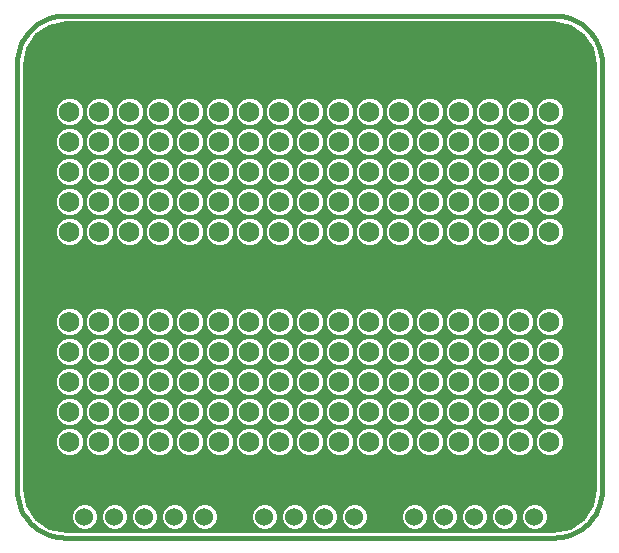
<source format=gtl>
G04 (created by PCBNEW-RS274X (2011-07-08 BZR 3044)-stable) date 12/7/2011 10:38:21 PM*
G01*
G70*
G90*
%MOIN*%
G04 Gerber Fmt 3.4, Leading zero omitted, Abs format*
%FSLAX34Y34*%
G04 APERTURE LIST*
%ADD10C,0.006000*%
%ADD11C,0.015000*%
%ADD12C,0.068900*%
%ADD13C,0.060000*%
%ADD14C,0.008000*%
%ADD15C,0.010000*%
G04 APERTURE END LIST*
G54D10*
G54D11*
X71750Y-30900D02*
X71750Y-45100D01*
X52250Y-30900D02*
X52250Y-45100D01*
X70175Y-29300D02*
X53875Y-29300D01*
X53850Y-46700D02*
X70150Y-46700D01*
X52250Y-45100D02*
X52257Y-45239D01*
X52275Y-45377D01*
X52305Y-45514D01*
X52347Y-45647D01*
X52400Y-45776D01*
X52465Y-45899D01*
X52540Y-46017D01*
X52625Y-46128D01*
X52719Y-46231D01*
X52822Y-46325D01*
X52933Y-46410D01*
X53051Y-46485D01*
X53174Y-46550D01*
X53303Y-46603D01*
X53436Y-46645D01*
X53573Y-46675D01*
X53711Y-46693D01*
X53850Y-46700D01*
X53850Y-29300D02*
X53711Y-29307D01*
X53573Y-29325D01*
X53436Y-29355D01*
X53303Y-29397D01*
X53174Y-29450D01*
X53051Y-29515D01*
X52933Y-29590D01*
X52822Y-29675D01*
X52719Y-29769D01*
X52625Y-29872D01*
X52540Y-29983D01*
X52465Y-30101D01*
X52400Y-30224D01*
X52347Y-30353D01*
X52305Y-30486D01*
X52275Y-30623D01*
X52257Y-30761D01*
X52250Y-30900D01*
X71750Y-30900D02*
X71743Y-30761D01*
X71725Y-30623D01*
X71695Y-30486D01*
X71653Y-30353D01*
X71600Y-30224D01*
X71535Y-30101D01*
X71460Y-29983D01*
X71375Y-29872D01*
X71281Y-29769D01*
X71178Y-29675D01*
X71067Y-29590D01*
X70950Y-29515D01*
X70826Y-29450D01*
X70697Y-29397D01*
X70564Y-29355D01*
X70427Y-29325D01*
X70289Y-29307D01*
X70150Y-29300D01*
X70150Y-46700D02*
X70289Y-46693D01*
X70427Y-46675D01*
X70564Y-46645D01*
X70697Y-46603D01*
X70826Y-46550D01*
X70950Y-46485D01*
X71067Y-46410D01*
X71178Y-46325D01*
X71281Y-46231D01*
X71375Y-46128D01*
X71460Y-46017D01*
X71535Y-45899D01*
X71600Y-45776D01*
X71653Y-45647D01*
X71695Y-45514D01*
X71725Y-45377D01*
X71743Y-45239D01*
X71750Y-45100D01*
G54D12*
X54000Y-36500D03*
X55000Y-36500D03*
X56000Y-36500D03*
X57000Y-36500D03*
X58000Y-36500D03*
X59000Y-36500D03*
X60000Y-36500D03*
X61000Y-36500D03*
X62000Y-36500D03*
X63000Y-36500D03*
X64000Y-36500D03*
X65000Y-36500D03*
X66000Y-36500D03*
X67000Y-36500D03*
X68000Y-36500D03*
X69000Y-36500D03*
X70000Y-36500D03*
X54000Y-35500D03*
X55000Y-35500D03*
X56000Y-35500D03*
X57000Y-35500D03*
X58000Y-35500D03*
X59000Y-35500D03*
X60000Y-35500D03*
X61000Y-35500D03*
X62000Y-35500D03*
X63000Y-35500D03*
X64000Y-35500D03*
X65000Y-35500D03*
X66000Y-35500D03*
X67000Y-35500D03*
X68000Y-35500D03*
X69000Y-35500D03*
X70000Y-35500D03*
X54000Y-34500D03*
X55000Y-34500D03*
X56000Y-34500D03*
X57000Y-34500D03*
X58000Y-34500D03*
X59000Y-34500D03*
X60000Y-34500D03*
X61000Y-34500D03*
X62000Y-34500D03*
X63000Y-34500D03*
X64000Y-34500D03*
X65000Y-34500D03*
X66000Y-34500D03*
X67000Y-34500D03*
X68000Y-34500D03*
X69000Y-34500D03*
X70000Y-34500D03*
X54000Y-33500D03*
X55000Y-33500D03*
X56000Y-33500D03*
X57000Y-33500D03*
X58000Y-33500D03*
X59000Y-33500D03*
X60000Y-33500D03*
X61000Y-33500D03*
X62000Y-33500D03*
X63000Y-33500D03*
X64000Y-33500D03*
X65000Y-33500D03*
X66000Y-33500D03*
X67000Y-33500D03*
X68000Y-33500D03*
X69000Y-33500D03*
X70000Y-33500D03*
X54000Y-32500D03*
X55000Y-32500D03*
X56000Y-32500D03*
X57000Y-32500D03*
X58000Y-32500D03*
X59000Y-32500D03*
X60000Y-32500D03*
X61000Y-32500D03*
X62000Y-32500D03*
X63000Y-32500D03*
X64000Y-32500D03*
X65000Y-32500D03*
X66000Y-32500D03*
X67000Y-32500D03*
X68000Y-32500D03*
X69000Y-32500D03*
X70000Y-32500D03*
X54000Y-39500D03*
X55000Y-39500D03*
X56000Y-39500D03*
X57000Y-39500D03*
X58000Y-39500D03*
X59000Y-39500D03*
X60000Y-39500D03*
X61000Y-39500D03*
X62000Y-39500D03*
X63000Y-39500D03*
X64000Y-39500D03*
X65000Y-39500D03*
X66000Y-39500D03*
X67000Y-39500D03*
X68000Y-39500D03*
X69000Y-39500D03*
X70000Y-39500D03*
X54000Y-40500D03*
X55000Y-40500D03*
X56000Y-40500D03*
X57000Y-40500D03*
X58000Y-40500D03*
X59000Y-40500D03*
X60000Y-40500D03*
X61000Y-40500D03*
X62000Y-40500D03*
X63000Y-40500D03*
X64000Y-40500D03*
X65000Y-40500D03*
X66000Y-40500D03*
X67000Y-40500D03*
X68000Y-40500D03*
X69000Y-40500D03*
X70000Y-40500D03*
X54000Y-41500D03*
X55000Y-41500D03*
X56000Y-41500D03*
X57000Y-41500D03*
X58000Y-41500D03*
X59000Y-41500D03*
X60000Y-41500D03*
X61000Y-41500D03*
X62000Y-41500D03*
X63000Y-41500D03*
X64000Y-41500D03*
X65000Y-41500D03*
X66000Y-41500D03*
X67000Y-41500D03*
X68000Y-41500D03*
X69000Y-41500D03*
X70000Y-41500D03*
X54000Y-42500D03*
X55000Y-42500D03*
X56000Y-42500D03*
X57000Y-42500D03*
X58000Y-42500D03*
X59000Y-42500D03*
X60000Y-42500D03*
X61000Y-42500D03*
X62000Y-42500D03*
X63000Y-42500D03*
X64000Y-42500D03*
X65000Y-42500D03*
X66000Y-42500D03*
X67000Y-42500D03*
X68000Y-42500D03*
X69000Y-42500D03*
X70000Y-42500D03*
X54000Y-43500D03*
X55000Y-43500D03*
X56000Y-43500D03*
X57000Y-43500D03*
X58000Y-43500D03*
X59000Y-43500D03*
X60000Y-43500D03*
X61000Y-43500D03*
X62000Y-43500D03*
X63000Y-43500D03*
X64000Y-43500D03*
X65000Y-43500D03*
X66000Y-43500D03*
X67000Y-43500D03*
X68000Y-43500D03*
X69000Y-43500D03*
X70000Y-43500D03*
G54D13*
X54500Y-30000D03*
X55500Y-30000D03*
X56500Y-30000D03*
X57500Y-30000D03*
X58500Y-30000D03*
X60500Y-30000D03*
X61500Y-30000D03*
X62500Y-30000D03*
X63500Y-30000D03*
X65500Y-30000D03*
X66500Y-30000D03*
X67500Y-30000D03*
X68500Y-30000D03*
X69500Y-30000D03*
X54500Y-46000D03*
X55500Y-46000D03*
X56500Y-46000D03*
X57500Y-46000D03*
X58500Y-46000D03*
X60500Y-46000D03*
X61500Y-46000D03*
X62500Y-46000D03*
X63500Y-46000D03*
X65500Y-46000D03*
X66500Y-46000D03*
X67500Y-46000D03*
X68500Y-46000D03*
X69500Y-46000D03*
G54D14*
X54500Y-30000D02*
X55500Y-30000D01*
X55500Y-30000D02*
X56500Y-30000D01*
X56500Y-30000D02*
X57500Y-30000D01*
X57500Y-30000D02*
X58500Y-30000D01*
X58500Y-30000D02*
X60500Y-30000D01*
X60500Y-30000D02*
X61500Y-30000D01*
X61500Y-30000D02*
X62500Y-30000D01*
X62500Y-30000D02*
X63500Y-30000D01*
X63500Y-30000D02*
X65500Y-30000D01*
X65500Y-30000D02*
X66500Y-30000D01*
X66500Y-30000D02*
X67500Y-30000D01*
X67500Y-30000D02*
X68500Y-30000D01*
X68500Y-30000D02*
X69500Y-30000D01*
G54D10*
G36*
X71525Y-45080D02*
X71415Y-45624D01*
X71119Y-46067D01*
X70674Y-46365D01*
X70493Y-46401D01*
X70493Y-43598D01*
X70493Y-43402D01*
X70493Y-42598D01*
X70493Y-42402D01*
X70493Y-41598D01*
X70493Y-41402D01*
X70493Y-40598D01*
X70493Y-40402D01*
X70493Y-39598D01*
X70493Y-39402D01*
X70493Y-36598D01*
X70493Y-36402D01*
X70493Y-35598D01*
X70493Y-35402D01*
X70493Y-34598D01*
X70493Y-34402D01*
X70493Y-33598D01*
X70493Y-33402D01*
X70493Y-32598D01*
X70493Y-32402D01*
X70418Y-32221D01*
X70279Y-32082D01*
X70098Y-32007D01*
X69902Y-32007D01*
X69721Y-32082D01*
X69582Y-32221D01*
X69507Y-32402D01*
X69507Y-32598D01*
X69582Y-32779D01*
X69721Y-32918D01*
X69902Y-32993D01*
X70098Y-32993D01*
X70279Y-32918D01*
X70418Y-32779D01*
X70493Y-32598D01*
X70493Y-33402D01*
X70418Y-33221D01*
X70279Y-33082D01*
X70098Y-33007D01*
X69902Y-33007D01*
X69721Y-33082D01*
X69582Y-33221D01*
X69507Y-33402D01*
X69507Y-33598D01*
X69582Y-33779D01*
X69721Y-33918D01*
X69902Y-33993D01*
X70098Y-33993D01*
X70279Y-33918D01*
X70418Y-33779D01*
X70493Y-33598D01*
X70493Y-34402D01*
X70418Y-34221D01*
X70279Y-34082D01*
X70098Y-34007D01*
X69902Y-34007D01*
X69721Y-34082D01*
X69582Y-34221D01*
X69507Y-34402D01*
X69507Y-34598D01*
X69582Y-34779D01*
X69721Y-34918D01*
X69902Y-34993D01*
X70098Y-34993D01*
X70279Y-34918D01*
X70418Y-34779D01*
X70493Y-34598D01*
X70493Y-35402D01*
X70418Y-35221D01*
X70279Y-35082D01*
X70098Y-35007D01*
X69902Y-35007D01*
X69721Y-35082D01*
X69582Y-35221D01*
X69507Y-35402D01*
X69507Y-35598D01*
X69582Y-35779D01*
X69721Y-35918D01*
X69902Y-35993D01*
X70098Y-35993D01*
X70279Y-35918D01*
X70418Y-35779D01*
X70493Y-35598D01*
X70493Y-36402D01*
X70418Y-36221D01*
X70279Y-36082D01*
X70098Y-36007D01*
X69902Y-36007D01*
X69721Y-36082D01*
X69582Y-36221D01*
X69507Y-36402D01*
X69507Y-36598D01*
X69582Y-36779D01*
X69721Y-36918D01*
X69902Y-36993D01*
X70098Y-36993D01*
X70279Y-36918D01*
X70418Y-36779D01*
X70493Y-36598D01*
X70493Y-39402D01*
X70418Y-39221D01*
X70279Y-39082D01*
X70098Y-39007D01*
X69902Y-39007D01*
X69721Y-39082D01*
X69582Y-39221D01*
X69507Y-39402D01*
X69507Y-39598D01*
X69582Y-39779D01*
X69721Y-39918D01*
X69902Y-39993D01*
X70098Y-39993D01*
X70279Y-39918D01*
X70418Y-39779D01*
X70493Y-39598D01*
X70493Y-40402D01*
X70418Y-40221D01*
X70279Y-40082D01*
X70098Y-40007D01*
X69902Y-40007D01*
X69721Y-40082D01*
X69582Y-40221D01*
X69507Y-40402D01*
X69507Y-40598D01*
X69582Y-40779D01*
X69721Y-40918D01*
X69902Y-40993D01*
X70098Y-40993D01*
X70279Y-40918D01*
X70418Y-40779D01*
X70493Y-40598D01*
X70493Y-41402D01*
X70418Y-41221D01*
X70279Y-41082D01*
X70098Y-41007D01*
X69902Y-41007D01*
X69721Y-41082D01*
X69582Y-41221D01*
X69507Y-41402D01*
X69507Y-41598D01*
X69582Y-41779D01*
X69721Y-41918D01*
X69902Y-41993D01*
X70098Y-41993D01*
X70279Y-41918D01*
X70418Y-41779D01*
X70493Y-41598D01*
X70493Y-42402D01*
X70418Y-42221D01*
X70279Y-42082D01*
X70098Y-42007D01*
X69902Y-42007D01*
X69721Y-42082D01*
X69582Y-42221D01*
X69507Y-42402D01*
X69507Y-42598D01*
X69582Y-42779D01*
X69721Y-42918D01*
X69902Y-42993D01*
X70098Y-42993D01*
X70279Y-42918D01*
X70418Y-42779D01*
X70493Y-42598D01*
X70493Y-43402D01*
X70418Y-43221D01*
X70279Y-43082D01*
X70098Y-43007D01*
X69902Y-43007D01*
X69721Y-43082D01*
X69582Y-43221D01*
X69507Y-43402D01*
X69507Y-43598D01*
X69582Y-43779D01*
X69721Y-43918D01*
X69902Y-43993D01*
X70098Y-43993D01*
X70279Y-43918D01*
X70418Y-43779D01*
X70493Y-43598D01*
X70493Y-46401D01*
X70126Y-46475D01*
X69949Y-46475D01*
X69949Y-46090D01*
X69949Y-45911D01*
X69881Y-45746D01*
X69755Y-45620D01*
X69590Y-45551D01*
X69493Y-45551D01*
X69493Y-43598D01*
X69493Y-43402D01*
X69493Y-42598D01*
X69493Y-42402D01*
X69493Y-41598D01*
X69493Y-41402D01*
X69493Y-40598D01*
X69493Y-40402D01*
X69493Y-39598D01*
X69493Y-39402D01*
X69493Y-36598D01*
X69493Y-36402D01*
X69493Y-35598D01*
X69493Y-35402D01*
X69493Y-34598D01*
X69493Y-34402D01*
X69493Y-33598D01*
X69493Y-33402D01*
X69493Y-32598D01*
X69493Y-32402D01*
X69418Y-32221D01*
X69279Y-32082D01*
X69098Y-32007D01*
X68902Y-32007D01*
X68721Y-32082D01*
X68582Y-32221D01*
X68507Y-32402D01*
X68507Y-32598D01*
X68582Y-32779D01*
X68721Y-32918D01*
X68902Y-32993D01*
X69098Y-32993D01*
X69279Y-32918D01*
X69418Y-32779D01*
X69493Y-32598D01*
X69493Y-33402D01*
X69418Y-33221D01*
X69279Y-33082D01*
X69098Y-33007D01*
X68902Y-33007D01*
X68721Y-33082D01*
X68582Y-33221D01*
X68507Y-33402D01*
X68507Y-33598D01*
X68582Y-33779D01*
X68721Y-33918D01*
X68902Y-33993D01*
X69098Y-33993D01*
X69279Y-33918D01*
X69418Y-33779D01*
X69493Y-33598D01*
X69493Y-34402D01*
X69418Y-34221D01*
X69279Y-34082D01*
X69098Y-34007D01*
X68902Y-34007D01*
X68721Y-34082D01*
X68582Y-34221D01*
X68507Y-34402D01*
X68507Y-34598D01*
X68582Y-34779D01*
X68721Y-34918D01*
X68902Y-34993D01*
X69098Y-34993D01*
X69279Y-34918D01*
X69418Y-34779D01*
X69493Y-34598D01*
X69493Y-35402D01*
X69418Y-35221D01*
X69279Y-35082D01*
X69098Y-35007D01*
X68902Y-35007D01*
X68721Y-35082D01*
X68582Y-35221D01*
X68507Y-35402D01*
X68507Y-35598D01*
X68582Y-35779D01*
X68721Y-35918D01*
X68902Y-35993D01*
X69098Y-35993D01*
X69279Y-35918D01*
X69418Y-35779D01*
X69493Y-35598D01*
X69493Y-36402D01*
X69418Y-36221D01*
X69279Y-36082D01*
X69098Y-36007D01*
X68902Y-36007D01*
X68721Y-36082D01*
X68582Y-36221D01*
X68507Y-36402D01*
X68507Y-36598D01*
X68582Y-36779D01*
X68721Y-36918D01*
X68902Y-36993D01*
X69098Y-36993D01*
X69279Y-36918D01*
X69418Y-36779D01*
X69493Y-36598D01*
X69493Y-39402D01*
X69418Y-39221D01*
X69279Y-39082D01*
X69098Y-39007D01*
X68902Y-39007D01*
X68721Y-39082D01*
X68582Y-39221D01*
X68507Y-39402D01*
X68507Y-39598D01*
X68582Y-39779D01*
X68721Y-39918D01*
X68902Y-39993D01*
X69098Y-39993D01*
X69279Y-39918D01*
X69418Y-39779D01*
X69493Y-39598D01*
X69493Y-40402D01*
X69418Y-40221D01*
X69279Y-40082D01*
X69098Y-40007D01*
X68902Y-40007D01*
X68721Y-40082D01*
X68582Y-40221D01*
X68507Y-40402D01*
X68507Y-40598D01*
X68582Y-40779D01*
X68721Y-40918D01*
X68902Y-40993D01*
X69098Y-40993D01*
X69279Y-40918D01*
X69418Y-40779D01*
X69493Y-40598D01*
X69493Y-41402D01*
X69418Y-41221D01*
X69279Y-41082D01*
X69098Y-41007D01*
X68902Y-41007D01*
X68721Y-41082D01*
X68582Y-41221D01*
X68507Y-41402D01*
X68507Y-41598D01*
X68582Y-41779D01*
X68721Y-41918D01*
X68902Y-41993D01*
X69098Y-41993D01*
X69279Y-41918D01*
X69418Y-41779D01*
X69493Y-41598D01*
X69493Y-42402D01*
X69418Y-42221D01*
X69279Y-42082D01*
X69098Y-42007D01*
X68902Y-42007D01*
X68721Y-42082D01*
X68582Y-42221D01*
X68507Y-42402D01*
X68507Y-42598D01*
X68582Y-42779D01*
X68721Y-42918D01*
X68902Y-42993D01*
X69098Y-42993D01*
X69279Y-42918D01*
X69418Y-42779D01*
X69493Y-42598D01*
X69493Y-43402D01*
X69418Y-43221D01*
X69279Y-43082D01*
X69098Y-43007D01*
X68902Y-43007D01*
X68721Y-43082D01*
X68582Y-43221D01*
X68507Y-43402D01*
X68507Y-43598D01*
X68582Y-43779D01*
X68721Y-43918D01*
X68902Y-43993D01*
X69098Y-43993D01*
X69279Y-43918D01*
X69418Y-43779D01*
X69493Y-43598D01*
X69493Y-45551D01*
X69411Y-45551D01*
X69246Y-45619D01*
X69120Y-45745D01*
X69051Y-45910D01*
X69051Y-46089D01*
X69119Y-46254D01*
X69245Y-46380D01*
X69410Y-46449D01*
X69589Y-46449D01*
X69754Y-46381D01*
X69880Y-46255D01*
X69949Y-46090D01*
X69949Y-46475D01*
X68949Y-46475D01*
X68949Y-46090D01*
X68949Y-45911D01*
X68881Y-45746D01*
X68755Y-45620D01*
X68590Y-45551D01*
X68493Y-45551D01*
X68493Y-43598D01*
X68493Y-43402D01*
X68493Y-42598D01*
X68493Y-42402D01*
X68493Y-41598D01*
X68493Y-41402D01*
X68493Y-40598D01*
X68493Y-40402D01*
X68493Y-39598D01*
X68493Y-39402D01*
X68493Y-36598D01*
X68493Y-36402D01*
X68493Y-35598D01*
X68493Y-35402D01*
X68493Y-34598D01*
X68493Y-34402D01*
X68493Y-33598D01*
X68493Y-33402D01*
X68493Y-32598D01*
X68493Y-32402D01*
X68418Y-32221D01*
X68279Y-32082D01*
X68098Y-32007D01*
X67902Y-32007D01*
X67721Y-32082D01*
X67582Y-32221D01*
X67507Y-32402D01*
X67507Y-32598D01*
X67582Y-32779D01*
X67721Y-32918D01*
X67902Y-32993D01*
X68098Y-32993D01*
X68279Y-32918D01*
X68418Y-32779D01*
X68493Y-32598D01*
X68493Y-33402D01*
X68418Y-33221D01*
X68279Y-33082D01*
X68098Y-33007D01*
X67902Y-33007D01*
X67721Y-33082D01*
X67582Y-33221D01*
X67507Y-33402D01*
X67507Y-33598D01*
X67582Y-33779D01*
X67721Y-33918D01*
X67902Y-33993D01*
X68098Y-33993D01*
X68279Y-33918D01*
X68418Y-33779D01*
X68493Y-33598D01*
X68493Y-34402D01*
X68418Y-34221D01*
X68279Y-34082D01*
X68098Y-34007D01*
X67902Y-34007D01*
X67721Y-34082D01*
X67582Y-34221D01*
X67507Y-34402D01*
X67507Y-34598D01*
X67582Y-34779D01*
X67721Y-34918D01*
X67902Y-34993D01*
X68098Y-34993D01*
X68279Y-34918D01*
X68418Y-34779D01*
X68493Y-34598D01*
X68493Y-35402D01*
X68418Y-35221D01*
X68279Y-35082D01*
X68098Y-35007D01*
X67902Y-35007D01*
X67721Y-35082D01*
X67582Y-35221D01*
X67507Y-35402D01*
X67507Y-35598D01*
X67582Y-35779D01*
X67721Y-35918D01*
X67902Y-35993D01*
X68098Y-35993D01*
X68279Y-35918D01*
X68418Y-35779D01*
X68493Y-35598D01*
X68493Y-36402D01*
X68418Y-36221D01*
X68279Y-36082D01*
X68098Y-36007D01*
X67902Y-36007D01*
X67721Y-36082D01*
X67582Y-36221D01*
X67507Y-36402D01*
X67507Y-36598D01*
X67582Y-36779D01*
X67721Y-36918D01*
X67902Y-36993D01*
X68098Y-36993D01*
X68279Y-36918D01*
X68418Y-36779D01*
X68493Y-36598D01*
X68493Y-39402D01*
X68418Y-39221D01*
X68279Y-39082D01*
X68098Y-39007D01*
X67902Y-39007D01*
X67721Y-39082D01*
X67582Y-39221D01*
X67507Y-39402D01*
X67507Y-39598D01*
X67582Y-39779D01*
X67721Y-39918D01*
X67902Y-39993D01*
X68098Y-39993D01*
X68279Y-39918D01*
X68418Y-39779D01*
X68493Y-39598D01*
X68493Y-40402D01*
X68418Y-40221D01*
X68279Y-40082D01*
X68098Y-40007D01*
X67902Y-40007D01*
X67721Y-40082D01*
X67582Y-40221D01*
X67507Y-40402D01*
X67507Y-40598D01*
X67582Y-40779D01*
X67721Y-40918D01*
X67902Y-40993D01*
X68098Y-40993D01*
X68279Y-40918D01*
X68418Y-40779D01*
X68493Y-40598D01*
X68493Y-41402D01*
X68418Y-41221D01*
X68279Y-41082D01*
X68098Y-41007D01*
X67902Y-41007D01*
X67721Y-41082D01*
X67582Y-41221D01*
X67507Y-41402D01*
X67507Y-41598D01*
X67582Y-41779D01*
X67721Y-41918D01*
X67902Y-41993D01*
X68098Y-41993D01*
X68279Y-41918D01*
X68418Y-41779D01*
X68493Y-41598D01*
X68493Y-42402D01*
X68418Y-42221D01*
X68279Y-42082D01*
X68098Y-42007D01*
X67902Y-42007D01*
X67721Y-42082D01*
X67582Y-42221D01*
X67507Y-42402D01*
X67507Y-42598D01*
X67582Y-42779D01*
X67721Y-42918D01*
X67902Y-42993D01*
X68098Y-42993D01*
X68279Y-42918D01*
X68418Y-42779D01*
X68493Y-42598D01*
X68493Y-43402D01*
X68418Y-43221D01*
X68279Y-43082D01*
X68098Y-43007D01*
X67902Y-43007D01*
X67721Y-43082D01*
X67582Y-43221D01*
X67507Y-43402D01*
X67507Y-43598D01*
X67582Y-43779D01*
X67721Y-43918D01*
X67902Y-43993D01*
X68098Y-43993D01*
X68279Y-43918D01*
X68418Y-43779D01*
X68493Y-43598D01*
X68493Y-45551D01*
X68411Y-45551D01*
X68246Y-45619D01*
X68120Y-45745D01*
X68051Y-45910D01*
X68051Y-46089D01*
X68119Y-46254D01*
X68245Y-46380D01*
X68410Y-46449D01*
X68589Y-46449D01*
X68754Y-46381D01*
X68880Y-46255D01*
X68949Y-46090D01*
X68949Y-46475D01*
X67949Y-46475D01*
X67949Y-46090D01*
X67949Y-45911D01*
X67881Y-45746D01*
X67755Y-45620D01*
X67590Y-45551D01*
X67493Y-45551D01*
X67493Y-43598D01*
X67493Y-43402D01*
X67493Y-42598D01*
X67493Y-42402D01*
X67493Y-41598D01*
X67493Y-41402D01*
X67493Y-40598D01*
X67493Y-40402D01*
X67493Y-39598D01*
X67493Y-39402D01*
X67493Y-36598D01*
X67493Y-36402D01*
X67493Y-35598D01*
X67493Y-35402D01*
X67493Y-34598D01*
X67493Y-34402D01*
X67493Y-33598D01*
X67493Y-33402D01*
X67493Y-32598D01*
X67493Y-32402D01*
X67418Y-32221D01*
X67279Y-32082D01*
X67098Y-32007D01*
X66902Y-32007D01*
X66721Y-32082D01*
X66582Y-32221D01*
X66507Y-32402D01*
X66507Y-32598D01*
X66582Y-32779D01*
X66721Y-32918D01*
X66902Y-32993D01*
X67098Y-32993D01*
X67279Y-32918D01*
X67418Y-32779D01*
X67493Y-32598D01*
X67493Y-33402D01*
X67418Y-33221D01*
X67279Y-33082D01*
X67098Y-33007D01*
X66902Y-33007D01*
X66721Y-33082D01*
X66582Y-33221D01*
X66507Y-33402D01*
X66507Y-33598D01*
X66582Y-33779D01*
X66721Y-33918D01*
X66902Y-33993D01*
X67098Y-33993D01*
X67279Y-33918D01*
X67418Y-33779D01*
X67493Y-33598D01*
X67493Y-34402D01*
X67418Y-34221D01*
X67279Y-34082D01*
X67098Y-34007D01*
X66902Y-34007D01*
X66721Y-34082D01*
X66582Y-34221D01*
X66507Y-34402D01*
X66507Y-34598D01*
X66582Y-34779D01*
X66721Y-34918D01*
X66902Y-34993D01*
X67098Y-34993D01*
X67279Y-34918D01*
X67418Y-34779D01*
X67493Y-34598D01*
X67493Y-35402D01*
X67418Y-35221D01*
X67279Y-35082D01*
X67098Y-35007D01*
X66902Y-35007D01*
X66721Y-35082D01*
X66582Y-35221D01*
X66507Y-35402D01*
X66507Y-35598D01*
X66582Y-35779D01*
X66721Y-35918D01*
X66902Y-35993D01*
X67098Y-35993D01*
X67279Y-35918D01*
X67418Y-35779D01*
X67493Y-35598D01*
X67493Y-36402D01*
X67418Y-36221D01*
X67279Y-36082D01*
X67098Y-36007D01*
X66902Y-36007D01*
X66721Y-36082D01*
X66582Y-36221D01*
X66507Y-36402D01*
X66507Y-36598D01*
X66582Y-36779D01*
X66721Y-36918D01*
X66902Y-36993D01*
X67098Y-36993D01*
X67279Y-36918D01*
X67418Y-36779D01*
X67493Y-36598D01*
X67493Y-39402D01*
X67418Y-39221D01*
X67279Y-39082D01*
X67098Y-39007D01*
X66902Y-39007D01*
X66721Y-39082D01*
X66582Y-39221D01*
X66507Y-39402D01*
X66507Y-39598D01*
X66582Y-39779D01*
X66721Y-39918D01*
X66902Y-39993D01*
X67098Y-39993D01*
X67279Y-39918D01*
X67418Y-39779D01*
X67493Y-39598D01*
X67493Y-40402D01*
X67418Y-40221D01*
X67279Y-40082D01*
X67098Y-40007D01*
X66902Y-40007D01*
X66721Y-40082D01*
X66582Y-40221D01*
X66507Y-40402D01*
X66507Y-40598D01*
X66582Y-40779D01*
X66721Y-40918D01*
X66902Y-40993D01*
X67098Y-40993D01*
X67279Y-40918D01*
X67418Y-40779D01*
X67493Y-40598D01*
X67493Y-41402D01*
X67418Y-41221D01*
X67279Y-41082D01*
X67098Y-41007D01*
X66902Y-41007D01*
X66721Y-41082D01*
X66582Y-41221D01*
X66507Y-41402D01*
X66507Y-41598D01*
X66582Y-41779D01*
X66721Y-41918D01*
X66902Y-41993D01*
X67098Y-41993D01*
X67279Y-41918D01*
X67418Y-41779D01*
X67493Y-41598D01*
X67493Y-42402D01*
X67418Y-42221D01*
X67279Y-42082D01*
X67098Y-42007D01*
X66902Y-42007D01*
X66721Y-42082D01*
X66582Y-42221D01*
X66507Y-42402D01*
X66507Y-42598D01*
X66582Y-42779D01*
X66721Y-42918D01*
X66902Y-42993D01*
X67098Y-42993D01*
X67279Y-42918D01*
X67418Y-42779D01*
X67493Y-42598D01*
X67493Y-43402D01*
X67418Y-43221D01*
X67279Y-43082D01*
X67098Y-43007D01*
X66902Y-43007D01*
X66721Y-43082D01*
X66582Y-43221D01*
X66507Y-43402D01*
X66507Y-43598D01*
X66582Y-43779D01*
X66721Y-43918D01*
X66902Y-43993D01*
X67098Y-43993D01*
X67279Y-43918D01*
X67418Y-43779D01*
X67493Y-43598D01*
X67493Y-45551D01*
X67411Y-45551D01*
X67246Y-45619D01*
X67120Y-45745D01*
X67051Y-45910D01*
X67051Y-46089D01*
X67119Y-46254D01*
X67245Y-46380D01*
X67410Y-46449D01*
X67589Y-46449D01*
X67754Y-46381D01*
X67880Y-46255D01*
X67949Y-46090D01*
X67949Y-46475D01*
X66949Y-46475D01*
X66949Y-46090D01*
X66949Y-45911D01*
X66881Y-45746D01*
X66755Y-45620D01*
X66590Y-45551D01*
X66493Y-45551D01*
X66493Y-43598D01*
X66493Y-43402D01*
X66493Y-42598D01*
X66493Y-42402D01*
X66493Y-41598D01*
X66493Y-41402D01*
X66493Y-40598D01*
X66493Y-40402D01*
X66493Y-39598D01*
X66493Y-39402D01*
X66493Y-36598D01*
X66493Y-36402D01*
X66493Y-35598D01*
X66493Y-35402D01*
X66493Y-34598D01*
X66493Y-34402D01*
X66493Y-33598D01*
X66493Y-33402D01*
X66493Y-32598D01*
X66493Y-32402D01*
X66418Y-32221D01*
X66279Y-32082D01*
X66098Y-32007D01*
X65902Y-32007D01*
X65721Y-32082D01*
X65582Y-32221D01*
X65507Y-32402D01*
X65507Y-32598D01*
X65582Y-32779D01*
X65721Y-32918D01*
X65902Y-32993D01*
X66098Y-32993D01*
X66279Y-32918D01*
X66418Y-32779D01*
X66493Y-32598D01*
X66493Y-33402D01*
X66418Y-33221D01*
X66279Y-33082D01*
X66098Y-33007D01*
X65902Y-33007D01*
X65721Y-33082D01*
X65582Y-33221D01*
X65507Y-33402D01*
X65507Y-33598D01*
X65582Y-33779D01*
X65721Y-33918D01*
X65902Y-33993D01*
X66098Y-33993D01*
X66279Y-33918D01*
X66418Y-33779D01*
X66493Y-33598D01*
X66493Y-34402D01*
X66418Y-34221D01*
X66279Y-34082D01*
X66098Y-34007D01*
X65902Y-34007D01*
X65721Y-34082D01*
X65582Y-34221D01*
X65507Y-34402D01*
X65507Y-34598D01*
X65582Y-34779D01*
X65721Y-34918D01*
X65902Y-34993D01*
X66098Y-34993D01*
X66279Y-34918D01*
X66418Y-34779D01*
X66493Y-34598D01*
X66493Y-35402D01*
X66418Y-35221D01*
X66279Y-35082D01*
X66098Y-35007D01*
X65902Y-35007D01*
X65721Y-35082D01*
X65582Y-35221D01*
X65507Y-35402D01*
X65507Y-35598D01*
X65582Y-35779D01*
X65721Y-35918D01*
X65902Y-35993D01*
X66098Y-35993D01*
X66279Y-35918D01*
X66418Y-35779D01*
X66493Y-35598D01*
X66493Y-36402D01*
X66418Y-36221D01*
X66279Y-36082D01*
X66098Y-36007D01*
X65902Y-36007D01*
X65721Y-36082D01*
X65582Y-36221D01*
X65507Y-36402D01*
X65507Y-36598D01*
X65582Y-36779D01*
X65721Y-36918D01*
X65902Y-36993D01*
X66098Y-36993D01*
X66279Y-36918D01*
X66418Y-36779D01*
X66493Y-36598D01*
X66493Y-39402D01*
X66418Y-39221D01*
X66279Y-39082D01*
X66098Y-39007D01*
X65902Y-39007D01*
X65721Y-39082D01*
X65582Y-39221D01*
X65507Y-39402D01*
X65507Y-39598D01*
X65582Y-39779D01*
X65721Y-39918D01*
X65902Y-39993D01*
X66098Y-39993D01*
X66279Y-39918D01*
X66418Y-39779D01*
X66493Y-39598D01*
X66493Y-40402D01*
X66418Y-40221D01*
X66279Y-40082D01*
X66098Y-40007D01*
X65902Y-40007D01*
X65721Y-40082D01*
X65582Y-40221D01*
X65507Y-40402D01*
X65507Y-40598D01*
X65582Y-40779D01*
X65721Y-40918D01*
X65902Y-40993D01*
X66098Y-40993D01*
X66279Y-40918D01*
X66418Y-40779D01*
X66493Y-40598D01*
X66493Y-41402D01*
X66418Y-41221D01*
X66279Y-41082D01*
X66098Y-41007D01*
X65902Y-41007D01*
X65721Y-41082D01*
X65582Y-41221D01*
X65507Y-41402D01*
X65507Y-41598D01*
X65582Y-41779D01*
X65721Y-41918D01*
X65902Y-41993D01*
X66098Y-41993D01*
X66279Y-41918D01*
X66418Y-41779D01*
X66493Y-41598D01*
X66493Y-42402D01*
X66418Y-42221D01*
X66279Y-42082D01*
X66098Y-42007D01*
X65902Y-42007D01*
X65721Y-42082D01*
X65582Y-42221D01*
X65507Y-42402D01*
X65507Y-42598D01*
X65582Y-42779D01*
X65721Y-42918D01*
X65902Y-42993D01*
X66098Y-42993D01*
X66279Y-42918D01*
X66418Y-42779D01*
X66493Y-42598D01*
X66493Y-43402D01*
X66418Y-43221D01*
X66279Y-43082D01*
X66098Y-43007D01*
X65902Y-43007D01*
X65721Y-43082D01*
X65582Y-43221D01*
X65507Y-43402D01*
X65507Y-43598D01*
X65582Y-43779D01*
X65721Y-43918D01*
X65902Y-43993D01*
X66098Y-43993D01*
X66279Y-43918D01*
X66418Y-43779D01*
X66493Y-43598D01*
X66493Y-45551D01*
X66411Y-45551D01*
X66246Y-45619D01*
X66120Y-45745D01*
X66051Y-45910D01*
X66051Y-46089D01*
X66119Y-46254D01*
X66245Y-46380D01*
X66410Y-46449D01*
X66589Y-46449D01*
X66754Y-46381D01*
X66880Y-46255D01*
X66949Y-46090D01*
X66949Y-46475D01*
X65949Y-46475D01*
X65949Y-46090D01*
X65949Y-45911D01*
X65881Y-45746D01*
X65755Y-45620D01*
X65590Y-45551D01*
X65493Y-45551D01*
X65493Y-43598D01*
X65493Y-43402D01*
X65493Y-42598D01*
X65493Y-42402D01*
X65493Y-41598D01*
X65493Y-41402D01*
X65493Y-40598D01*
X65493Y-40402D01*
X65493Y-39598D01*
X65493Y-39402D01*
X65493Y-36598D01*
X65493Y-36402D01*
X65493Y-35598D01*
X65493Y-35402D01*
X65493Y-34598D01*
X65493Y-34402D01*
X65493Y-33598D01*
X65493Y-33402D01*
X65493Y-32598D01*
X65493Y-32402D01*
X65418Y-32221D01*
X65279Y-32082D01*
X65098Y-32007D01*
X64902Y-32007D01*
X64721Y-32082D01*
X64582Y-32221D01*
X64507Y-32402D01*
X64507Y-32598D01*
X64582Y-32779D01*
X64721Y-32918D01*
X64902Y-32993D01*
X65098Y-32993D01*
X65279Y-32918D01*
X65418Y-32779D01*
X65493Y-32598D01*
X65493Y-33402D01*
X65418Y-33221D01*
X65279Y-33082D01*
X65098Y-33007D01*
X64902Y-33007D01*
X64721Y-33082D01*
X64582Y-33221D01*
X64507Y-33402D01*
X64507Y-33598D01*
X64582Y-33779D01*
X64721Y-33918D01*
X64902Y-33993D01*
X65098Y-33993D01*
X65279Y-33918D01*
X65418Y-33779D01*
X65493Y-33598D01*
X65493Y-34402D01*
X65418Y-34221D01*
X65279Y-34082D01*
X65098Y-34007D01*
X64902Y-34007D01*
X64721Y-34082D01*
X64582Y-34221D01*
X64507Y-34402D01*
X64507Y-34598D01*
X64582Y-34779D01*
X64721Y-34918D01*
X64902Y-34993D01*
X65098Y-34993D01*
X65279Y-34918D01*
X65418Y-34779D01*
X65493Y-34598D01*
X65493Y-35402D01*
X65418Y-35221D01*
X65279Y-35082D01*
X65098Y-35007D01*
X64902Y-35007D01*
X64721Y-35082D01*
X64582Y-35221D01*
X64507Y-35402D01*
X64507Y-35598D01*
X64582Y-35779D01*
X64721Y-35918D01*
X64902Y-35993D01*
X65098Y-35993D01*
X65279Y-35918D01*
X65418Y-35779D01*
X65493Y-35598D01*
X65493Y-36402D01*
X65418Y-36221D01*
X65279Y-36082D01*
X65098Y-36007D01*
X64902Y-36007D01*
X64721Y-36082D01*
X64582Y-36221D01*
X64507Y-36402D01*
X64507Y-36598D01*
X64582Y-36779D01*
X64721Y-36918D01*
X64902Y-36993D01*
X65098Y-36993D01*
X65279Y-36918D01*
X65418Y-36779D01*
X65493Y-36598D01*
X65493Y-39402D01*
X65418Y-39221D01*
X65279Y-39082D01*
X65098Y-39007D01*
X64902Y-39007D01*
X64721Y-39082D01*
X64582Y-39221D01*
X64507Y-39402D01*
X64507Y-39598D01*
X64582Y-39779D01*
X64721Y-39918D01*
X64902Y-39993D01*
X65098Y-39993D01*
X65279Y-39918D01*
X65418Y-39779D01*
X65493Y-39598D01*
X65493Y-40402D01*
X65418Y-40221D01*
X65279Y-40082D01*
X65098Y-40007D01*
X64902Y-40007D01*
X64721Y-40082D01*
X64582Y-40221D01*
X64507Y-40402D01*
X64507Y-40598D01*
X64582Y-40779D01*
X64721Y-40918D01*
X64902Y-40993D01*
X65098Y-40993D01*
X65279Y-40918D01*
X65418Y-40779D01*
X65493Y-40598D01*
X65493Y-41402D01*
X65418Y-41221D01*
X65279Y-41082D01*
X65098Y-41007D01*
X64902Y-41007D01*
X64721Y-41082D01*
X64582Y-41221D01*
X64507Y-41402D01*
X64507Y-41598D01*
X64582Y-41779D01*
X64721Y-41918D01*
X64902Y-41993D01*
X65098Y-41993D01*
X65279Y-41918D01*
X65418Y-41779D01*
X65493Y-41598D01*
X65493Y-42402D01*
X65418Y-42221D01*
X65279Y-42082D01*
X65098Y-42007D01*
X64902Y-42007D01*
X64721Y-42082D01*
X64582Y-42221D01*
X64507Y-42402D01*
X64507Y-42598D01*
X64582Y-42779D01*
X64721Y-42918D01*
X64902Y-42993D01*
X65098Y-42993D01*
X65279Y-42918D01*
X65418Y-42779D01*
X65493Y-42598D01*
X65493Y-43402D01*
X65418Y-43221D01*
X65279Y-43082D01*
X65098Y-43007D01*
X64902Y-43007D01*
X64721Y-43082D01*
X64582Y-43221D01*
X64507Y-43402D01*
X64507Y-43598D01*
X64582Y-43779D01*
X64721Y-43918D01*
X64902Y-43993D01*
X65098Y-43993D01*
X65279Y-43918D01*
X65418Y-43779D01*
X65493Y-43598D01*
X65493Y-45551D01*
X65411Y-45551D01*
X65246Y-45619D01*
X65120Y-45745D01*
X65051Y-45910D01*
X65051Y-46089D01*
X65119Y-46254D01*
X65245Y-46380D01*
X65410Y-46449D01*
X65589Y-46449D01*
X65754Y-46381D01*
X65880Y-46255D01*
X65949Y-46090D01*
X65949Y-46475D01*
X64493Y-46475D01*
X64493Y-43598D01*
X64493Y-43402D01*
X64493Y-42598D01*
X64493Y-42402D01*
X64493Y-41598D01*
X64493Y-41402D01*
X64493Y-40598D01*
X64493Y-40402D01*
X64493Y-39598D01*
X64493Y-39402D01*
X64493Y-36598D01*
X64493Y-36402D01*
X64493Y-35598D01*
X64493Y-35402D01*
X64493Y-34598D01*
X64493Y-34402D01*
X64493Y-33598D01*
X64493Y-33402D01*
X64493Y-32598D01*
X64493Y-32402D01*
X64418Y-32221D01*
X64279Y-32082D01*
X64098Y-32007D01*
X63902Y-32007D01*
X63721Y-32082D01*
X63582Y-32221D01*
X63507Y-32402D01*
X63507Y-32598D01*
X63582Y-32779D01*
X63721Y-32918D01*
X63902Y-32993D01*
X64098Y-32993D01*
X64279Y-32918D01*
X64418Y-32779D01*
X64493Y-32598D01*
X64493Y-33402D01*
X64418Y-33221D01*
X64279Y-33082D01*
X64098Y-33007D01*
X63902Y-33007D01*
X63721Y-33082D01*
X63582Y-33221D01*
X63507Y-33402D01*
X63507Y-33598D01*
X63582Y-33779D01*
X63721Y-33918D01*
X63902Y-33993D01*
X64098Y-33993D01*
X64279Y-33918D01*
X64418Y-33779D01*
X64493Y-33598D01*
X64493Y-34402D01*
X64418Y-34221D01*
X64279Y-34082D01*
X64098Y-34007D01*
X63902Y-34007D01*
X63721Y-34082D01*
X63582Y-34221D01*
X63507Y-34402D01*
X63507Y-34598D01*
X63582Y-34779D01*
X63721Y-34918D01*
X63902Y-34993D01*
X64098Y-34993D01*
X64279Y-34918D01*
X64418Y-34779D01*
X64493Y-34598D01*
X64493Y-35402D01*
X64418Y-35221D01*
X64279Y-35082D01*
X64098Y-35007D01*
X63902Y-35007D01*
X63721Y-35082D01*
X63582Y-35221D01*
X63507Y-35402D01*
X63507Y-35598D01*
X63582Y-35779D01*
X63721Y-35918D01*
X63902Y-35993D01*
X64098Y-35993D01*
X64279Y-35918D01*
X64418Y-35779D01*
X64493Y-35598D01*
X64493Y-36402D01*
X64418Y-36221D01*
X64279Y-36082D01*
X64098Y-36007D01*
X63902Y-36007D01*
X63721Y-36082D01*
X63582Y-36221D01*
X63507Y-36402D01*
X63507Y-36598D01*
X63582Y-36779D01*
X63721Y-36918D01*
X63902Y-36993D01*
X64098Y-36993D01*
X64279Y-36918D01*
X64418Y-36779D01*
X64493Y-36598D01*
X64493Y-39402D01*
X64418Y-39221D01*
X64279Y-39082D01*
X64098Y-39007D01*
X63902Y-39007D01*
X63721Y-39082D01*
X63582Y-39221D01*
X63507Y-39402D01*
X63507Y-39598D01*
X63582Y-39779D01*
X63721Y-39918D01*
X63902Y-39993D01*
X64098Y-39993D01*
X64279Y-39918D01*
X64418Y-39779D01*
X64493Y-39598D01*
X64493Y-40402D01*
X64418Y-40221D01*
X64279Y-40082D01*
X64098Y-40007D01*
X63902Y-40007D01*
X63721Y-40082D01*
X63582Y-40221D01*
X63507Y-40402D01*
X63507Y-40598D01*
X63582Y-40779D01*
X63721Y-40918D01*
X63902Y-40993D01*
X64098Y-40993D01*
X64279Y-40918D01*
X64418Y-40779D01*
X64493Y-40598D01*
X64493Y-41402D01*
X64418Y-41221D01*
X64279Y-41082D01*
X64098Y-41007D01*
X63902Y-41007D01*
X63721Y-41082D01*
X63582Y-41221D01*
X63507Y-41402D01*
X63507Y-41598D01*
X63582Y-41779D01*
X63721Y-41918D01*
X63902Y-41993D01*
X64098Y-41993D01*
X64279Y-41918D01*
X64418Y-41779D01*
X64493Y-41598D01*
X64493Y-42402D01*
X64418Y-42221D01*
X64279Y-42082D01*
X64098Y-42007D01*
X63902Y-42007D01*
X63721Y-42082D01*
X63582Y-42221D01*
X63507Y-42402D01*
X63507Y-42598D01*
X63582Y-42779D01*
X63721Y-42918D01*
X63902Y-42993D01*
X64098Y-42993D01*
X64279Y-42918D01*
X64418Y-42779D01*
X64493Y-42598D01*
X64493Y-43402D01*
X64418Y-43221D01*
X64279Y-43082D01*
X64098Y-43007D01*
X63902Y-43007D01*
X63721Y-43082D01*
X63582Y-43221D01*
X63507Y-43402D01*
X63507Y-43598D01*
X63582Y-43779D01*
X63721Y-43918D01*
X63902Y-43993D01*
X64098Y-43993D01*
X64279Y-43918D01*
X64418Y-43779D01*
X64493Y-43598D01*
X64493Y-46475D01*
X63949Y-46475D01*
X63949Y-46090D01*
X63949Y-45911D01*
X63881Y-45746D01*
X63755Y-45620D01*
X63590Y-45551D01*
X63493Y-45551D01*
X63493Y-43598D01*
X63493Y-43402D01*
X63493Y-42598D01*
X63493Y-42402D01*
X63493Y-41598D01*
X63493Y-41402D01*
X63493Y-40598D01*
X63493Y-40402D01*
X63493Y-39598D01*
X63493Y-39402D01*
X63493Y-36598D01*
X63493Y-36402D01*
X63493Y-35598D01*
X63493Y-35402D01*
X63493Y-34598D01*
X63493Y-34402D01*
X63493Y-33598D01*
X63493Y-33402D01*
X63493Y-32598D01*
X63493Y-32402D01*
X63418Y-32221D01*
X63279Y-32082D01*
X63098Y-32007D01*
X62902Y-32007D01*
X62721Y-32082D01*
X62582Y-32221D01*
X62507Y-32402D01*
X62507Y-32598D01*
X62582Y-32779D01*
X62721Y-32918D01*
X62902Y-32993D01*
X63098Y-32993D01*
X63279Y-32918D01*
X63418Y-32779D01*
X63493Y-32598D01*
X63493Y-33402D01*
X63418Y-33221D01*
X63279Y-33082D01*
X63098Y-33007D01*
X62902Y-33007D01*
X62721Y-33082D01*
X62582Y-33221D01*
X62507Y-33402D01*
X62507Y-33598D01*
X62582Y-33779D01*
X62721Y-33918D01*
X62902Y-33993D01*
X63098Y-33993D01*
X63279Y-33918D01*
X63418Y-33779D01*
X63493Y-33598D01*
X63493Y-34402D01*
X63418Y-34221D01*
X63279Y-34082D01*
X63098Y-34007D01*
X62902Y-34007D01*
X62721Y-34082D01*
X62582Y-34221D01*
X62507Y-34402D01*
X62507Y-34598D01*
X62582Y-34779D01*
X62721Y-34918D01*
X62902Y-34993D01*
X63098Y-34993D01*
X63279Y-34918D01*
X63418Y-34779D01*
X63493Y-34598D01*
X63493Y-35402D01*
X63418Y-35221D01*
X63279Y-35082D01*
X63098Y-35007D01*
X62902Y-35007D01*
X62721Y-35082D01*
X62582Y-35221D01*
X62507Y-35402D01*
X62507Y-35598D01*
X62582Y-35779D01*
X62721Y-35918D01*
X62902Y-35993D01*
X63098Y-35993D01*
X63279Y-35918D01*
X63418Y-35779D01*
X63493Y-35598D01*
X63493Y-36402D01*
X63418Y-36221D01*
X63279Y-36082D01*
X63098Y-36007D01*
X62902Y-36007D01*
X62721Y-36082D01*
X62582Y-36221D01*
X62507Y-36402D01*
X62507Y-36598D01*
X62582Y-36779D01*
X62721Y-36918D01*
X62902Y-36993D01*
X63098Y-36993D01*
X63279Y-36918D01*
X63418Y-36779D01*
X63493Y-36598D01*
X63493Y-39402D01*
X63418Y-39221D01*
X63279Y-39082D01*
X63098Y-39007D01*
X62902Y-39007D01*
X62721Y-39082D01*
X62582Y-39221D01*
X62507Y-39402D01*
X62507Y-39598D01*
X62582Y-39779D01*
X62721Y-39918D01*
X62902Y-39993D01*
X63098Y-39993D01*
X63279Y-39918D01*
X63418Y-39779D01*
X63493Y-39598D01*
X63493Y-40402D01*
X63418Y-40221D01*
X63279Y-40082D01*
X63098Y-40007D01*
X62902Y-40007D01*
X62721Y-40082D01*
X62582Y-40221D01*
X62507Y-40402D01*
X62507Y-40598D01*
X62582Y-40779D01*
X62721Y-40918D01*
X62902Y-40993D01*
X63098Y-40993D01*
X63279Y-40918D01*
X63418Y-40779D01*
X63493Y-40598D01*
X63493Y-41402D01*
X63418Y-41221D01*
X63279Y-41082D01*
X63098Y-41007D01*
X62902Y-41007D01*
X62721Y-41082D01*
X62582Y-41221D01*
X62507Y-41402D01*
X62507Y-41598D01*
X62582Y-41779D01*
X62721Y-41918D01*
X62902Y-41993D01*
X63098Y-41993D01*
X63279Y-41918D01*
X63418Y-41779D01*
X63493Y-41598D01*
X63493Y-42402D01*
X63418Y-42221D01*
X63279Y-42082D01*
X63098Y-42007D01*
X62902Y-42007D01*
X62721Y-42082D01*
X62582Y-42221D01*
X62507Y-42402D01*
X62507Y-42598D01*
X62582Y-42779D01*
X62721Y-42918D01*
X62902Y-42993D01*
X63098Y-42993D01*
X63279Y-42918D01*
X63418Y-42779D01*
X63493Y-42598D01*
X63493Y-43402D01*
X63418Y-43221D01*
X63279Y-43082D01*
X63098Y-43007D01*
X62902Y-43007D01*
X62721Y-43082D01*
X62582Y-43221D01*
X62507Y-43402D01*
X62507Y-43598D01*
X62582Y-43779D01*
X62721Y-43918D01*
X62902Y-43993D01*
X63098Y-43993D01*
X63279Y-43918D01*
X63418Y-43779D01*
X63493Y-43598D01*
X63493Y-45551D01*
X63411Y-45551D01*
X63246Y-45619D01*
X63120Y-45745D01*
X63051Y-45910D01*
X63051Y-46089D01*
X63119Y-46254D01*
X63245Y-46380D01*
X63410Y-46449D01*
X63589Y-46449D01*
X63754Y-46381D01*
X63880Y-46255D01*
X63949Y-46090D01*
X63949Y-46475D01*
X62949Y-46475D01*
X62949Y-46090D01*
X62949Y-45911D01*
X62881Y-45746D01*
X62755Y-45620D01*
X62590Y-45551D01*
X62493Y-45551D01*
X62493Y-43598D01*
X62493Y-43402D01*
X62493Y-42598D01*
X62493Y-42402D01*
X62493Y-41598D01*
X62493Y-41402D01*
X62493Y-40598D01*
X62493Y-40402D01*
X62493Y-39598D01*
X62493Y-39402D01*
X62493Y-36598D01*
X62493Y-36402D01*
X62493Y-35598D01*
X62493Y-35402D01*
X62493Y-34598D01*
X62493Y-34402D01*
X62493Y-33598D01*
X62493Y-33402D01*
X62493Y-32598D01*
X62493Y-32402D01*
X62418Y-32221D01*
X62279Y-32082D01*
X62098Y-32007D01*
X61902Y-32007D01*
X61721Y-32082D01*
X61582Y-32221D01*
X61507Y-32402D01*
X61507Y-32598D01*
X61582Y-32779D01*
X61721Y-32918D01*
X61902Y-32993D01*
X62098Y-32993D01*
X62279Y-32918D01*
X62418Y-32779D01*
X62493Y-32598D01*
X62493Y-33402D01*
X62418Y-33221D01*
X62279Y-33082D01*
X62098Y-33007D01*
X61902Y-33007D01*
X61721Y-33082D01*
X61582Y-33221D01*
X61507Y-33402D01*
X61507Y-33598D01*
X61582Y-33779D01*
X61721Y-33918D01*
X61902Y-33993D01*
X62098Y-33993D01*
X62279Y-33918D01*
X62418Y-33779D01*
X62493Y-33598D01*
X62493Y-34402D01*
X62418Y-34221D01*
X62279Y-34082D01*
X62098Y-34007D01*
X61902Y-34007D01*
X61721Y-34082D01*
X61582Y-34221D01*
X61507Y-34402D01*
X61507Y-34598D01*
X61582Y-34779D01*
X61721Y-34918D01*
X61902Y-34993D01*
X62098Y-34993D01*
X62279Y-34918D01*
X62418Y-34779D01*
X62493Y-34598D01*
X62493Y-35402D01*
X62418Y-35221D01*
X62279Y-35082D01*
X62098Y-35007D01*
X61902Y-35007D01*
X61721Y-35082D01*
X61582Y-35221D01*
X61507Y-35402D01*
X61507Y-35598D01*
X61582Y-35779D01*
X61721Y-35918D01*
X61902Y-35993D01*
X62098Y-35993D01*
X62279Y-35918D01*
X62418Y-35779D01*
X62493Y-35598D01*
X62493Y-36402D01*
X62418Y-36221D01*
X62279Y-36082D01*
X62098Y-36007D01*
X61902Y-36007D01*
X61721Y-36082D01*
X61582Y-36221D01*
X61507Y-36402D01*
X61507Y-36598D01*
X61582Y-36779D01*
X61721Y-36918D01*
X61902Y-36993D01*
X62098Y-36993D01*
X62279Y-36918D01*
X62418Y-36779D01*
X62493Y-36598D01*
X62493Y-39402D01*
X62418Y-39221D01*
X62279Y-39082D01*
X62098Y-39007D01*
X61902Y-39007D01*
X61721Y-39082D01*
X61582Y-39221D01*
X61507Y-39402D01*
X61507Y-39598D01*
X61582Y-39779D01*
X61721Y-39918D01*
X61902Y-39993D01*
X62098Y-39993D01*
X62279Y-39918D01*
X62418Y-39779D01*
X62493Y-39598D01*
X62493Y-40402D01*
X62418Y-40221D01*
X62279Y-40082D01*
X62098Y-40007D01*
X61902Y-40007D01*
X61721Y-40082D01*
X61582Y-40221D01*
X61507Y-40402D01*
X61507Y-40598D01*
X61582Y-40779D01*
X61721Y-40918D01*
X61902Y-40993D01*
X62098Y-40993D01*
X62279Y-40918D01*
X62418Y-40779D01*
X62493Y-40598D01*
X62493Y-41402D01*
X62418Y-41221D01*
X62279Y-41082D01*
X62098Y-41007D01*
X61902Y-41007D01*
X61721Y-41082D01*
X61582Y-41221D01*
X61507Y-41402D01*
X61507Y-41598D01*
X61582Y-41779D01*
X61721Y-41918D01*
X61902Y-41993D01*
X62098Y-41993D01*
X62279Y-41918D01*
X62418Y-41779D01*
X62493Y-41598D01*
X62493Y-42402D01*
X62418Y-42221D01*
X62279Y-42082D01*
X62098Y-42007D01*
X61902Y-42007D01*
X61721Y-42082D01*
X61582Y-42221D01*
X61507Y-42402D01*
X61507Y-42598D01*
X61582Y-42779D01*
X61721Y-42918D01*
X61902Y-42993D01*
X62098Y-42993D01*
X62279Y-42918D01*
X62418Y-42779D01*
X62493Y-42598D01*
X62493Y-43402D01*
X62418Y-43221D01*
X62279Y-43082D01*
X62098Y-43007D01*
X61902Y-43007D01*
X61721Y-43082D01*
X61582Y-43221D01*
X61507Y-43402D01*
X61507Y-43598D01*
X61582Y-43779D01*
X61721Y-43918D01*
X61902Y-43993D01*
X62098Y-43993D01*
X62279Y-43918D01*
X62418Y-43779D01*
X62493Y-43598D01*
X62493Y-45551D01*
X62411Y-45551D01*
X62246Y-45619D01*
X62120Y-45745D01*
X62051Y-45910D01*
X62051Y-46089D01*
X62119Y-46254D01*
X62245Y-46380D01*
X62410Y-46449D01*
X62589Y-46449D01*
X62754Y-46381D01*
X62880Y-46255D01*
X62949Y-46090D01*
X62949Y-46475D01*
X61949Y-46475D01*
X61949Y-46090D01*
X61949Y-45911D01*
X61881Y-45746D01*
X61755Y-45620D01*
X61590Y-45551D01*
X61493Y-45551D01*
X61493Y-43598D01*
X61493Y-43402D01*
X61493Y-42598D01*
X61493Y-42402D01*
X61493Y-41598D01*
X61493Y-41402D01*
X61493Y-40598D01*
X61493Y-40402D01*
X61493Y-39598D01*
X61493Y-39402D01*
X61493Y-36598D01*
X61493Y-36402D01*
X61493Y-35598D01*
X61493Y-35402D01*
X61493Y-34598D01*
X61493Y-34402D01*
X61493Y-33598D01*
X61493Y-33402D01*
X61493Y-32598D01*
X61493Y-32402D01*
X61418Y-32221D01*
X61279Y-32082D01*
X61098Y-32007D01*
X60902Y-32007D01*
X60721Y-32082D01*
X60582Y-32221D01*
X60507Y-32402D01*
X60507Y-32598D01*
X60582Y-32779D01*
X60721Y-32918D01*
X60902Y-32993D01*
X61098Y-32993D01*
X61279Y-32918D01*
X61418Y-32779D01*
X61493Y-32598D01*
X61493Y-33402D01*
X61418Y-33221D01*
X61279Y-33082D01*
X61098Y-33007D01*
X60902Y-33007D01*
X60721Y-33082D01*
X60582Y-33221D01*
X60507Y-33402D01*
X60507Y-33598D01*
X60582Y-33779D01*
X60721Y-33918D01*
X60902Y-33993D01*
X61098Y-33993D01*
X61279Y-33918D01*
X61418Y-33779D01*
X61493Y-33598D01*
X61493Y-34402D01*
X61418Y-34221D01*
X61279Y-34082D01*
X61098Y-34007D01*
X60902Y-34007D01*
X60721Y-34082D01*
X60582Y-34221D01*
X60507Y-34402D01*
X60507Y-34598D01*
X60582Y-34779D01*
X60721Y-34918D01*
X60902Y-34993D01*
X61098Y-34993D01*
X61279Y-34918D01*
X61418Y-34779D01*
X61493Y-34598D01*
X61493Y-35402D01*
X61418Y-35221D01*
X61279Y-35082D01*
X61098Y-35007D01*
X60902Y-35007D01*
X60721Y-35082D01*
X60582Y-35221D01*
X60507Y-35402D01*
X60507Y-35598D01*
X60582Y-35779D01*
X60721Y-35918D01*
X60902Y-35993D01*
X61098Y-35993D01*
X61279Y-35918D01*
X61418Y-35779D01*
X61493Y-35598D01*
X61493Y-36402D01*
X61418Y-36221D01*
X61279Y-36082D01*
X61098Y-36007D01*
X60902Y-36007D01*
X60721Y-36082D01*
X60582Y-36221D01*
X60507Y-36402D01*
X60507Y-36598D01*
X60582Y-36779D01*
X60721Y-36918D01*
X60902Y-36993D01*
X61098Y-36993D01*
X61279Y-36918D01*
X61418Y-36779D01*
X61493Y-36598D01*
X61493Y-39402D01*
X61418Y-39221D01*
X61279Y-39082D01*
X61098Y-39007D01*
X60902Y-39007D01*
X60721Y-39082D01*
X60582Y-39221D01*
X60507Y-39402D01*
X60507Y-39598D01*
X60582Y-39779D01*
X60721Y-39918D01*
X60902Y-39993D01*
X61098Y-39993D01*
X61279Y-39918D01*
X61418Y-39779D01*
X61493Y-39598D01*
X61493Y-40402D01*
X61418Y-40221D01*
X61279Y-40082D01*
X61098Y-40007D01*
X60902Y-40007D01*
X60721Y-40082D01*
X60582Y-40221D01*
X60507Y-40402D01*
X60507Y-40598D01*
X60582Y-40779D01*
X60721Y-40918D01*
X60902Y-40993D01*
X61098Y-40993D01*
X61279Y-40918D01*
X61418Y-40779D01*
X61493Y-40598D01*
X61493Y-41402D01*
X61418Y-41221D01*
X61279Y-41082D01*
X61098Y-41007D01*
X60902Y-41007D01*
X60721Y-41082D01*
X60582Y-41221D01*
X60507Y-41402D01*
X60507Y-41598D01*
X60582Y-41779D01*
X60721Y-41918D01*
X60902Y-41993D01*
X61098Y-41993D01*
X61279Y-41918D01*
X61418Y-41779D01*
X61493Y-41598D01*
X61493Y-42402D01*
X61418Y-42221D01*
X61279Y-42082D01*
X61098Y-42007D01*
X60902Y-42007D01*
X60721Y-42082D01*
X60582Y-42221D01*
X60507Y-42402D01*
X60507Y-42598D01*
X60582Y-42779D01*
X60721Y-42918D01*
X60902Y-42993D01*
X61098Y-42993D01*
X61279Y-42918D01*
X61418Y-42779D01*
X61493Y-42598D01*
X61493Y-43402D01*
X61418Y-43221D01*
X61279Y-43082D01*
X61098Y-43007D01*
X60902Y-43007D01*
X60721Y-43082D01*
X60582Y-43221D01*
X60507Y-43402D01*
X60507Y-43598D01*
X60582Y-43779D01*
X60721Y-43918D01*
X60902Y-43993D01*
X61098Y-43993D01*
X61279Y-43918D01*
X61418Y-43779D01*
X61493Y-43598D01*
X61493Y-45551D01*
X61411Y-45551D01*
X61246Y-45619D01*
X61120Y-45745D01*
X61051Y-45910D01*
X61051Y-46089D01*
X61119Y-46254D01*
X61245Y-46380D01*
X61410Y-46449D01*
X61589Y-46449D01*
X61754Y-46381D01*
X61880Y-46255D01*
X61949Y-46090D01*
X61949Y-46475D01*
X60949Y-46475D01*
X60949Y-46090D01*
X60949Y-45911D01*
X60881Y-45746D01*
X60755Y-45620D01*
X60590Y-45551D01*
X60493Y-45551D01*
X60493Y-43598D01*
X60493Y-43402D01*
X60493Y-42598D01*
X60493Y-42402D01*
X60493Y-41598D01*
X60493Y-41402D01*
X60493Y-40598D01*
X60493Y-40402D01*
X60493Y-39598D01*
X60493Y-39402D01*
X60493Y-36598D01*
X60493Y-36402D01*
X60493Y-35598D01*
X60493Y-35402D01*
X60493Y-34598D01*
X60493Y-34402D01*
X60493Y-33598D01*
X60493Y-33402D01*
X60493Y-32598D01*
X60493Y-32402D01*
X60418Y-32221D01*
X60279Y-32082D01*
X60098Y-32007D01*
X59902Y-32007D01*
X59721Y-32082D01*
X59582Y-32221D01*
X59507Y-32402D01*
X59507Y-32598D01*
X59582Y-32779D01*
X59721Y-32918D01*
X59902Y-32993D01*
X60098Y-32993D01*
X60279Y-32918D01*
X60418Y-32779D01*
X60493Y-32598D01*
X60493Y-33402D01*
X60418Y-33221D01*
X60279Y-33082D01*
X60098Y-33007D01*
X59902Y-33007D01*
X59721Y-33082D01*
X59582Y-33221D01*
X59507Y-33402D01*
X59507Y-33598D01*
X59582Y-33779D01*
X59721Y-33918D01*
X59902Y-33993D01*
X60098Y-33993D01*
X60279Y-33918D01*
X60418Y-33779D01*
X60493Y-33598D01*
X60493Y-34402D01*
X60418Y-34221D01*
X60279Y-34082D01*
X60098Y-34007D01*
X59902Y-34007D01*
X59721Y-34082D01*
X59582Y-34221D01*
X59507Y-34402D01*
X59507Y-34598D01*
X59582Y-34779D01*
X59721Y-34918D01*
X59902Y-34993D01*
X60098Y-34993D01*
X60279Y-34918D01*
X60418Y-34779D01*
X60493Y-34598D01*
X60493Y-35402D01*
X60418Y-35221D01*
X60279Y-35082D01*
X60098Y-35007D01*
X59902Y-35007D01*
X59721Y-35082D01*
X59582Y-35221D01*
X59507Y-35402D01*
X59507Y-35598D01*
X59582Y-35779D01*
X59721Y-35918D01*
X59902Y-35993D01*
X60098Y-35993D01*
X60279Y-35918D01*
X60418Y-35779D01*
X60493Y-35598D01*
X60493Y-36402D01*
X60418Y-36221D01*
X60279Y-36082D01*
X60098Y-36007D01*
X59902Y-36007D01*
X59721Y-36082D01*
X59582Y-36221D01*
X59507Y-36402D01*
X59507Y-36598D01*
X59582Y-36779D01*
X59721Y-36918D01*
X59902Y-36993D01*
X60098Y-36993D01*
X60279Y-36918D01*
X60418Y-36779D01*
X60493Y-36598D01*
X60493Y-39402D01*
X60418Y-39221D01*
X60279Y-39082D01*
X60098Y-39007D01*
X59902Y-39007D01*
X59721Y-39082D01*
X59582Y-39221D01*
X59507Y-39402D01*
X59507Y-39598D01*
X59582Y-39779D01*
X59721Y-39918D01*
X59902Y-39993D01*
X60098Y-39993D01*
X60279Y-39918D01*
X60418Y-39779D01*
X60493Y-39598D01*
X60493Y-40402D01*
X60418Y-40221D01*
X60279Y-40082D01*
X60098Y-40007D01*
X59902Y-40007D01*
X59721Y-40082D01*
X59582Y-40221D01*
X59507Y-40402D01*
X59507Y-40598D01*
X59582Y-40779D01*
X59721Y-40918D01*
X59902Y-40993D01*
X60098Y-40993D01*
X60279Y-40918D01*
X60418Y-40779D01*
X60493Y-40598D01*
X60493Y-41402D01*
X60418Y-41221D01*
X60279Y-41082D01*
X60098Y-41007D01*
X59902Y-41007D01*
X59721Y-41082D01*
X59582Y-41221D01*
X59507Y-41402D01*
X59507Y-41598D01*
X59582Y-41779D01*
X59721Y-41918D01*
X59902Y-41993D01*
X60098Y-41993D01*
X60279Y-41918D01*
X60418Y-41779D01*
X60493Y-41598D01*
X60493Y-42402D01*
X60418Y-42221D01*
X60279Y-42082D01*
X60098Y-42007D01*
X59902Y-42007D01*
X59721Y-42082D01*
X59582Y-42221D01*
X59507Y-42402D01*
X59507Y-42598D01*
X59582Y-42779D01*
X59721Y-42918D01*
X59902Y-42993D01*
X60098Y-42993D01*
X60279Y-42918D01*
X60418Y-42779D01*
X60493Y-42598D01*
X60493Y-43402D01*
X60418Y-43221D01*
X60279Y-43082D01*
X60098Y-43007D01*
X59902Y-43007D01*
X59721Y-43082D01*
X59582Y-43221D01*
X59507Y-43402D01*
X59507Y-43598D01*
X59582Y-43779D01*
X59721Y-43918D01*
X59902Y-43993D01*
X60098Y-43993D01*
X60279Y-43918D01*
X60418Y-43779D01*
X60493Y-43598D01*
X60493Y-45551D01*
X60411Y-45551D01*
X60246Y-45619D01*
X60120Y-45745D01*
X60051Y-45910D01*
X60051Y-46089D01*
X60119Y-46254D01*
X60245Y-46380D01*
X60410Y-46449D01*
X60589Y-46449D01*
X60754Y-46381D01*
X60880Y-46255D01*
X60949Y-46090D01*
X60949Y-46475D01*
X59493Y-46475D01*
X59493Y-43598D01*
X59493Y-43402D01*
X59493Y-42598D01*
X59493Y-42402D01*
X59493Y-41598D01*
X59493Y-41402D01*
X59493Y-40598D01*
X59493Y-40402D01*
X59493Y-39598D01*
X59493Y-39402D01*
X59493Y-36598D01*
X59493Y-36402D01*
X59493Y-35598D01*
X59493Y-35402D01*
X59493Y-34598D01*
X59493Y-34402D01*
X59493Y-33598D01*
X59493Y-33402D01*
X59493Y-32598D01*
X59493Y-32402D01*
X59418Y-32221D01*
X59279Y-32082D01*
X59098Y-32007D01*
X58902Y-32007D01*
X58721Y-32082D01*
X58582Y-32221D01*
X58507Y-32402D01*
X58507Y-32598D01*
X58582Y-32779D01*
X58721Y-32918D01*
X58902Y-32993D01*
X59098Y-32993D01*
X59279Y-32918D01*
X59418Y-32779D01*
X59493Y-32598D01*
X59493Y-33402D01*
X59418Y-33221D01*
X59279Y-33082D01*
X59098Y-33007D01*
X58902Y-33007D01*
X58721Y-33082D01*
X58582Y-33221D01*
X58507Y-33402D01*
X58507Y-33598D01*
X58582Y-33779D01*
X58721Y-33918D01*
X58902Y-33993D01*
X59098Y-33993D01*
X59279Y-33918D01*
X59418Y-33779D01*
X59493Y-33598D01*
X59493Y-34402D01*
X59418Y-34221D01*
X59279Y-34082D01*
X59098Y-34007D01*
X58902Y-34007D01*
X58721Y-34082D01*
X58582Y-34221D01*
X58507Y-34402D01*
X58507Y-34598D01*
X58582Y-34779D01*
X58721Y-34918D01*
X58902Y-34993D01*
X59098Y-34993D01*
X59279Y-34918D01*
X59418Y-34779D01*
X59493Y-34598D01*
X59493Y-35402D01*
X59418Y-35221D01*
X59279Y-35082D01*
X59098Y-35007D01*
X58902Y-35007D01*
X58721Y-35082D01*
X58582Y-35221D01*
X58507Y-35402D01*
X58507Y-35598D01*
X58582Y-35779D01*
X58721Y-35918D01*
X58902Y-35993D01*
X59098Y-35993D01*
X59279Y-35918D01*
X59418Y-35779D01*
X59493Y-35598D01*
X59493Y-36402D01*
X59418Y-36221D01*
X59279Y-36082D01*
X59098Y-36007D01*
X58902Y-36007D01*
X58721Y-36082D01*
X58582Y-36221D01*
X58507Y-36402D01*
X58507Y-36598D01*
X58582Y-36779D01*
X58721Y-36918D01*
X58902Y-36993D01*
X59098Y-36993D01*
X59279Y-36918D01*
X59418Y-36779D01*
X59493Y-36598D01*
X59493Y-39402D01*
X59418Y-39221D01*
X59279Y-39082D01*
X59098Y-39007D01*
X58902Y-39007D01*
X58721Y-39082D01*
X58582Y-39221D01*
X58507Y-39402D01*
X58507Y-39598D01*
X58582Y-39779D01*
X58721Y-39918D01*
X58902Y-39993D01*
X59098Y-39993D01*
X59279Y-39918D01*
X59418Y-39779D01*
X59493Y-39598D01*
X59493Y-40402D01*
X59418Y-40221D01*
X59279Y-40082D01*
X59098Y-40007D01*
X58902Y-40007D01*
X58721Y-40082D01*
X58582Y-40221D01*
X58507Y-40402D01*
X58507Y-40598D01*
X58582Y-40779D01*
X58721Y-40918D01*
X58902Y-40993D01*
X59098Y-40993D01*
X59279Y-40918D01*
X59418Y-40779D01*
X59493Y-40598D01*
X59493Y-41402D01*
X59418Y-41221D01*
X59279Y-41082D01*
X59098Y-41007D01*
X58902Y-41007D01*
X58721Y-41082D01*
X58582Y-41221D01*
X58507Y-41402D01*
X58507Y-41598D01*
X58582Y-41779D01*
X58721Y-41918D01*
X58902Y-41993D01*
X59098Y-41993D01*
X59279Y-41918D01*
X59418Y-41779D01*
X59493Y-41598D01*
X59493Y-42402D01*
X59418Y-42221D01*
X59279Y-42082D01*
X59098Y-42007D01*
X58902Y-42007D01*
X58721Y-42082D01*
X58582Y-42221D01*
X58507Y-42402D01*
X58507Y-42598D01*
X58582Y-42779D01*
X58721Y-42918D01*
X58902Y-42993D01*
X59098Y-42993D01*
X59279Y-42918D01*
X59418Y-42779D01*
X59493Y-42598D01*
X59493Y-43402D01*
X59418Y-43221D01*
X59279Y-43082D01*
X59098Y-43007D01*
X58902Y-43007D01*
X58721Y-43082D01*
X58582Y-43221D01*
X58507Y-43402D01*
X58507Y-43598D01*
X58582Y-43779D01*
X58721Y-43918D01*
X58902Y-43993D01*
X59098Y-43993D01*
X59279Y-43918D01*
X59418Y-43779D01*
X59493Y-43598D01*
X59493Y-46475D01*
X58949Y-46475D01*
X58949Y-46090D01*
X58949Y-45911D01*
X58881Y-45746D01*
X58755Y-45620D01*
X58590Y-45551D01*
X58493Y-45551D01*
X58493Y-43598D01*
X58493Y-43402D01*
X58493Y-42598D01*
X58493Y-42402D01*
X58493Y-41598D01*
X58493Y-41402D01*
X58493Y-40598D01*
X58493Y-40402D01*
X58493Y-39598D01*
X58493Y-39402D01*
X58493Y-36598D01*
X58493Y-36402D01*
X58493Y-35598D01*
X58493Y-35402D01*
X58493Y-34598D01*
X58493Y-34402D01*
X58493Y-33598D01*
X58493Y-33402D01*
X58493Y-32598D01*
X58493Y-32402D01*
X58418Y-32221D01*
X58279Y-32082D01*
X58098Y-32007D01*
X57902Y-32007D01*
X57721Y-32082D01*
X57582Y-32221D01*
X57507Y-32402D01*
X57507Y-32598D01*
X57582Y-32779D01*
X57721Y-32918D01*
X57902Y-32993D01*
X58098Y-32993D01*
X58279Y-32918D01*
X58418Y-32779D01*
X58493Y-32598D01*
X58493Y-33402D01*
X58418Y-33221D01*
X58279Y-33082D01*
X58098Y-33007D01*
X57902Y-33007D01*
X57721Y-33082D01*
X57582Y-33221D01*
X57507Y-33402D01*
X57507Y-33598D01*
X57582Y-33779D01*
X57721Y-33918D01*
X57902Y-33993D01*
X58098Y-33993D01*
X58279Y-33918D01*
X58418Y-33779D01*
X58493Y-33598D01*
X58493Y-34402D01*
X58418Y-34221D01*
X58279Y-34082D01*
X58098Y-34007D01*
X57902Y-34007D01*
X57721Y-34082D01*
X57582Y-34221D01*
X57507Y-34402D01*
X57507Y-34598D01*
X57582Y-34779D01*
X57721Y-34918D01*
X57902Y-34993D01*
X58098Y-34993D01*
X58279Y-34918D01*
X58418Y-34779D01*
X58493Y-34598D01*
X58493Y-35402D01*
X58418Y-35221D01*
X58279Y-35082D01*
X58098Y-35007D01*
X57902Y-35007D01*
X57721Y-35082D01*
X57582Y-35221D01*
X57507Y-35402D01*
X57507Y-35598D01*
X57582Y-35779D01*
X57721Y-35918D01*
X57902Y-35993D01*
X58098Y-35993D01*
X58279Y-35918D01*
X58418Y-35779D01*
X58493Y-35598D01*
X58493Y-36402D01*
X58418Y-36221D01*
X58279Y-36082D01*
X58098Y-36007D01*
X57902Y-36007D01*
X57721Y-36082D01*
X57582Y-36221D01*
X57507Y-36402D01*
X57507Y-36598D01*
X57582Y-36779D01*
X57721Y-36918D01*
X57902Y-36993D01*
X58098Y-36993D01*
X58279Y-36918D01*
X58418Y-36779D01*
X58493Y-36598D01*
X58493Y-39402D01*
X58418Y-39221D01*
X58279Y-39082D01*
X58098Y-39007D01*
X57902Y-39007D01*
X57721Y-39082D01*
X57582Y-39221D01*
X57507Y-39402D01*
X57507Y-39598D01*
X57582Y-39779D01*
X57721Y-39918D01*
X57902Y-39993D01*
X58098Y-39993D01*
X58279Y-39918D01*
X58418Y-39779D01*
X58493Y-39598D01*
X58493Y-40402D01*
X58418Y-40221D01*
X58279Y-40082D01*
X58098Y-40007D01*
X57902Y-40007D01*
X57721Y-40082D01*
X57582Y-40221D01*
X57507Y-40402D01*
X57507Y-40598D01*
X57582Y-40779D01*
X57721Y-40918D01*
X57902Y-40993D01*
X58098Y-40993D01*
X58279Y-40918D01*
X58418Y-40779D01*
X58493Y-40598D01*
X58493Y-41402D01*
X58418Y-41221D01*
X58279Y-41082D01*
X58098Y-41007D01*
X57902Y-41007D01*
X57721Y-41082D01*
X57582Y-41221D01*
X57507Y-41402D01*
X57507Y-41598D01*
X57582Y-41779D01*
X57721Y-41918D01*
X57902Y-41993D01*
X58098Y-41993D01*
X58279Y-41918D01*
X58418Y-41779D01*
X58493Y-41598D01*
X58493Y-42402D01*
X58418Y-42221D01*
X58279Y-42082D01*
X58098Y-42007D01*
X57902Y-42007D01*
X57721Y-42082D01*
X57582Y-42221D01*
X57507Y-42402D01*
X57507Y-42598D01*
X57582Y-42779D01*
X57721Y-42918D01*
X57902Y-42993D01*
X58098Y-42993D01*
X58279Y-42918D01*
X58418Y-42779D01*
X58493Y-42598D01*
X58493Y-43402D01*
X58418Y-43221D01*
X58279Y-43082D01*
X58098Y-43007D01*
X57902Y-43007D01*
X57721Y-43082D01*
X57582Y-43221D01*
X57507Y-43402D01*
X57507Y-43598D01*
X57582Y-43779D01*
X57721Y-43918D01*
X57902Y-43993D01*
X58098Y-43993D01*
X58279Y-43918D01*
X58418Y-43779D01*
X58493Y-43598D01*
X58493Y-45551D01*
X58411Y-45551D01*
X58246Y-45619D01*
X58120Y-45745D01*
X58051Y-45910D01*
X58051Y-46089D01*
X58119Y-46254D01*
X58245Y-46380D01*
X58410Y-46449D01*
X58589Y-46449D01*
X58754Y-46381D01*
X58880Y-46255D01*
X58949Y-46090D01*
X58949Y-46475D01*
X57949Y-46475D01*
X57949Y-46090D01*
X57949Y-45911D01*
X57881Y-45746D01*
X57755Y-45620D01*
X57590Y-45551D01*
X57493Y-45551D01*
X57493Y-43598D01*
X57493Y-43402D01*
X57493Y-42598D01*
X57493Y-42402D01*
X57493Y-41598D01*
X57493Y-41402D01*
X57493Y-40598D01*
X57493Y-40402D01*
X57493Y-39598D01*
X57493Y-39402D01*
X57493Y-36598D01*
X57493Y-36402D01*
X57493Y-35598D01*
X57493Y-35402D01*
X57493Y-34598D01*
X57493Y-34402D01*
X57493Y-33598D01*
X57493Y-33402D01*
X57493Y-32598D01*
X57493Y-32402D01*
X57418Y-32221D01*
X57279Y-32082D01*
X57098Y-32007D01*
X56902Y-32007D01*
X56721Y-32082D01*
X56582Y-32221D01*
X56507Y-32402D01*
X56507Y-32598D01*
X56582Y-32779D01*
X56721Y-32918D01*
X56902Y-32993D01*
X57098Y-32993D01*
X57279Y-32918D01*
X57418Y-32779D01*
X57493Y-32598D01*
X57493Y-33402D01*
X57418Y-33221D01*
X57279Y-33082D01*
X57098Y-33007D01*
X56902Y-33007D01*
X56721Y-33082D01*
X56582Y-33221D01*
X56507Y-33402D01*
X56507Y-33598D01*
X56582Y-33779D01*
X56721Y-33918D01*
X56902Y-33993D01*
X57098Y-33993D01*
X57279Y-33918D01*
X57418Y-33779D01*
X57493Y-33598D01*
X57493Y-34402D01*
X57418Y-34221D01*
X57279Y-34082D01*
X57098Y-34007D01*
X56902Y-34007D01*
X56721Y-34082D01*
X56582Y-34221D01*
X56507Y-34402D01*
X56507Y-34598D01*
X56582Y-34779D01*
X56721Y-34918D01*
X56902Y-34993D01*
X57098Y-34993D01*
X57279Y-34918D01*
X57418Y-34779D01*
X57493Y-34598D01*
X57493Y-35402D01*
X57418Y-35221D01*
X57279Y-35082D01*
X57098Y-35007D01*
X56902Y-35007D01*
X56721Y-35082D01*
X56582Y-35221D01*
X56507Y-35402D01*
X56507Y-35598D01*
X56582Y-35779D01*
X56721Y-35918D01*
X56902Y-35993D01*
X57098Y-35993D01*
X57279Y-35918D01*
X57418Y-35779D01*
X57493Y-35598D01*
X57493Y-36402D01*
X57418Y-36221D01*
X57279Y-36082D01*
X57098Y-36007D01*
X56902Y-36007D01*
X56721Y-36082D01*
X56582Y-36221D01*
X56507Y-36402D01*
X56507Y-36598D01*
X56582Y-36779D01*
X56721Y-36918D01*
X56902Y-36993D01*
X57098Y-36993D01*
X57279Y-36918D01*
X57418Y-36779D01*
X57493Y-36598D01*
X57493Y-39402D01*
X57418Y-39221D01*
X57279Y-39082D01*
X57098Y-39007D01*
X56902Y-39007D01*
X56721Y-39082D01*
X56582Y-39221D01*
X56507Y-39402D01*
X56507Y-39598D01*
X56582Y-39779D01*
X56721Y-39918D01*
X56902Y-39993D01*
X57098Y-39993D01*
X57279Y-39918D01*
X57418Y-39779D01*
X57493Y-39598D01*
X57493Y-40402D01*
X57418Y-40221D01*
X57279Y-40082D01*
X57098Y-40007D01*
X56902Y-40007D01*
X56721Y-40082D01*
X56582Y-40221D01*
X56507Y-40402D01*
X56507Y-40598D01*
X56582Y-40779D01*
X56721Y-40918D01*
X56902Y-40993D01*
X57098Y-40993D01*
X57279Y-40918D01*
X57418Y-40779D01*
X57493Y-40598D01*
X57493Y-41402D01*
X57418Y-41221D01*
X57279Y-41082D01*
X57098Y-41007D01*
X56902Y-41007D01*
X56721Y-41082D01*
X56582Y-41221D01*
X56507Y-41402D01*
X56507Y-41598D01*
X56582Y-41779D01*
X56721Y-41918D01*
X56902Y-41993D01*
X57098Y-41993D01*
X57279Y-41918D01*
X57418Y-41779D01*
X57493Y-41598D01*
X57493Y-42402D01*
X57418Y-42221D01*
X57279Y-42082D01*
X57098Y-42007D01*
X56902Y-42007D01*
X56721Y-42082D01*
X56582Y-42221D01*
X56507Y-42402D01*
X56507Y-42598D01*
X56582Y-42779D01*
X56721Y-42918D01*
X56902Y-42993D01*
X57098Y-42993D01*
X57279Y-42918D01*
X57418Y-42779D01*
X57493Y-42598D01*
X57493Y-43402D01*
X57418Y-43221D01*
X57279Y-43082D01*
X57098Y-43007D01*
X56902Y-43007D01*
X56721Y-43082D01*
X56582Y-43221D01*
X56507Y-43402D01*
X56507Y-43598D01*
X56582Y-43779D01*
X56721Y-43918D01*
X56902Y-43993D01*
X57098Y-43993D01*
X57279Y-43918D01*
X57418Y-43779D01*
X57493Y-43598D01*
X57493Y-45551D01*
X57411Y-45551D01*
X57246Y-45619D01*
X57120Y-45745D01*
X57051Y-45910D01*
X57051Y-46089D01*
X57119Y-46254D01*
X57245Y-46380D01*
X57410Y-46449D01*
X57589Y-46449D01*
X57754Y-46381D01*
X57880Y-46255D01*
X57949Y-46090D01*
X57949Y-46475D01*
X56949Y-46475D01*
X56949Y-46090D01*
X56949Y-45911D01*
X56881Y-45746D01*
X56755Y-45620D01*
X56590Y-45551D01*
X56493Y-45551D01*
X56493Y-43598D01*
X56493Y-43402D01*
X56493Y-42598D01*
X56493Y-42402D01*
X56493Y-41598D01*
X56493Y-41402D01*
X56493Y-40598D01*
X56493Y-40402D01*
X56493Y-39598D01*
X56493Y-39402D01*
X56493Y-36598D01*
X56493Y-36402D01*
X56493Y-35598D01*
X56493Y-35402D01*
X56493Y-34598D01*
X56493Y-34402D01*
X56493Y-33598D01*
X56493Y-33402D01*
X56493Y-32598D01*
X56493Y-32402D01*
X56418Y-32221D01*
X56279Y-32082D01*
X56098Y-32007D01*
X55902Y-32007D01*
X55721Y-32082D01*
X55582Y-32221D01*
X55507Y-32402D01*
X55507Y-32598D01*
X55582Y-32779D01*
X55721Y-32918D01*
X55902Y-32993D01*
X56098Y-32993D01*
X56279Y-32918D01*
X56418Y-32779D01*
X56493Y-32598D01*
X56493Y-33402D01*
X56418Y-33221D01*
X56279Y-33082D01*
X56098Y-33007D01*
X55902Y-33007D01*
X55721Y-33082D01*
X55582Y-33221D01*
X55507Y-33402D01*
X55507Y-33598D01*
X55582Y-33779D01*
X55721Y-33918D01*
X55902Y-33993D01*
X56098Y-33993D01*
X56279Y-33918D01*
X56418Y-33779D01*
X56493Y-33598D01*
X56493Y-34402D01*
X56418Y-34221D01*
X56279Y-34082D01*
X56098Y-34007D01*
X55902Y-34007D01*
X55721Y-34082D01*
X55582Y-34221D01*
X55507Y-34402D01*
X55507Y-34598D01*
X55582Y-34779D01*
X55721Y-34918D01*
X55902Y-34993D01*
X56098Y-34993D01*
X56279Y-34918D01*
X56418Y-34779D01*
X56493Y-34598D01*
X56493Y-35402D01*
X56418Y-35221D01*
X56279Y-35082D01*
X56098Y-35007D01*
X55902Y-35007D01*
X55721Y-35082D01*
X55582Y-35221D01*
X55507Y-35402D01*
X55507Y-35598D01*
X55582Y-35779D01*
X55721Y-35918D01*
X55902Y-35993D01*
X56098Y-35993D01*
X56279Y-35918D01*
X56418Y-35779D01*
X56493Y-35598D01*
X56493Y-36402D01*
X56418Y-36221D01*
X56279Y-36082D01*
X56098Y-36007D01*
X55902Y-36007D01*
X55721Y-36082D01*
X55582Y-36221D01*
X55507Y-36402D01*
X55507Y-36598D01*
X55582Y-36779D01*
X55721Y-36918D01*
X55902Y-36993D01*
X56098Y-36993D01*
X56279Y-36918D01*
X56418Y-36779D01*
X56493Y-36598D01*
X56493Y-39402D01*
X56418Y-39221D01*
X56279Y-39082D01*
X56098Y-39007D01*
X55902Y-39007D01*
X55721Y-39082D01*
X55582Y-39221D01*
X55507Y-39402D01*
X55507Y-39598D01*
X55582Y-39779D01*
X55721Y-39918D01*
X55902Y-39993D01*
X56098Y-39993D01*
X56279Y-39918D01*
X56418Y-39779D01*
X56493Y-39598D01*
X56493Y-40402D01*
X56418Y-40221D01*
X56279Y-40082D01*
X56098Y-40007D01*
X55902Y-40007D01*
X55721Y-40082D01*
X55582Y-40221D01*
X55507Y-40402D01*
X55507Y-40598D01*
X55582Y-40779D01*
X55721Y-40918D01*
X55902Y-40993D01*
X56098Y-40993D01*
X56279Y-40918D01*
X56418Y-40779D01*
X56493Y-40598D01*
X56493Y-41402D01*
X56418Y-41221D01*
X56279Y-41082D01*
X56098Y-41007D01*
X55902Y-41007D01*
X55721Y-41082D01*
X55582Y-41221D01*
X55507Y-41402D01*
X55507Y-41598D01*
X55582Y-41779D01*
X55721Y-41918D01*
X55902Y-41993D01*
X56098Y-41993D01*
X56279Y-41918D01*
X56418Y-41779D01*
X56493Y-41598D01*
X56493Y-42402D01*
X56418Y-42221D01*
X56279Y-42082D01*
X56098Y-42007D01*
X55902Y-42007D01*
X55721Y-42082D01*
X55582Y-42221D01*
X55507Y-42402D01*
X55507Y-42598D01*
X55582Y-42779D01*
X55721Y-42918D01*
X55902Y-42993D01*
X56098Y-42993D01*
X56279Y-42918D01*
X56418Y-42779D01*
X56493Y-42598D01*
X56493Y-43402D01*
X56418Y-43221D01*
X56279Y-43082D01*
X56098Y-43007D01*
X55902Y-43007D01*
X55721Y-43082D01*
X55582Y-43221D01*
X55507Y-43402D01*
X55507Y-43598D01*
X55582Y-43779D01*
X55721Y-43918D01*
X55902Y-43993D01*
X56098Y-43993D01*
X56279Y-43918D01*
X56418Y-43779D01*
X56493Y-43598D01*
X56493Y-45551D01*
X56411Y-45551D01*
X56246Y-45619D01*
X56120Y-45745D01*
X56051Y-45910D01*
X56051Y-46089D01*
X56119Y-46254D01*
X56245Y-46380D01*
X56410Y-46449D01*
X56589Y-46449D01*
X56754Y-46381D01*
X56880Y-46255D01*
X56949Y-46090D01*
X56949Y-46475D01*
X55949Y-46475D01*
X55949Y-46090D01*
X55949Y-45911D01*
X55881Y-45746D01*
X55755Y-45620D01*
X55590Y-45551D01*
X55493Y-45551D01*
X55493Y-43598D01*
X55493Y-43402D01*
X55493Y-42598D01*
X55493Y-42402D01*
X55493Y-41598D01*
X55493Y-41402D01*
X55493Y-40598D01*
X55493Y-40402D01*
X55493Y-39598D01*
X55493Y-39402D01*
X55493Y-36598D01*
X55493Y-36402D01*
X55493Y-35598D01*
X55493Y-35402D01*
X55493Y-34598D01*
X55493Y-34402D01*
X55493Y-33598D01*
X55493Y-33402D01*
X55493Y-32598D01*
X55493Y-32402D01*
X55418Y-32221D01*
X55279Y-32082D01*
X55098Y-32007D01*
X54902Y-32007D01*
X54721Y-32082D01*
X54582Y-32221D01*
X54507Y-32402D01*
X54507Y-32598D01*
X54582Y-32779D01*
X54721Y-32918D01*
X54902Y-32993D01*
X55098Y-32993D01*
X55279Y-32918D01*
X55418Y-32779D01*
X55493Y-32598D01*
X55493Y-33402D01*
X55418Y-33221D01*
X55279Y-33082D01*
X55098Y-33007D01*
X54902Y-33007D01*
X54721Y-33082D01*
X54582Y-33221D01*
X54507Y-33402D01*
X54507Y-33598D01*
X54582Y-33779D01*
X54721Y-33918D01*
X54902Y-33993D01*
X55098Y-33993D01*
X55279Y-33918D01*
X55418Y-33779D01*
X55493Y-33598D01*
X55493Y-34402D01*
X55418Y-34221D01*
X55279Y-34082D01*
X55098Y-34007D01*
X54902Y-34007D01*
X54721Y-34082D01*
X54582Y-34221D01*
X54507Y-34402D01*
X54507Y-34598D01*
X54582Y-34779D01*
X54721Y-34918D01*
X54902Y-34993D01*
X55098Y-34993D01*
X55279Y-34918D01*
X55418Y-34779D01*
X55493Y-34598D01*
X55493Y-35402D01*
X55418Y-35221D01*
X55279Y-35082D01*
X55098Y-35007D01*
X54902Y-35007D01*
X54721Y-35082D01*
X54582Y-35221D01*
X54507Y-35402D01*
X54507Y-35598D01*
X54582Y-35779D01*
X54721Y-35918D01*
X54902Y-35993D01*
X55098Y-35993D01*
X55279Y-35918D01*
X55418Y-35779D01*
X55493Y-35598D01*
X55493Y-36402D01*
X55418Y-36221D01*
X55279Y-36082D01*
X55098Y-36007D01*
X54902Y-36007D01*
X54721Y-36082D01*
X54582Y-36221D01*
X54507Y-36402D01*
X54507Y-36598D01*
X54582Y-36779D01*
X54721Y-36918D01*
X54902Y-36993D01*
X55098Y-36993D01*
X55279Y-36918D01*
X55418Y-36779D01*
X55493Y-36598D01*
X55493Y-39402D01*
X55418Y-39221D01*
X55279Y-39082D01*
X55098Y-39007D01*
X54902Y-39007D01*
X54721Y-39082D01*
X54582Y-39221D01*
X54507Y-39402D01*
X54507Y-39598D01*
X54582Y-39779D01*
X54721Y-39918D01*
X54902Y-39993D01*
X55098Y-39993D01*
X55279Y-39918D01*
X55418Y-39779D01*
X55493Y-39598D01*
X55493Y-40402D01*
X55418Y-40221D01*
X55279Y-40082D01*
X55098Y-40007D01*
X54902Y-40007D01*
X54721Y-40082D01*
X54582Y-40221D01*
X54507Y-40402D01*
X54507Y-40598D01*
X54582Y-40779D01*
X54721Y-40918D01*
X54902Y-40993D01*
X55098Y-40993D01*
X55279Y-40918D01*
X55418Y-40779D01*
X55493Y-40598D01*
X55493Y-41402D01*
X55418Y-41221D01*
X55279Y-41082D01*
X55098Y-41007D01*
X54902Y-41007D01*
X54721Y-41082D01*
X54582Y-41221D01*
X54507Y-41402D01*
X54507Y-41598D01*
X54582Y-41779D01*
X54721Y-41918D01*
X54902Y-41993D01*
X55098Y-41993D01*
X55279Y-41918D01*
X55418Y-41779D01*
X55493Y-41598D01*
X55493Y-42402D01*
X55418Y-42221D01*
X55279Y-42082D01*
X55098Y-42007D01*
X54902Y-42007D01*
X54721Y-42082D01*
X54582Y-42221D01*
X54507Y-42402D01*
X54507Y-42598D01*
X54582Y-42779D01*
X54721Y-42918D01*
X54902Y-42993D01*
X55098Y-42993D01*
X55279Y-42918D01*
X55418Y-42779D01*
X55493Y-42598D01*
X55493Y-43402D01*
X55418Y-43221D01*
X55279Y-43082D01*
X55098Y-43007D01*
X54902Y-43007D01*
X54721Y-43082D01*
X54582Y-43221D01*
X54507Y-43402D01*
X54507Y-43598D01*
X54582Y-43779D01*
X54721Y-43918D01*
X54902Y-43993D01*
X55098Y-43993D01*
X55279Y-43918D01*
X55418Y-43779D01*
X55493Y-43598D01*
X55493Y-45551D01*
X55411Y-45551D01*
X55246Y-45619D01*
X55120Y-45745D01*
X55051Y-45910D01*
X55051Y-46089D01*
X55119Y-46254D01*
X55245Y-46380D01*
X55410Y-46449D01*
X55589Y-46449D01*
X55754Y-46381D01*
X55880Y-46255D01*
X55949Y-46090D01*
X55949Y-46475D01*
X54949Y-46475D01*
X54949Y-46090D01*
X54949Y-45911D01*
X54881Y-45746D01*
X54755Y-45620D01*
X54590Y-45551D01*
X54493Y-45551D01*
X54493Y-43598D01*
X54493Y-43402D01*
X54493Y-42598D01*
X54493Y-42402D01*
X54493Y-41598D01*
X54493Y-41402D01*
X54493Y-40598D01*
X54493Y-40402D01*
X54493Y-39598D01*
X54493Y-39402D01*
X54493Y-36598D01*
X54493Y-36402D01*
X54493Y-35598D01*
X54493Y-35402D01*
X54493Y-34598D01*
X54493Y-34402D01*
X54493Y-33598D01*
X54493Y-33402D01*
X54493Y-32598D01*
X54493Y-32402D01*
X54418Y-32221D01*
X54279Y-32082D01*
X54098Y-32007D01*
X53902Y-32007D01*
X53721Y-32082D01*
X53582Y-32221D01*
X53507Y-32402D01*
X53507Y-32598D01*
X53582Y-32779D01*
X53721Y-32918D01*
X53902Y-32993D01*
X54098Y-32993D01*
X54279Y-32918D01*
X54418Y-32779D01*
X54493Y-32598D01*
X54493Y-33402D01*
X54418Y-33221D01*
X54279Y-33082D01*
X54098Y-33007D01*
X53902Y-33007D01*
X53721Y-33082D01*
X53582Y-33221D01*
X53507Y-33402D01*
X53507Y-33598D01*
X53582Y-33779D01*
X53721Y-33918D01*
X53902Y-33993D01*
X54098Y-33993D01*
X54279Y-33918D01*
X54418Y-33779D01*
X54493Y-33598D01*
X54493Y-34402D01*
X54418Y-34221D01*
X54279Y-34082D01*
X54098Y-34007D01*
X53902Y-34007D01*
X53721Y-34082D01*
X53582Y-34221D01*
X53507Y-34402D01*
X53507Y-34598D01*
X53582Y-34779D01*
X53721Y-34918D01*
X53902Y-34993D01*
X54098Y-34993D01*
X54279Y-34918D01*
X54418Y-34779D01*
X54493Y-34598D01*
X54493Y-35402D01*
X54418Y-35221D01*
X54279Y-35082D01*
X54098Y-35007D01*
X53902Y-35007D01*
X53721Y-35082D01*
X53582Y-35221D01*
X53507Y-35402D01*
X53507Y-35598D01*
X53582Y-35779D01*
X53721Y-35918D01*
X53902Y-35993D01*
X54098Y-35993D01*
X54279Y-35918D01*
X54418Y-35779D01*
X54493Y-35598D01*
X54493Y-36402D01*
X54418Y-36221D01*
X54279Y-36082D01*
X54098Y-36007D01*
X53902Y-36007D01*
X53721Y-36082D01*
X53582Y-36221D01*
X53507Y-36402D01*
X53507Y-36598D01*
X53582Y-36779D01*
X53721Y-36918D01*
X53902Y-36993D01*
X54098Y-36993D01*
X54279Y-36918D01*
X54418Y-36779D01*
X54493Y-36598D01*
X54493Y-39402D01*
X54418Y-39221D01*
X54279Y-39082D01*
X54098Y-39007D01*
X53902Y-39007D01*
X53721Y-39082D01*
X53582Y-39221D01*
X53507Y-39402D01*
X53507Y-39598D01*
X53582Y-39779D01*
X53721Y-39918D01*
X53902Y-39993D01*
X54098Y-39993D01*
X54279Y-39918D01*
X54418Y-39779D01*
X54493Y-39598D01*
X54493Y-40402D01*
X54418Y-40221D01*
X54279Y-40082D01*
X54098Y-40007D01*
X53902Y-40007D01*
X53721Y-40082D01*
X53582Y-40221D01*
X53507Y-40402D01*
X53507Y-40598D01*
X53582Y-40779D01*
X53721Y-40918D01*
X53902Y-40993D01*
X54098Y-40993D01*
X54279Y-40918D01*
X54418Y-40779D01*
X54493Y-40598D01*
X54493Y-41402D01*
X54418Y-41221D01*
X54279Y-41082D01*
X54098Y-41007D01*
X53902Y-41007D01*
X53721Y-41082D01*
X53582Y-41221D01*
X53507Y-41402D01*
X53507Y-41598D01*
X53582Y-41779D01*
X53721Y-41918D01*
X53902Y-41993D01*
X54098Y-41993D01*
X54279Y-41918D01*
X54418Y-41779D01*
X54493Y-41598D01*
X54493Y-42402D01*
X54418Y-42221D01*
X54279Y-42082D01*
X54098Y-42007D01*
X53902Y-42007D01*
X53721Y-42082D01*
X53582Y-42221D01*
X53507Y-42402D01*
X53507Y-42598D01*
X53582Y-42779D01*
X53721Y-42918D01*
X53902Y-42993D01*
X54098Y-42993D01*
X54279Y-42918D01*
X54418Y-42779D01*
X54493Y-42598D01*
X54493Y-43402D01*
X54418Y-43221D01*
X54279Y-43082D01*
X54098Y-43007D01*
X53902Y-43007D01*
X53721Y-43082D01*
X53582Y-43221D01*
X53507Y-43402D01*
X53507Y-43598D01*
X53582Y-43779D01*
X53721Y-43918D01*
X53902Y-43993D01*
X54098Y-43993D01*
X54279Y-43918D01*
X54418Y-43779D01*
X54493Y-43598D01*
X54493Y-45551D01*
X54411Y-45551D01*
X54246Y-45619D01*
X54120Y-45745D01*
X54051Y-45910D01*
X54051Y-46089D01*
X54119Y-46254D01*
X54245Y-46380D01*
X54410Y-46449D01*
X54589Y-46449D01*
X54754Y-46381D01*
X54880Y-46255D01*
X54949Y-46090D01*
X54949Y-46475D01*
X53869Y-46475D01*
X53325Y-46365D01*
X52882Y-46069D01*
X52584Y-45624D01*
X52475Y-45076D01*
X52475Y-30923D01*
X52584Y-30375D01*
X52882Y-29930D01*
X53325Y-29634D01*
X53872Y-29524D01*
X53875Y-29525D01*
X70126Y-29525D01*
X70674Y-29634D01*
X71119Y-29932D01*
X71415Y-30375D01*
X71525Y-30919D01*
X71525Y-45080D01*
X71525Y-45080D01*
G37*
G54D15*
X71525Y-45080D02*
X71415Y-45624D01*
X71119Y-46067D01*
X70674Y-46365D01*
X70493Y-46401D01*
X70493Y-43598D01*
X70493Y-43402D01*
X70493Y-42598D01*
X70493Y-42402D01*
X70493Y-41598D01*
X70493Y-41402D01*
X70493Y-40598D01*
X70493Y-40402D01*
X70493Y-39598D01*
X70493Y-39402D01*
X70493Y-36598D01*
X70493Y-36402D01*
X70493Y-35598D01*
X70493Y-35402D01*
X70493Y-34598D01*
X70493Y-34402D01*
X70493Y-33598D01*
X70493Y-33402D01*
X70493Y-32598D01*
X70493Y-32402D01*
X70418Y-32221D01*
X70279Y-32082D01*
X70098Y-32007D01*
X69902Y-32007D01*
X69721Y-32082D01*
X69582Y-32221D01*
X69507Y-32402D01*
X69507Y-32598D01*
X69582Y-32779D01*
X69721Y-32918D01*
X69902Y-32993D01*
X70098Y-32993D01*
X70279Y-32918D01*
X70418Y-32779D01*
X70493Y-32598D01*
X70493Y-33402D01*
X70418Y-33221D01*
X70279Y-33082D01*
X70098Y-33007D01*
X69902Y-33007D01*
X69721Y-33082D01*
X69582Y-33221D01*
X69507Y-33402D01*
X69507Y-33598D01*
X69582Y-33779D01*
X69721Y-33918D01*
X69902Y-33993D01*
X70098Y-33993D01*
X70279Y-33918D01*
X70418Y-33779D01*
X70493Y-33598D01*
X70493Y-34402D01*
X70418Y-34221D01*
X70279Y-34082D01*
X70098Y-34007D01*
X69902Y-34007D01*
X69721Y-34082D01*
X69582Y-34221D01*
X69507Y-34402D01*
X69507Y-34598D01*
X69582Y-34779D01*
X69721Y-34918D01*
X69902Y-34993D01*
X70098Y-34993D01*
X70279Y-34918D01*
X70418Y-34779D01*
X70493Y-34598D01*
X70493Y-35402D01*
X70418Y-35221D01*
X70279Y-35082D01*
X70098Y-35007D01*
X69902Y-35007D01*
X69721Y-35082D01*
X69582Y-35221D01*
X69507Y-35402D01*
X69507Y-35598D01*
X69582Y-35779D01*
X69721Y-35918D01*
X69902Y-35993D01*
X70098Y-35993D01*
X70279Y-35918D01*
X70418Y-35779D01*
X70493Y-35598D01*
X70493Y-36402D01*
X70418Y-36221D01*
X70279Y-36082D01*
X70098Y-36007D01*
X69902Y-36007D01*
X69721Y-36082D01*
X69582Y-36221D01*
X69507Y-36402D01*
X69507Y-36598D01*
X69582Y-36779D01*
X69721Y-36918D01*
X69902Y-36993D01*
X70098Y-36993D01*
X70279Y-36918D01*
X70418Y-36779D01*
X70493Y-36598D01*
X70493Y-39402D01*
X70418Y-39221D01*
X70279Y-39082D01*
X70098Y-39007D01*
X69902Y-39007D01*
X69721Y-39082D01*
X69582Y-39221D01*
X69507Y-39402D01*
X69507Y-39598D01*
X69582Y-39779D01*
X69721Y-39918D01*
X69902Y-39993D01*
X70098Y-39993D01*
X70279Y-39918D01*
X70418Y-39779D01*
X70493Y-39598D01*
X70493Y-40402D01*
X70418Y-40221D01*
X70279Y-40082D01*
X70098Y-40007D01*
X69902Y-40007D01*
X69721Y-40082D01*
X69582Y-40221D01*
X69507Y-40402D01*
X69507Y-40598D01*
X69582Y-40779D01*
X69721Y-40918D01*
X69902Y-40993D01*
X70098Y-40993D01*
X70279Y-40918D01*
X70418Y-40779D01*
X70493Y-40598D01*
X70493Y-41402D01*
X70418Y-41221D01*
X70279Y-41082D01*
X70098Y-41007D01*
X69902Y-41007D01*
X69721Y-41082D01*
X69582Y-41221D01*
X69507Y-41402D01*
X69507Y-41598D01*
X69582Y-41779D01*
X69721Y-41918D01*
X69902Y-41993D01*
X70098Y-41993D01*
X70279Y-41918D01*
X70418Y-41779D01*
X70493Y-41598D01*
X70493Y-42402D01*
X70418Y-42221D01*
X70279Y-42082D01*
X70098Y-42007D01*
X69902Y-42007D01*
X69721Y-42082D01*
X69582Y-42221D01*
X69507Y-42402D01*
X69507Y-42598D01*
X69582Y-42779D01*
X69721Y-42918D01*
X69902Y-42993D01*
X70098Y-42993D01*
X70279Y-42918D01*
X70418Y-42779D01*
X70493Y-42598D01*
X70493Y-43402D01*
X70418Y-43221D01*
X70279Y-43082D01*
X70098Y-43007D01*
X69902Y-43007D01*
X69721Y-43082D01*
X69582Y-43221D01*
X69507Y-43402D01*
X69507Y-43598D01*
X69582Y-43779D01*
X69721Y-43918D01*
X69902Y-43993D01*
X70098Y-43993D01*
X70279Y-43918D01*
X70418Y-43779D01*
X70493Y-43598D01*
X70493Y-46401D01*
X70126Y-46475D01*
X69949Y-46475D01*
X69949Y-46090D01*
X69949Y-45911D01*
X69881Y-45746D01*
X69755Y-45620D01*
X69590Y-45551D01*
X69493Y-45551D01*
X69493Y-43598D01*
X69493Y-43402D01*
X69493Y-42598D01*
X69493Y-42402D01*
X69493Y-41598D01*
X69493Y-41402D01*
X69493Y-40598D01*
X69493Y-40402D01*
X69493Y-39598D01*
X69493Y-39402D01*
X69493Y-36598D01*
X69493Y-36402D01*
X69493Y-35598D01*
X69493Y-35402D01*
X69493Y-34598D01*
X69493Y-34402D01*
X69493Y-33598D01*
X69493Y-33402D01*
X69493Y-32598D01*
X69493Y-32402D01*
X69418Y-32221D01*
X69279Y-32082D01*
X69098Y-32007D01*
X68902Y-32007D01*
X68721Y-32082D01*
X68582Y-32221D01*
X68507Y-32402D01*
X68507Y-32598D01*
X68582Y-32779D01*
X68721Y-32918D01*
X68902Y-32993D01*
X69098Y-32993D01*
X69279Y-32918D01*
X69418Y-32779D01*
X69493Y-32598D01*
X69493Y-33402D01*
X69418Y-33221D01*
X69279Y-33082D01*
X69098Y-33007D01*
X68902Y-33007D01*
X68721Y-33082D01*
X68582Y-33221D01*
X68507Y-33402D01*
X68507Y-33598D01*
X68582Y-33779D01*
X68721Y-33918D01*
X68902Y-33993D01*
X69098Y-33993D01*
X69279Y-33918D01*
X69418Y-33779D01*
X69493Y-33598D01*
X69493Y-34402D01*
X69418Y-34221D01*
X69279Y-34082D01*
X69098Y-34007D01*
X68902Y-34007D01*
X68721Y-34082D01*
X68582Y-34221D01*
X68507Y-34402D01*
X68507Y-34598D01*
X68582Y-34779D01*
X68721Y-34918D01*
X68902Y-34993D01*
X69098Y-34993D01*
X69279Y-34918D01*
X69418Y-34779D01*
X69493Y-34598D01*
X69493Y-35402D01*
X69418Y-35221D01*
X69279Y-35082D01*
X69098Y-35007D01*
X68902Y-35007D01*
X68721Y-35082D01*
X68582Y-35221D01*
X68507Y-35402D01*
X68507Y-35598D01*
X68582Y-35779D01*
X68721Y-35918D01*
X68902Y-35993D01*
X69098Y-35993D01*
X69279Y-35918D01*
X69418Y-35779D01*
X69493Y-35598D01*
X69493Y-36402D01*
X69418Y-36221D01*
X69279Y-36082D01*
X69098Y-36007D01*
X68902Y-36007D01*
X68721Y-36082D01*
X68582Y-36221D01*
X68507Y-36402D01*
X68507Y-36598D01*
X68582Y-36779D01*
X68721Y-36918D01*
X68902Y-36993D01*
X69098Y-36993D01*
X69279Y-36918D01*
X69418Y-36779D01*
X69493Y-36598D01*
X69493Y-39402D01*
X69418Y-39221D01*
X69279Y-39082D01*
X69098Y-39007D01*
X68902Y-39007D01*
X68721Y-39082D01*
X68582Y-39221D01*
X68507Y-39402D01*
X68507Y-39598D01*
X68582Y-39779D01*
X68721Y-39918D01*
X68902Y-39993D01*
X69098Y-39993D01*
X69279Y-39918D01*
X69418Y-39779D01*
X69493Y-39598D01*
X69493Y-40402D01*
X69418Y-40221D01*
X69279Y-40082D01*
X69098Y-40007D01*
X68902Y-40007D01*
X68721Y-40082D01*
X68582Y-40221D01*
X68507Y-40402D01*
X68507Y-40598D01*
X68582Y-40779D01*
X68721Y-40918D01*
X68902Y-40993D01*
X69098Y-40993D01*
X69279Y-40918D01*
X69418Y-40779D01*
X69493Y-40598D01*
X69493Y-41402D01*
X69418Y-41221D01*
X69279Y-41082D01*
X69098Y-41007D01*
X68902Y-41007D01*
X68721Y-41082D01*
X68582Y-41221D01*
X68507Y-41402D01*
X68507Y-41598D01*
X68582Y-41779D01*
X68721Y-41918D01*
X68902Y-41993D01*
X69098Y-41993D01*
X69279Y-41918D01*
X69418Y-41779D01*
X69493Y-41598D01*
X69493Y-42402D01*
X69418Y-42221D01*
X69279Y-42082D01*
X69098Y-42007D01*
X68902Y-42007D01*
X68721Y-42082D01*
X68582Y-42221D01*
X68507Y-42402D01*
X68507Y-42598D01*
X68582Y-42779D01*
X68721Y-42918D01*
X68902Y-42993D01*
X69098Y-42993D01*
X69279Y-42918D01*
X69418Y-42779D01*
X69493Y-42598D01*
X69493Y-43402D01*
X69418Y-43221D01*
X69279Y-43082D01*
X69098Y-43007D01*
X68902Y-43007D01*
X68721Y-43082D01*
X68582Y-43221D01*
X68507Y-43402D01*
X68507Y-43598D01*
X68582Y-43779D01*
X68721Y-43918D01*
X68902Y-43993D01*
X69098Y-43993D01*
X69279Y-43918D01*
X69418Y-43779D01*
X69493Y-43598D01*
X69493Y-45551D01*
X69411Y-45551D01*
X69246Y-45619D01*
X69120Y-45745D01*
X69051Y-45910D01*
X69051Y-46089D01*
X69119Y-46254D01*
X69245Y-46380D01*
X69410Y-46449D01*
X69589Y-46449D01*
X69754Y-46381D01*
X69880Y-46255D01*
X69949Y-46090D01*
X69949Y-46475D01*
X68949Y-46475D01*
X68949Y-46090D01*
X68949Y-45911D01*
X68881Y-45746D01*
X68755Y-45620D01*
X68590Y-45551D01*
X68493Y-45551D01*
X68493Y-43598D01*
X68493Y-43402D01*
X68493Y-42598D01*
X68493Y-42402D01*
X68493Y-41598D01*
X68493Y-41402D01*
X68493Y-40598D01*
X68493Y-40402D01*
X68493Y-39598D01*
X68493Y-39402D01*
X68493Y-36598D01*
X68493Y-36402D01*
X68493Y-35598D01*
X68493Y-35402D01*
X68493Y-34598D01*
X68493Y-34402D01*
X68493Y-33598D01*
X68493Y-33402D01*
X68493Y-32598D01*
X68493Y-32402D01*
X68418Y-32221D01*
X68279Y-32082D01*
X68098Y-32007D01*
X67902Y-32007D01*
X67721Y-32082D01*
X67582Y-32221D01*
X67507Y-32402D01*
X67507Y-32598D01*
X67582Y-32779D01*
X67721Y-32918D01*
X67902Y-32993D01*
X68098Y-32993D01*
X68279Y-32918D01*
X68418Y-32779D01*
X68493Y-32598D01*
X68493Y-33402D01*
X68418Y-33221D01*
X68279Y-33082D01*
X68098Y-33007D01*
X67902Y-33007D01*
X67721Y-33082D01*
X67582Y-33221D01*
X67507Y-33402D01*
X67507Y-33598D01*
X67582Y-33779D01*
X67721Y-33918D01*
X67902Y-33993D01*
X68098Y-33993D01*
X68279Y-33918D01*
X68418Y-33779D01*
X68493Y-33598D01*
X68493Y-34402D01*
X68418Y-34221D01*
X68279Y-34082D01*
X68098Y-34007D01*
X67902Y-34007D01*
X67721Y-34082D01*
X67582Y-34221D01*
X67507Y-34402D01*
X67507Y-34598D01*
X67582Y-34779D01*
X67721Y-34918D01*
X67902Y-34993D01*
X68098Y-34993D01*
X68279Y-34918D01*
X68418Y-34779D01*
X68493Y-34598D01*
X68493Y-35402D01*
X68418Y-35221D01*
X68279Y-35082D01*
X68098Y-35007D01*
X67902Y-35007D01*
X67721Y-35082D01*
X67582Y-35221D01*
X67507Y-35402D01*
X67507Y-35598D01*
X67582Y-35779D01*
X67721Y-35918D01*
X67902Y-35993D01*
X68098Y-35993D01*
X68279Y-35918D01*
X68418Y-35779D01*
X68493Y-35598D01*
X68493Y-36402D01*
X68418Y-36221D01*
X68279Y-36082D01*
X68098Y-36007D01*
X67902Y-36007D01*
X67721Y-36082D01*
X67582Y-36221D01*
X67507Y-36402D01*
X67507Y-36598D01*
X67582Y-36779D01*
X67721Y-36918D01*
X67902Y-36993D01*
X68098Y-36993D01*
X68279Y-36918D01*
X68418Y-36779D01*
X68493Y-36598D01*
X68493Y-39402D01*
X68418Y-39221D01*
X68279Y-39082D01*
X68098Y-39007D01*
X67902Y-39007D01*
X67721Y-39082D01*
X67582Y-39221D01*
X67507Y-39402D01*
X67507Y-39598D01*
X67582Y-39779D01*
X67721Y-39918D01*
X67902Y-39993D01*
X68098Y-39993D01*
X68279Y-39918D01*
X68418Y-39779D01*
X68493Y-39598D01*
X68493Y-40402D01*
X68418Y-40221D01*
X68279Y-40082D01*
X68098Y-40007D01*
X67902Y-40007D01*
X67721Y-40082D01*
X67582Y-40221D01*
X67507Y-40402D01*
X67507Y-40598D01*
X67582Y-40779D01*
X67721Y-40918D01*
X67902Y-40993D01*
X68098Y-40993D01*
X68279Y-40918D01*
X68418Y-40779D01*
X68493Y-40598D01*
X68493Y-41402D01*
X68418Y-41221D01*
X68279Y-41082D01*
X68098Y-41007D01*
X67902Y-41007D01*
X67721Y-41082D01*
X67582Y-41221D01*
X67507Y-41402D01*
X67507Y-41598D01*
X67582Y-41779D01*
X67721Y-41918D01*
X67902Y-41993D01*
X68098Y-41993D01*
X68279Y-41918D01*
X68418Y-41779D01*
X68493Y-41598D01*
X68493Y-42402D01*
X68418Y-42221D01*
X68279Y-42082D01*
X68098Y-42007D01*
X67902Y-42007D01*
X67721Y-42082D01*
X67582Y-42221D01*
X67507Y-42402D01*
X67507Y-42598D01*
X67582Y-42779D01*
X67721Y-42918D01*
X67902Y-42993D01*
X68098Y-42993D01*
X68279Y-42918D01*
X68418Y-42779D01*
X68493Y-42598D01*
X68493Y-43402D01*
X68418Y-43221D01*
X68279Y-43082D01*
X68098Y-43007D01*
X67902Y-43007D01*
X67721Y-43082D01*
X67582Y-43221D01*
X67507Y-43402D01*
X67507Y-43598D01*
X67582Y-43779D01*
X67721Y-43918D01*
X67902Y-43993D01*
X68098Y-43993D01*
X68279Y-43918D01*
X68418Y-43779D01*
X68493Y-43598D01*
X68493Y-45551D01*
X68411Y-45551D01*
X68246Y-45619D01*
X68120Y-45745D01*
X68051Y-45910D01*
X68051Y-46089D01*
X68119Y-46254D01*
X68245Y-46380D01*
X68410Y-46449D01*
X68589Y-46449D01*
X68754Y-46381D01*
X68880Y-46255D01*
X68949Y-46090D01*
X68949Y-46475D01*
X67949Y-46475D01*
X67949Y-46090D01*
X67949Y-45911D01*
X67881Y-45746D01*
X67755Y-45620D01*
X67590Y-45551D01*
X67493Y-45551D01*
X67493Y-43598D01*
X67493Y-43402D01*
X67493Y-42598D01*
X67493Y-42402D01*
X67493Y-41598D01*
X67493Y-41402D01*
X67493Y-40598D01*
X67493Y-40402D01*
X67493Y-39598D01*
X67493Y-39402D01*
X67493Y-36598D01*
X67493Y-36402D01*
X67493Y-35598D01*
X67493Y-35402D01*
X67493Y-34598D01*
X67493Y-34402D01*
X67493Y-33598D01*
X67493Y-33402D01*
X67493Y-32598D01*
X67493Y-32402D01*
X67418Y-32221D01*
X67279Y-32082D01*
X67098Y-32007D01*
X66902Y-32007D01*
X66721Y-32082D01*
X66582Y-32221D01*
X66507Y-32402D01*
X66507Y-32598D01*
X66582Y-32779D01*
X66721Y-32918D01*
X66902Y-32993D01*
X67098Y-32993D01*
X67279Y-32918D01*
X67418Y-32779D01*
X67493Y-32598D01*
X67493Y-33402D01*
X67418Y-33221D01*
X67279Y-33082D01*
X67098Y-33007D01*
X66902Y-33007D01*
X66721Y-33082D01*
X66582Y-33221D01*
X66507Y-33402D01*
X66507Y-33598D01*
X66582Y-33779D01*
X66721Y-33918D01*
X66902Y-33993D01*
X67098Y-33993D01*
X67279Y-33918D01*
X67418Y-33779D01*
X67493Y-33598D01*
X67493Y-34402D01*
X67418Y-34221D01*
X67279Y-34082D01*
X67098Y-34007D01*
X66902Y-34007D01*
X66721Y-34082D01*
X66582Y-34221D01*
X66507Y-34402D01*
X66507Y-34598D01*
X66582Y-34779D01*
X66721Y-34918D01*
X66902Y-34993D01*
X67098Y-34993D01*
X67279Y-34918D01*
X67418Y-34779D01*
X67493Y-34598D01*
X67493Y-35402D01*
X67418Y-35221D01*
X67279Y-35082D01*
X67098Y-35007D01*
X66902Y-35007D01*
X66721Y-35082D01*
X66582Y-35221D01*
X66507Y-35402D01*
X66507Y-35598D01*
X66582Y-35779D01*
X66721Y-35918D01*
X66902Y-35993D01*
X67098Y-35993D01*
X67279Y-35918D01*
X67418Y-35779D01*
X67493Y-35598D01*
X67493Y-36402D01*
X67418Y-36221D01*
X67279Y-36082D01*
X67098Y-36007D01*
X66902Y-36007D01*
X66721Y-36082D01*
X66582Y-36221D01*
X66507Y-36402D01*
X66507Y-36598D01*
X66582Y-36779D01*
X66721Y-36918D01*
X66902Y-36993D01*
X67098Y-36993D01*
X67279Y-36918D01*
X67418Y-36779D01*
X67493Y-36598D01*
X67493Y-39402D01*
X67418Y-39221D01*
X67279Y-39082D01*
X67098Y-39007D01*
X66902Y-39007D01*
X66721Y-39082D01*
X66582Y-39221D01*
X66507Y-39402D01*
X66507Y-39598D01*
X66582Y-39779D01*
X66721Y-39918D01*
X66902Y-39993D01*
X67098Y-39993D01*
X67279Y-39918D01*
X67418Y-39779D01*
X67493Y-39598D01*
X67493Y-40402D01*
X67418Y-40221D01*
X67279Y-40082D01*
X67098Y-40007D01*
X66902Y-40007D01*
X66721Y-40082D01*
X66582Y-40221D01*
X66507Y-40402D01*
X66507Y-40598D01*
X66582Y-40779D01*
X66721Y-40918D01*
X66902Y-40993D01*
X67098Y-40993D01*
X67279Y-40918D01*
X67418Y-40779D01*
X67493Y-40598D01*
X67493Y-41402D01*
X67418Y-41221D01*
X67279Y-41082D01*
X67098Y-41007D01*
X66902Y-41007D01*
X66721Y-41082D01*
X66582Y-41221D01*
X66507Y-41402D01*
X66507Y-41598D01*
X66582Y-41779D01*
X66721Y-41918D01*
X66902Y-41993D01*
X67098Y-41993D01*
X67279Y-41918D01*
X67418Y-41779D01*
X67493Y-41598D01*
X67493Y-42402D01*
X67418Y-42221D01*
X67279Y-42082D01*
X67098Y-42007D01*
X66902Y-42007D01*
X66721Y-42082D01*
X66582Y-42221D01*
X66507Y-42402D01*
X66507Y-42598D01*
X66582Y-42779D01*
X66721Y-42918D01*
X66902Y-42993D01*
X67098Y-42993D01*
X67279Y-42918D01*
X67418Y-42779D01*
X67493Y-42598D01*
X67493Y-43402D01*
X67418Y-43221D01*
X67279Y-43082D01*
X67098Y-43007D01*
X66902Y-43007D01*
X66721Y-43082D01*
X66582Y-43221D01*
X66507Y-43402D01*
X66507Y-43598D01*
X66582Y-43779D01*
X66721Y-43918D01*
X66902Y-43993D01*
X67098Y-43993D01*
X67279Y-43918D01*
X67418Y-43779D01*
X67493Y-43598D01*
X67493Y-45551D01*
X67411Y-45551D01*
X67246Y-45619D01*
X67120Y-45745D01*
X67051Y-45910D01*
X67051Y-46089D01*
X67119Y-46254D01*
X67245Y-46380D01*
X67410Y-46449D01*
X67589Y-46449D01*
X67754Y-46381D01*
X67880Y-46255D01*
X67949Y-46090D01*
X67949Y-46475D01*
X66949Y-46475D01*
X66949Y-46090D01*
X66949Y-45911D01*
X66881Y-45746D01*
X66755Y-45620D01*
X66590Y-45551D01*
X66493Y-45551D01*
X66493Y-43598D01*
X66493Y-43402D01*
X66493Y-42598D01*
X66493Y-42402D01*
X66493Y-41598D01*
X66493Y-41402D01*
X66493Y-40598D01*
X66493Y-40402D01*
X66493Y-39598D01*
X66493Y-39402D01*
X66493Y-36598D01*
X66493Y-36402D01*
X66493Y-35598D01*
X66493Y-35402D01*
X66493Y-34598D01*
X66493Y-34402D01*
X66493Y-33598D01*
X66493Y-33402D01*
X66493Y-32598D01*
X66493Y-32402D01*
X66418Y-32221D01*
X66279Y-32082D01*
X66098Y-32007D01*
X65902Y-32007D01*
X65721Y-32082D01*
X65582Y-32221D01*
X65507Y-32402D01*
X65507Y-32598D01*
X65582Y-32779D01*
X65721Y-32918D01*
X65902Y-32993D01*
X66098Y-32993D01*
X66279Y-32918D01*
X66418Y-32779D01*
X66493Y-32598D01*
X66493Y-33402D01*
X66418Y-33221D01*
X66279Y-33082D01*
X66098Y-33007D01*
X65902Y-33007D01*
X65721Y-33082D01*
X65582Y-33221D01*
X65507Y-33402D01*
X65507Y-33598D01*
X65582Y-33779D01*
X65721Y-33918D01*
X65902Y-33993D01*
X66098Y-33993D01*
X66279Y-33918D01*
X66418Y-33779D01*
X66493Y-33598D01*
X66493Y-34402D01*
X66418Y-34221D01*
X66279Y-34082D01*
X66098Y-34007D01*
X65902Y-34007D01*
X65721Y-34082D01*
X65582Y-34221D01*
X65507Y-34402D01*
X65507Y-34598D01*
X65582Y-34779D01*
X65721Y-34918D01*
X65902Y-34993D01*
X66098Y-34993D01*
X66279Y-34918D01*
X66418Y-34779D01*
X66493Y-34598D01*
X66493Y-35402D01*
X66418Y-35221D01*
X66279Y-35082D01*
X66098Y-35007D01*
X65902Y-35007D01*
X65721Y-35082D01*
X65582Y-35221D01*
X65507Y-35402D01*
X65507Y-35598D01*
X65582Y-35779D01*
X65721Y-35918D01*
X65902Y-35993D01*
X66098Y-35993D01*
X66279Y-35918D01*
X66418Y-35779D01*
X66493Y-35598D01*
X66493Y-36402D01*
X66418Y-36221D01*
X66279Y-36082D01*
X66098Y-36007D01*
X65902Y-36007D01*
X65721Y-36082D01*
X65582Y-36221D01*
X65507Y-36402D01*
X65507Y-36598D01*
X65582Y-36779D01*
X65721Y-36918D01*
X65902Y-36993D01*
X66098Y-36993D01*
X66279Y-36918D01*
X66418Y-36779D01*
X66493Y-36598D01*
X66493Y-39402D01*
X66418Y-39221D01*
X66279Y-39082D01*
X66098Y-39007D01*
X65902Y-39007D01*
X65721Y-39082D01*
X65582Y-39221D01*
X65507Y-39402D01*
X65507Y-39598D01*
X65582Y-39779D01*
X65721Y-39918D01*
X65902Y-39993D01*
X66098Y-39993D01*
X66279Y-39918D01*
X66418Y-39779D01*
X66493Y-39598D01*
X66493Y-40402D01*
X66418Y-40221D01*
X66279Y-40082D01*
X66098Y-40007D01*
X65902Y-40007D01*
X65721Y-40082D01*
X65582Y-40221D01*
X65507Y-40402D01*
X65507Y-40598D01*
X65582Y-40779D01*
X65721Y-40918D01*
X65902Y-40993D01*
X66098Y-40993D01*
X66279Y-40918D01*
X66418Y-40779D01*
X66493Y-40598D01*
X66493Y-41402D01*
X66418Y-41221D01*
X66279Y-41082D01*
X66098Y-41007D01*
X65902Y-41007D01*
X65721Y-41082D01*
X65582Y-41221D01*
X65507Y-41402D01*
X65507Y-41598D01*
X65582Y-41779D01*
X65721Y-41918D01*
X65902Y-41993D01*
X66098Y-41993D01*
X66279Y-41918D01*
X66418Y-41779D01*
X66493Y-41598D01*
X66493Y-42402D01*
X66418Y-42221D01*
X66279Y-42082D01*
X66098Y-42007D01*
X65902Y-42007D01*
X65721Y-42082D01*
X65582Y-42221D01*
X65507Y-42402D01*
X65507Y-42598D01*
X65582Y-42779D01*
X65721Y-42918D01*
X65902Y-42993D01*
X66098Y-42993D01*
X66279Y-42918D01*
X66418Y-42779D01*
X66493Y-42598D01*
X66493Y-43402D01*
X66418Y-43221D01*
X66279Y-43082D01*
X66098Y-43007D01*
X65902Y-43007D01*
X65721Y-43082D01*
X65582Y-43221D01*
X65507Y-43402D01*
X65507Y-43598D01*
X65582Y-43779D01*
X65721Y-43918D01*
X65902Y-43993D01*
X66098Y-43993D01*
X66279Y-43918D01*
X66418Y-43779D01*
X66493Y-43598D01*
X66493Y-45551D01*
X66411Y-45551D01*
X66246Y-45619D01*
X66120Y-45745D01*
X66051Y-45910D01*
X66051Y-46089D01*
X66119Y-46254D01*
X66245Y-46380D01*
X66410Y-46449D01*
X66589Y-46449D01*
X66754Y-46381D01*
X66880Y-46255D01*
X66949Y-46090D01*
X66949Y-46475D01*
X65949Y-46475D01*
X65949Y-46090D01*
X65949Y-45911D01*
X65881Y-45746D01*
X65755Y-45620D01*
X65590Y-45551D01*
X65493Y-45551D01*
X65493Y-43598D01*
X65493Y-43402D01*
X65493Y-42598D01*
X65493Y-42402D01*
X65493Y-41598D01*
X65493Y-41402D01*
X65493Y-40598D01*
X65493Y-40402D01*
X65493Y-39598D01*
X65493Y-39402D01*
X65493Y-36598D01*
X65493Y-36402D01*
X65493Y-35598D01*
X65493Y-35402D01*
X65493Y-34598D01*
X65493Y-34402D01*
X65493Y-33598D01*
X65493Y-33402D01*
X65493Y-32598D01*
X65493Y-32402D01*
X65418Y-32221D01*
X65279Y-32082D01*
X65098Y-32007D01*
X64902Y-32007D01*
X64721Y-32082D01*
X64582Y-32221D01*
X64507Y-32402D01*
X64507Y-32598D01*
X64582Y-32779D01*
X64721Y-32918D01*
X64902Y-32993D01*
X65098Y-32993D01*
X65279Y-32918D01*
X65418Y-32779D01*
X65493Y-32598D01*
X65493Y-33402D01*
X65418Y-33221D01*
X65279Y-33082D01*
X65098Y-33007D01*
X64902Y-33007D01*
X64721Y-33082D01*
X64582Y-33221D01*
X64507Y-33402D01*
X64507Y-33598D01*
X64582Y-33779D01*
X64721Y-33918D01*
X64902Y-33993D01*
X65098Y-33993D01*
X65279Y-33918D01*
X65418Y-33779D01*
X65493Y-33598D01*
X65493Y-34402D01*
X65418Y-34221D01*
X65279Y-34082D01*
X65098Y-34007D01*
X64902Y-34007D01*
X64721Y-34082D01*
X64582Y-34221D01*
X64507Y-34402D01*
X64507Y-34598D01*
X64582Y-34779D01*
X64721Y-34918D01*
X64902Y-34993D01*
X65098Y-34993D01*
X65279Y-34918D01*
X65418Y-34779D01*
X65493Y-34598D01*
X65493Y-35402D01*
X65418Y-35221D01*
X65279Y-35082D01*
X65098Y-35007D01*
X64902Y-35007D01*
X64721Y-35082D01*
X64582Y-35221D01*
X64507Y-35402D01*
X64507Y-35598D01*
X64582Y-35779D01*
X64721Y-35918D01*
X64902Y-35993D01*
X65098Y-35993D01*
X65279Y-35918D01*
X65418Y-35779D01*
X65493Y-35598D01*
X65493Y-36402D01*
X65418Y-36221D01*
X65279Y-36082D01*
X65098Y-36007D01*
X64902Y-36007D01*
X64721Y-36082D01*
X64582Y-36221D01*
X64507Y-36402D01*
X64507Y-36598D01*
X64582Y-36779D01*
X64721Y-36918D01*
X64902Y-36993D01*
X65098Y-36993D01*
X65279Y-36918D01*
X65418Y-36779D01*
X65493Y-36598D01*
X65493Y-39402D01*
X65418Y-39221D01*
X65279Y-39082D01*
X65098Y-39007D01*
X64902Y-39007D01*
X64721Y-39082D01*
X64582Y-39221D01*
X64507Y-39402D01*
X64507Y-39598D01*
X64582Y-39779D01*
X64721Y-39918D01*
X64902Y-39993D01*
X65098Y-39993D01*
X65279Y-39918D01*
X65418Y-39779D01*
X65493Y-39598D01*
X65493Y-40402D01*
X65418Y-40221D01*
X65279Y-40082D01*
X65098Y-40007D01*
X64902Y-40007D01*
X64721Y-40082D01*
X64582Y-40221D01*
X64507Y-40402D01*
X64507Y-40598D01*
X64582Y-40779D01*
X64721Y-40918D01*
X64902Y-40993D01*
X65098Y-40993D01*
X65279Y-40918D01*
X65418Y-40779D01*
X65493Y-40598D01*
X65493Y-41402D01*
X65418Y-41221D01*
X65279Y-41082D01*
X65098Y-41007D01*
X64902Y-41007D01*
X64721Y-41082D01*
X64582Y-41221D01*
X64507Y-41402D01*
X64507Y-41598D01*
X64582Y-41779D01*
X64721Y-41918D01*
X64902Y-41993D01*
X65098Y-41993D01*
X65279Y-41918D01*
X65418Y-41779D01*
X65493Y-41598D01*
X65493Y-42402D01*
X65418Y-42221D01*
X65279Y-42082D01*
X65098Y-42007D01*
X64902Y-42007D01*
X64721Y-42082D01*
X64582Y-42221D01*
X64507Y-42402D01*
X64507Y-42598D01*
X64582Y-42779D01*
X64721Y-42918D01*
X64902Y-42993D01*
X65098Y-42993D01*
X65279Y-42918D01*
X65418Y-42779D01*
X65493Y-42598D01*
X65493Y-43402D01*
X65418Y-43221D01*
X65279Y-43082D01*
X65098Y-43007D01*
X64902Y-43007D01*
X64721Y-43082D01*
X64582Y-43221D01*
X64507Y-43402D01*
X64507Y-43598D01*
X64582Y-43779D01*
X64721Y-43918D01*
X64902Y-43993D01*
X65098Y-43993D01*
X65279Y-43918D01*
X65418Y-43779D01*
X65493Y-43598D01*
X65493Y-45551D01*
X65411Y-45551D01*
X65246Y-45619D01*
X65120Y-45745D01*
X65051Y-45910D01*
X65051Y-46089D01*
X65119Y-46254D01*
X65245Y-46380D01*
X65410Y-46449D01*
X65589Y-46449D01*
X65754Y-46381D01*
X65880Y-46255D01*
X65949Y-46090D01*
X65949Y-46475D01*
X64493Y-46475D01*
X64493Y-43598D01*
X64493Y-43402D01*
X64493Y-42598D01*
X64493Y-42402D01*
X64493Y-41598D01*
X64493Y-41402D01*
X64493Y-40598D01*
X64493Y-40402D01*
X64493Y-39598D01*
X64493Y-39402D01*
X64493Y-36598D01*
X64493Y-36402D01*
X64493Y-35598D01*
X64493Y-35402D01*
X64493Y-34598D01*
X64493Y-34402D01*
X64493Y-33598D01*
X64493Y-33402D01*
X64493Y-32598D01*
X64493Y-32402D01*
X64418Y-32221D01*
X64279Y-32082D01*
X64098Y-32007D01*
X63902Y-32007D01*
X63721Y-32082D01*
X63582Y-32221D01*
X63507Y-32402D01*
X63507Y-32598D01*
X63582Y-32779D01*
X63721Y-32918D01*
X63902Y-32993D01*
X64098Y-32993D01*
X64279Y-32918D01*
X64418Y-32779D01*
X64493Y-32598D01*
X64493Y-33402D01*
X64418Y-33221D01*
X64279Y-33082D01*
X64098Y-33007D01*
X63902Y-33007D01*
X63721Y-33082D01*
X63582Y-33221D01*
X63507Y-33402D01*
X63507Y-33598D01*
X63582Y-33779D01*
X63721Y-33918D01*
X63902Y-33993D01*
X64098Y-33993D01*
X64279Y-33918D01*
X64418Y-33779D01*
X64493Y-33598D01*
X64493Y-34402D01*
X64418Y-34221D01*
X64279Y-34082D01*
X64098Y-34007D01*
X63902Y-34007D01*
X63721Y-34082D01*
X63582Y-34221D01*
X63507Y-34402D01*
X63507Y-34598D01*
X63582Y-34779D01*
X63721Y-34918D01*
X63902Y-34993D01*
X64098Y-34993D01*
X64279Y-34918D01*
X64418Y-34779D01*
X64493Y-34598D01*
X64493Y-35402D01*
X64418Y-35221D01*
X64279Y-35082D01*
X64098Y-35007D01*
X63902Y-35007D01*
X63721Y-35082D01*
X63582Y-35221D01*
X63507Y-35402D01*
X63507Y-35598D01*
X63582Y-35779D01*
X63721Y-35918D01*
X63902Y-35993D01*
X64098Y-35993D01*
X64279Y-35918D01*
X64418Y-35779D01*
X64493Y-35598D01*
X64493Y-36402D01*
X64418Y-36221D01*
X64279Y-36082D01*
X64098Y-36007D01*
X63902Y-36007D01*
X63721Y-36082D01*
X63582Y-36221D01*
X63507Y-36402D01*
X63507Y-36598D01*
X63582Y-36779D01*
X63721Y-36918D01*
X63902Y-36993D01*
X64098Y-36993D01*
X64279Y-36918D01*
X64418Y-36779D01*
X64493Y-36598D01*
X64493Y-39402D01*
X64418Y-39221D01*
X64279Y-39082D01*
X64098Y-39007D01*
X63902Y-39007D01*
X63721Y-39082D01*
X63582Y-39221D01*
X63507Y-39402D01*
X63507Y-39598D01*
X63582Y-39779D01*
X63721Y-39918D01*
X63902Y-39993D01*
X64098Y-39993D01*
X64279Y-39918D01*
X64418Y-39779D01*
X64493Y-39598D01*
X64493Y-40402D01*
X64418Y-40221D01*
X64279Y-40082D01*
X64098Y-40007D01*
X63902Y-40007D01*
X63721Y-40082D01*
X63582Y-40221D01*
X63507Y-40402D01*
X63507Y-40598D01*
X63582Y-40779D01*
X63721Y-40918D01*
X63902Y-40993D01*
X64098Y-40993D01*
X64279Y-40918D01*
X64418Y-40779D01*
X64493Y-40598D01*
X64493Y-41402D01*
X64418Y-41221D01*
X64279Y-41082D01*
X64098Y-41007D01*
X63902Y-41007D01*
X63721Y-41082D01*
X63582Y-41221D01*
X63507Y-41402D01*
X63507Y-41598D01*
X63582Y-41779D01*
X63721Y-41918D01*
X63902Y-41993D01*
X64098Y-41993D01*
X64279Y-41918D01*
X64418Y-41779D01*
X64493Y-41598D01*
X64493Y-42402D01*
X64418Y-42221D01*
X64279Y-42082D01*
X64098Y-42007D01*
X63902Y-42007D01*
X63721Y-42082D01*
X63582Y-42221D01*
X63507Y-42402D01*
X63507Y-42598D01*
X63582Y-42779D01*
X63721Y-42918D01*
X63902Y-42993D01*
X64098Y-42993D01*
X64279Y-42918D01*
X64418Y-42779D01*
X64493Y-42598D01*
X64493Y-43402D01*
X64418Y-43221D01*
X64279Y-43082D01*
X64098Y-43007D01*
X63902Y-43007D01*
X63721Y-43082D01*
X63582Y-43221D01*
X63507Y-43402D01*
X63507Y-43598D01*
X63582Y-43779D01*
X63721Y-43918D01*
X63902Y-43993D01*
X64098Y-43993D01*
X64279Y-43918D01*
X64418Y-43779D01*
X64493Y-43598D01*
X64493Y-46475D01*
X63949Y-46475D01*
X63949Y-46090D01*
X63949Y-45911D01*
X63881Y-45746D01*
X63755Y-45620D01*
X63590Y-45551D01*
X63493Y-45551D01*
X63493Y-43598D01*
X63493Y-43402D01*
X63493Y-42598D01*
X63493Y-42402D01*
X63493Y-41598D01*
X63493Y-41402D01*
X63493Y-40598D01*
X63493Y-40402D01*
X63493Y-39598D01*
X63493Y-39402D01*
X63493Y-36598D01*
X63493Y-36402D01*
X63493Y-35598D01*
X63493Y-35402D01*
X63493Y-34598D01*
X63493Y-34402D01*
X63493Y-33598D01*
X63493Y-33402D01*
X63493Y-32598D01*
X63493Y-32402D01*
X63418Y-32221D01*
X63279Y-32082D01*
X63098Y-32007D01*
X62902Y-32007D01*
X62721Y-32082D01*
X62582Y-32221D01*
X62507Y-32402D01*
X62507Y-32598D01*
X62582Y-32779D01*
X62721Y-32918D01*
X62902Y-32993D01*
X63098Y-32993D01*
X63279Y-32918D01*
X63418Y-32779D01*
X63493Y-32598D01*
X63493Y-33402D01*
X63418Y-33221D01*
X63279Y-33082D01*
X63098Y-33007D01*
X62902Y-33007D01*
X62721Y-33082D01*
X62582Y-33221D01*
X62507Y-33402D01*
X62507Y-33598D01*
X62582Y-33779D01*
X62721Y-33918D01*
X62902Y-33993D01*
X63098Y-33993D01*
X63279Y-33918D01*
X63418Y-33779D01*
X63493Y-33598D01*
X63493Y-34402D01*
X63418Y-34221D01*
X63279Y-34082D01*
X63098Y-34007D01*
X62902Y-34007D01*
X62721Y-34082D01*
X62582Y-34221D01*
X62507Y-34402D01*
X62507Y-34598D01*
X62582Y-34779D01*
X62721Y-34918D01*
X62902Y-34993D01*
X63098Y-34993D01*
X63279Y-34918D01*
X63418Y-34779D01*
X63493Y-34598D01*
X63493Y-35402D01*
X63418Y-35221D01*
X63279Y-35082D01*
X63098Y-35007D01*
X62902Y-35007D01*
X62721Y-35082D01*
X62582Y-35221D01*
X62507Y-35402D01*
X62507Y-35598D01*
X62582Y-35779D01*
X62721Y-35918D01*
X62902Y-35993D01*
X63098Y-35993D01*
X63279Y-35918D01*
X63418Y-35779D01*
X63493Y-35598D01*
X63493Y-36402D01*
X63418Y-36221D01*
X63279Y-36082D01*
X63098Y-36007D01*
X62902Y-36007D01*
X62721Y-36082D01*
X62582Y-36221D01*
X62507Y-36402D01*
X62507Y-36598D01*
X62582Y-36779D01*
X62721Y-36918D01*
X62902Y-36993D01*
X63098Y-36993D01*
X63279Y-36918D01*
X63418Y-36779D01*
X63493Y-36598D01*
X63493Y-39402D01*
X63418Y-39221D01*
X63279Y-39082D01*
X63098Y-39007D01*
X62902Y-39007D01*
X62721Y-39082D01*
X62582Y-39221D01*
X62507Y-39402D01*
X62507Y-39598D01*
X62582Y-39779D01*
X62721Y-39918D01*
X62902Y-39993D01*
X63098Y-39993D01*
X63279Y-39918D01*
X63418Y-39779D01*
X63493Y-39598D01*
X63493Y-40402D01*
X63418Y-40221D01*
X63279Y-40082D01*
X63098Y-40007D01*
X62902Y-40007D01*
X62721Y-40082D01*
X62582Y-40221D01*
X62507Y-40402D01*
X62507Y-40598D01*
X62582Y-40779D01*
X62721Y-40918D01*
X62902Y-40993D01*
X63098Y-40993D01*
X63279Y-40918D01*
X63418Y-40779D01*
X63493Y-40598D01*
X63493Y-41402D01*
X63418Y-41221D01*
X63279Y-41082D01*
X63098Y-41007D01*
X62902Y-41007D01*
X62721Y-41082D01*
X62582Y-41221D01*
X62507Y-41402D01*
X62507Y-41598D01*
X62582Y-41779D01*
X62721Y-41918D01*
X62902Y-41993D01*
X63098Y-41993D01*
X63279Y-41918D01*
X63418Y-41779D01*
X63493Y-41598D01*
X63493Y-42402D01*
X63418Y-42221D01*
X63279Y-42082D01*
X63098Y-42007D01*
X62902Y-42007D01*
X62721Y-42082D01*
X62582Y-42221D01*
X62507Y-42402D01*
X62507Y-42598D01*
X62582Y-42779D01*
X62721Y-42918D01*
X62902Y-42993D01*
X63098Y-42993D01*
X63279Y-42918D01*
X63418Y-42779D01*
X63493Y-42598D01*
X63493Y-43402D01*
X63418Y-43221D01*
X63279Y-43082D01*
X63098Y-43007D01*
X62902Y-43007D01*
X62721Y-43082D01*
X62582Y-43221D01*
X62507Y-43402D01*
X62507Y-43598D01*
X62582Y-43779D01*
X62721Y-43918D01*
X62902Y-43993D01*
X63098Y-43993D01*
X63279Y-43918D01*
X63418Y-43779D01*
X63493Y-43598D01*
X63493Y-45551D01*
X63411Y-45551D01*
X63246Y-45619D01*
X63120Y-45745D01*
X63051Y-45910D01*
X63051Y-46089D01*
X63119Y-46254D01*
X63245Y-46380D01*
X63410Y-46449D01*
X63589Y-46449D01*
X63754Y-46381D01*
X63880Y-46255D01*
X63949Y-46090D01*
X63949Y-46475D01*
X62949Y-46475D01*
X62949Y-46090D01*
X62949Y-45911D01*
X62881Y-45746D01*
X62755Y-45620D01*
X62590Y-45551D01*
X62493Y-45551D01*
X62493Y-43598D01*
X62493Y-43402D01*
X62493Y-42598D01*
X62493Y-42402D01*
X62493Y-41598D01*
X62493Y-41402D01*
X62493Y-40598D01*
X62493Y-40402D01*
X62493Y-39598D01*
X62493Y-39402D01*
X62493Y-36598D01*
X62493Y-36402D01*
X62493Y-35598D01*
X62493Y-35402D01*
X62493Y-34598D01*
X62493Y-34402D01*
X62493Y-33598D01*
X62493Y-33402D01*
X62493Y-32598D01*
X62493Y-32402D01*
X62418Y-32221D01*
X62279Y-32082D01*
X62098Y-32007D01*
X61902Y-32007D01*
X61721Y-32082D01*
X61582Y-32221D01*
X61507Y-32402D01*
X61507Y-32598D01*
X61582Y-32779D01*
X61721Y-32918D01*
X61902Y-32993D01*
X62098Y-32993D01*
X62279Y-32918D01*
X62418Y-32779D01*
X62493Y-32598D01*
X62493Y-33402D01*
X62418Y-33221D01*
X62279Y-33082D01*
X62098Y-33007D01*
X61902Y-33007D01*
X61721Y-33082D01*
X61582Y-33221D01*
X61507Y-33402D01*
X61507Y-33598D01*
X61582Y-33779D01*
X61721Y-33918D01*
X61902Y-33993D01*
X62098Y-33993D01*
X62279Y-33918D01*
X62418Y-33779D01*
X62493Y-33598D01*
X62493Y-34402D01*
X62418Y-34221D01*
X62279Y-34082D01*
X62098Y-34007D01*
X61902Y-34007D01*
X61721Y-34082D01*
X61582Y-34221D01*
X61507Y-34402D01*
X61507Y-34598D01*
X61582Y-34779D01*
X61721Y-34918D01*
X61902Y-34993D01*
X62098Y-34993D01*
X62279Y-34918D01*
X62418Y-34779D01*
X62493Y-34598D01*
X62493Y-35402D01*
X62418Y-35221D01*
X62279Y-35082D01*
X62098Y-35007D01*
X61902Y-35007D01*
X61721Y-35082D01*
X61582Y-35221D01*
X61507Y-35402D01*
X61507Y-35598D01*
X61582Y-35779D01*
X61721Y-35918D01*
X61902Y-35993D01*
X62098Y-35993D01*
X62279Y-35918D01*
X62418Y-35779D01*
X62493Y-35598D01*
X62493Y-36402D01*
X62418Y-36221D01*
X62279Y-36082D01*
X62098Y-36007D01*
X61902Y-36007D01*
X61721Y-36082D01*
X61582Y-36221D01*
X61507Y-36402D01*
X61507Y-36598D01*
X61582Y-36779D01*
X61721Y-36918D01*
X61902Y-36993D01*
X62098Y-36993D01*
X62279Y-36918D01*
X62418Y-36779D01*
X62493Y-36598D01*
X62493Y-39402D01*
X62418Y-39221D01*
X62279Y-39082D01*
X62098Y-39007D01*
X61902Y-39007D01*
X61721Y-39082D01*
X61582Y-39221D01*
X61507Y-39402D01*
X61507Y-39598D01*
X61582Y-39779D01*
X61721Y-39918D01*
X61902Y-39993D01*
X62098Y-39993D01*
X62279Y-39918D01*
X62418Y-39779D01*
X62493Y-39598D01*
X62493Y-40402D01*
X62418Y-40221D01*
X62279Y-40082D01*
X62098Y-40007D01*
X61902Y-40007D01*
X61721Y-40082D01*
X61582Y-40221D01*
X61507Y-40402D01*
X61507Y-40598D01*
X61582Y-40779D01*
X61721Y-40918D01*
X61902Y-40993D01*
X62098Y-40993D01*
X62279Y-40918D01*
X62418Y-40779D01*
X62493Y-40598D01*
X62493Y-41402D01*
X62418Y-41221D01*
X62279Y-41082D01*
X62098Y-41007D01*
X61902Y-41007D01*
X61721Y-41082D01*
X61582Y-41221D01*
X61507Y-41402D01*
X61507Y-41598D01*
X61582Y-41779D01*
X61721Y-41918D01*
X61902Y-41993D01*
X62098Y-41993D01*
X62279Y-41918D01*
X62418Y-41779D01*
X62493Y-41598D01*
X62493Y-42402D01*
X62418Y-42221D01*
X62279Y-42082D01*
X62098Y-42007D01*
X61902Y-42007D01*
X61721Y-42082D01*
X61582Y-42221D01*
X61507Y-42402D01*
X61507Y-42598D01*
X61582Y-42779D01*
X61721Y-42918D01*
X61902Y-42993D01*
X62098Y-42993D01*
X62279Y-42918D01*
X62418Y-42779D01*
X62493Y-42598D01*
X62493Y-43402D01*
X62418Y-43221D01*
X62279Y-43082D01*
X62098Y-43007D01*
X61902Y-43007D01*
X61721Y-43082D01*
X61582Y-43221D01*
X61507Y-43402D01*
X61507Y-43598D01*
X61582Y-43779D01*
X61721Y-43918D01*
X61902Y-43993D01*
X62098Y-43993D01*
X62279Y-43918D01*
X62418Y-43779D01*
X62493Y-43598D01*
X62493Y-45551D01*
X62411Y-45551D01*
X62246Y-45619D01*
X62120Y-45745D01*
X62051Y-45910D01*
X62051Y-46089D01*
X62119Y-46254D01*
X62245Y-46380D01*
X62410Y-46449D01*
X62589Y-46449D01*
X62754Y-46381D01*
X62880Y-46255D01*
X62949Y-46090D01*
X62949Y-46475D01*
X61949Y-46475D01*
X61949Y-46090D01*
X61949Y-45911D01*
X61881Y-45746D01*
X61755Y-45620D01*
X61590Y-45551D01*
X61493Y-45551D01*
X61493Y-43598D01*
X61493Y-43402D01*
X61493Y-42598D01*
X61493Y-42402D01*
X61493Y-41598D01*
X61493Y-41402D01*
X61493Y-40598D01*
X61493Y-40402D01*
X61493Y-39598D01*
X61493Y-39402D01*
X61493Y-36598D01*
X61493Y-36402D01*
X61493Y-35598D01*
X61493Y-35402D01*
X61493Y-34598D01*
X61493Y-34402D01*
X61493Y-33598D01*
X61493Y-33402D01*
X61493Y-32598D01*
X61493Y-32402D01*
X61418Y-32221D01*
X61279Y-32082D01*
X61098Y-32007D01*
X60902Y-32007D01*
X60721Y-32082D01*
X60582Y-32221D01*
X60507Y-32402D01*
X60507Y-32598D01*
X60582Y-32779D01*
X60721Y-32918D01*
X60902Y-32993D01*
X61098Y-32993D01*
X61279Y-32918D01*
X61418Y-32779D01*
X61493Y-32598D01*
X61493Y-33402D01*
X61418Y-33221D01*
X61279Y-33082D01*
X61098Y-33007D01*
X60902Y-33007D01*
X60721Y-33082D01*
X60582Y-33221D01*
X60507Y-33402D01*
X60507Y-33598D01*
X60582Y-33779D01*
X60721Y-33918D01*
X60902Y-33993D01*
X61098Y-33993D01*
X61279Y-33918D01*
X61418Y-33779D01*
X61493Y-33598D01*
X61493Y-34402D01*
X61418Y-34221D01*
X61279Y-34082D01*
X61098Y-34007D01*
X60902Y-34007D01*
X60721Y-34082D01*
X60582Y-34221D01*
X60507Y-34402D01*
X60507Y-34598D01*
X60582Y-34779D01*
X60721Y-34918D01*
X60902Y-34993D01*
X61098Y-34993D01*
X61279Y-34918D01*
X61418Y-34779D01*
X61493Y-34598D01*
X61493Y-35402D01*
X61418Y-35221D01*
X61279Y-35082D01*
X61098Y-35007D01*
X60902Y-35007D01*
X60721Y-35082D01*
X60582Y-35221D01*
X60507Y-35402D01*
X60507Y-35598D01*
X60582Y-35779D01*
X60721Y-35918D01*
X60902Y-35993D01*
X61098Y-35993D01*
X61279Y-35918D01*
X61418Y-35779D01*
X61493Y-35598D01*
X61493Y-36402D01*
X61418Y-36221D01*
X61279Y-36082D01*
X61098Y-36007D01*
X60902Y-36007D01*
X60721Y-36082D01*
X60582Y-36221D01*
X60507Y-36402D01*
X60507Y-36598D01*
X60582Y-36779D01*
X60721Y-36918D01*
X60902Y-36993D01*
X61098Y-36993D01*
X61279Y-36918D01*
X61418Y-36779D01*
X61493Y-36598D01*
X61493Y-39402D01*
X61418Y-39221D01*
X61279Y-39082D01*
X61098Y-39007D01*
X60902Y-39007D01*
X60721Y-39082D01*
X60582Y-39221D01*
X60507Y-39402D01*
X60507Y-39598D01*
X60582Y-39779D01*
X60721Y-39918D01*
X60902Y-39993D01*
X61098Y-39993D01*
X61279Y-39918D01*
X61418Y-39779D01*
X61493Y-39598D01*
X61493Y-40402D01*
X61418Y-40221D01*
X61279Y-40082D01*
X61098Y-40007D01*
X60902Y-40007D01*
X60721Y-40082D01*
X60582Y-40221D01*
X60507Y-40402D01*
X60507Y-40598D01*
X60582Y-40779D01*
X60721Y-40918D01*
X60902Y-40993D01*
X61098Y-40993D01*
X61279Y-40918D01*
X61418Y-40779D01*
X61493Y-40598D01*
X61493Y-41402D01*
X61418Y-41221D01*
X61279Y-41082D01*
X61098Y-41007D01*
X60902Y-41007D01*
X60721Y-41082D01*
X60582Y-41221D01*
X60507Y-41402D01*
X60507Y-41598D01*
X60582Y-41779D01*
X60721Y-41918D01*
X60902Y-41993D01*
X61098Y-41993D01*
X61279Y-41918D01*
X61418Y-41779D01*
X61493Y-41598D01*
X61493Y-42402D01*
X61418Y-42221D01*
X61279Y-42082D01*
X61098Y-42007D01*
X60902Y-42007D01*
X60721Y-42082D01*
X60582Y-42221D01*
X60507Y-42402D01*
X60507Y-42598D01*
X60582Y-42779D01*
X60721Y-42918D01*
X60902Y-42993D01*
X61098Y-42993D01*
X61279Y-42918D01*
X61418Y-42779D01*
X61493Y-42598D01*
X61493Y-43402D01*
X61418Y-43221D01*
X61279Y-43082D01*
X61098Y-43007D01*
X60902Y-43007D01*
X60721Y-43082D01*
X60582Y-43221D01*
X60507Y-43402D01*
X60507Y-43598D01*
X60582Y-43779D01*
X60721Y-43918D01*
X60902Y-43993D01*
X61098Y-43993D01*
X61279Y-43918D01*
X61418Y-43779D01*
X61493Y-43598D01*
X61493Y-45551D01*
X61411Y-45551D01*
X61246Y-45619D01*
X61120Y-45745D01*
X61051Y-45910D01*
X61051Y-46089D01*
X61119Y-46254D01*
X61245Y-46380D01*
X61410Y-46449D01*
X61589Y-46449D01*
X61754Y-46381D01*
X61880Y-46255D01*
X61949Y-46090D01*
X61949Y-46475D01*
X60949Y-46475D01*
X60949Y-46090D01*
X60949Y-45911D01*
X60881Y-45746D01*
X60755Y-45620D01*
X60590Y-45551D01*
X60493Y-45551D01*
X60493Y-43598D01*
X60493Y-43402D01*
X60493Y-42598D01*
X60493Y-42402D01*
X60493Y-41598D01*
X60493Y-41402D01*
X60493Y-40598D01*
X60493Y-40402D01*
X60493Y-39598D01*
X60493Y-39402D01*
X60493Y-36598D01*
X60493Y-36402D01*
X60493Y-35598D01*
X60493Y-35402D01*
X60493Y-34598D01*
X60493Y-34402D01*
X60493Y-33598D01*
X60493Y-33402D01*
X60493Y-32598D01*
X60493Y-32402D01*
X60418Y-32221D01*
X60279Y-32082D01*
X60098Y-32007D01*
X59902Y-32007D01*
X59721Y-32082D01*
X59582Y-32221D01*
X59507Y-32402D01*
X59507Y-32598D01*
X59582Y-32779D01*
X59721Y-32918D01*
X59902Y-32993D01*
X60098Y-32993D01*
X60279Y-32918D01*
X60418Y-32779D01*
X60493Y-32598D01*
X60493Y-33402D01*
X60418Y-33221D01*
X60279Y-33082D01*
X60098Y-33007D01*
X59902Y-33007D01*
X59721Y-33082D01*
X59582Y-33221D01*
X59507Y-33402D01*
X59507Y-33598D01*
X59582Y-33779D01*
X59721Y-33918D01*
X59902Y-33993D01*
X60098Y-33993D01*
X60279Y-33918D01*
X60418Y-33779D01*
X60493Y-33598D01*
X60493Y-34402D01*
X60418Y-34221D01*
X60279Y-34082D01*
X60098Y-34007D01*
X59902Y-34007D01*
X59721Y-34082D01*
X59582Y-34221D01*
X59507Y-34402D01*
X59507Y-34598D01*
X59582Y-34779D01*
X59721Y-34918D01*
X59902Y-34993D01*
X60098Y-34993D01*
X60279Y-34918D01*
X60418Y-34779D01*
X60493Y-34598D01*
X60493Y-35402D01*
X60418Y-35221D01*
X60279Y-35082D01*
X60098Y-35007D01*
X59902Y-35007D01*
X59721Y-35082D01*
X59582Y-35221D01*
X59507Y-35402D01*
X59507Y-35598D01*
X59582Y-35779D01*
X59721Y-35918D01*
X59902Y-35993D01*
X60098Y-35993D01*
X60279Y-35918D01*
X60418Y-35779D01*
X60493Y-35598D01*
X60493Y-36402D01*
X60418Y-36221D01*
X60279Y-36082D01*
X60098Y-36007D01*
X59902Y-36007D01*
X59721Y-36082D01*
X59582Y-36221D01*
X59507Y-36402D01*
X59507Y-36598D01*
X59582Y-36779D01*
X59721Y-36918D01*
X59902Y-36993D01*
X60098Y-36993D01*
X60279Y-36918D01*
X60418Y-36779D01*
X60493Y-36598D01*
X60493Y-39402D01*
X60418Y-39221D01*
X60279Y-39082D01*
X60098Y-39007D01*
X59902Y-39007D01*
X59721Y-39082D01*
X59582Y-39221D01*
X59507Y-39402D01*
X59507Y-39598D01*
X59582Y-39779D01*
X59721Y-39918D01*
X59902Y-39993D01*
X60098Y-39993D01*
X60279Y-39918D01*
X60418Y-39779D01*
X60493Y-39598D01*
X60493Y-40402D01*
X60418Y-40221D01*
X60279Y-40082D01*
X60098Y-40007D01*
X59902Y-40007D01*
X59721Y-40082D01*
X59582Y-40221D01*
X59507Y-40402D01*
X59507Y-40598D01*
X59582Y-40779D01*
X59721Y-40918D01*
X59902Y-40993D01*
X60098Y-40993D01*
X60279Y-40918D01*
X60418Y-40779D01*
X60493Y-40598D01*
X60493Y-41402D01*
X60418Y-41221D01*
X60279Y-41082D01*
X60098Y-41007D01*
X59902Y-41007D01*
X59721Y-41082D01*
X59582Y-41221D01*
X59507Y-41402D01*
X59507Y-41598D01*
X59582Y-41779D01*
X59721Y-41918D01*
X59902Y-41993D01*
X60098Y-41993D01*
X60279Y-41918D01*
X60418Y-41779D01*
X60493Y-41598D01*
X60493Y-42402D01*
X60418Y-42221D01*
X60279Y-42082D01*
X60098Y-42007D01*
X59902Y-42007D01*
X59721Y-42082D01*
X59582Y-42221D01*
X59507Y-42402D01*
X59507Y-42598D01*
X59582Y-42779D01*
X59721Y-42918D01*
X59902Y-42993D01*
X60098Y-42993D01*
X60279Y-42918D01*
X60418Y-42779D01*
X60493Y-42598D01*
X60493Y-43402D01*
X60418Y-43221D01*
X60279Y-43082D01*
X60098Y-43007D01*
X59902Y-43007D01*
X59721Y-43082D01*
X59582Y-43221D01*
X59507Y-43402D01*
X59507Y-43598D01*
X59582Y-43779D01*
X59721Y-43918D01*
X59902Y-43993D01*
X60098Y-43993D01*
X60279Y-43918D01*
X60418Y-43779D01*
X60493Y-43598D01*
X60493Y-45551D01*
X60411Y-45551D01*
X60246Y-45619D01*
X60120Y-45745D01*
X60051Y-45910D01*
X60051Y-46089D01*
X60119Y-46254D01*
X60245Y-46380D01*
X60410Y-46449D01*
X60589Y-46449D01*
X60754Y-46381D01*
X60880Y-46255D01*
X60949Y-46090D01*
X60949Y-46475D01*
X59493Y-46475D01*
X59493Y-43598D01*
X59493Y-43402D01*
X59493Y-42598D01*
X59493Y-42402D01*
X59493Y-41598D01*
X59493Y-41402D01*
X59493Y-40598D01*
X59493Y-40402D01*
X59493Y-39598D01*
X59493Y-39402D01*
X59493Y-36598D01*
X59493Y-36402D01*
X59493Y-35598D01*
X59493Y-35402D01*
X59493Y-34598D01*
X59493Y-34402D01*
X59493Y-33598D01*
X59493Y-33402D01*
X59493Y-32598D01*
X59493Y-32402D01*
X59418Y-32221D01*
X59279Y-32082D01*
X59098Y-32007D01*
X58902Y-32007D01*
X58721Y-32082D01*
X58582Y-32221D01*
X58507Y-32402D01*
X58507Y-32598D01*
X58582Y-32779D01*
X58721Y-32918D01*
X58902Y-32993D01*
X59098Y-32993D01*
X59279Y-32918D01*
X59418Y-32779D01*
X59493Y-32598D01*
X59493Y-33402D01*
X59418Y-33221D01*
X59279Y-33082D01*
X59098Y-33007D01*
X58902Y-33007D01*
X58721Y-33082D01*
X58582Y-33221D01*
X58507Y-33402D01*
X58507Y-33598D01*
X58582Y-33779D01*
X58721Y-33918D01*
X58902Y-33993D01*
X59098Y-33993D01*
X59279Y-33918D01*
X59418Y-33779D01*
X59493Y-33598D01*
X59493Y-34402D01*
X59418Y-34221D01*
X59279Y-34082D01*
X59098Y-34007D01*
X58902Y-34007D01*
X58721Y-34082D01*
X58582Y-34221D01*
X58507Y-34402D01*
X58507Y-34598D01*
X58582Y-34779D01*
X58721Y-34918D01*
X58902Y-34993D01*
X59098Y-34993D01*
X59279Y-34918D01*
X59418Y-34779D01*
X59493Y-34598D01*
X59493Y-35402D01*
X59418Y-35221D01*
X59279Y-35082D01*
X59098Y-35007D01*
X58902Y-35007D01*
X58721Y-35082D01*
X58582Y-35221D01*
X58507Y-35402D01*
X58507Y-35598D01*
X58582Y-35779D01*
X58721Y-35918D01*
X58902Y-35993D01*
X59098Y-35993D01*
X59279Y-35918D01*
X59418Y-35779D01*
X59493Y-35598D01*
X59493Y-36402D01*
X59418Y-36221D01*
X59279Y-36082D01*
X59098Y-36007D01*
X58902Y-36007D01*
X58721Y-36082D01*
X58582Y-36221D01*
X58507Y-36402D01*
X58507Y-36598D01*
X58582Y-36779D01*
X58721Y-36918D01*
X58902Y-36993D01*
X59098Y-36993D01*
X59279Y-36918D01*
X59418Y-36779D01*
X59493Y-36598D01*
X59493Y-39402D01*
X59418Y-39221D01*
X59279Y-39082D01*
X59098Y-39007D01*
X58902Y-39007D01*
X58721Y-39082D01*
X58582Y-39221D01*
X58507Y-39402D01*
X58507Y-39598D01*
X58582Y-39779D01*
X58721Y-39918D01*
X58902Y-39993D01*
X59098Y-39993D01*
X59279Y-39918D01*
X59418Y-39779D01*
X59493Y-39598D01*
X59493Y-40402D01*
X59418Y-40221D01*
X59279Y-40082D01*
X59098Y-40007D01*
X58902Y-40007D01*
X58721Y-40082D01*
X58582Y-40221D01*
X58507Y-40402D01*
X58507Y-40598D01*
X58582Y-40779D01*
X58721Y-40918D01*
X58902Y-40993D01*
X59098Y-40993D01*
X59279Y-40918D01*
X59418Y-40779D01*
X59493Y-40598D01*
X59493Y-41402D01*
X59418Y-41221D01*
X59279Y-41082D01*
X59098Y-41007D01*
X58902Y-41007D01*
X58721Y-41082D01*
X58582Y-41221D01*
X58507Y-41402D01*
X58507Y-41598D01*
X58582Y-41779D01*
X58721Y-41918D01*
X58902Y-41993D01*
X59098Y-41993D01*
X59279Y-41918D01*
X59418Y-41779D01*
X59493Y-41598D01*
X59493Y-42402D01*
X59418Y-42221D01*
X59279Y-42082D01*
X59098Y-42007D01*
X58902Y-42007D01*
X58721Y-42082D01*
X58582Y-42221D01*
X58507Y-42402D01*
X58507Y-42598D01*
X58582Y-42779D01*
X58721Y-42918D01*
X58902Y-42993D01*
X59098Y-42993D01*
X59279Y-42918D01*
X59418Y-42779D01*
X59493Y-42598D01*
X59493Y-43402D01*
X59418Y-43221D01*
X59279Y-43082D01*
X59098Y-43007D01*
X58902Y-43007D01*
X58721Y-43082D01*
X58582Y-43221D01*
X58507Y-43402D01*
X58507Y-43598D01*
X58582Y-43779D01*
X58721Y-43918D01*
X58902Y-43993D01*
X59098Y-43993D01*
X59279Y-43918D01*
X59418Y-43779D01*
X59493Y-43598D01*
X59493Y-46475D01*
X58949Y-46475D01*
X58949Y-46090D01*
X58949Y-45911D01*
X58881Y-45746D01*
X58755Y-45620D01*
X58590Y-45551D01*
X58493Y-45551D01*
X58493Y-43598D01*
X58493Y-43402D01*
X58493Y-42598D01*
X58493Y-42402D01*
X58493Y-41598D01*
X58493Y-41402D01*
X58493Y-40598D01*
X58493Y-40402D01*
X58493Y-39598D01*
X58493Y-39402D01*
X58493Y-36598D01*
X58493Y-36402D01*
X58493Y-35598D01*
X58493Y-35402D01*
X58493Y-34598D01*
X58493Y-34402D01*
X58493Y-33598D01*
X58493Y-33402D01*
X58493Y-32598D01*
X58493Y-32402D01*
X58418Y-32221D01*
X58279Y-32082D01*
X58098Y-32007D01*
X57902Y-32007D01*
X57721Y-32082D01*
X57582Y-32221D01*
X57507Y-32402D01*
X57507Y-32598D01*
X57582Y-32779D01*
X57721Y-32918D01*
X57902Y-32993D01*
X58098Y-32993D01*
X58279Y-32918D01*
X58418Y-32779D01*
X58493Y-32598D01*
X58493Y-33402D01*
X58418Y-33221D01*
X58279Y-33082D01*
X58098Y-33007D01*
X57902Y-33007D01*
X57721Y-33082D01*
X57582Y-33221D01*
X57507Y-33402D01*
X57507Y-33598D01*
X57582Y-33779D01*
X57721Y-33918D01*
X57902Y-33993D01*
X58098Y-33993D01*
X58279Y-33918D01*
X58418Y-33779D01*
X58493Y-33598D01*
X58493Y-34402D01*
X58418Y-34221D01*
X58279Y-34082D01*
X58098Y-34007D01*
X57902Y-34007D01*
X57721Y-34082D01*
X57582Y-34221D01*
X57507Y-34402D01*
X57507Y-34598D01*
X57582Y-34779D01*
X57721Y-34918D01*
X57902Y-34993D01*
X58098Y-34993D01*
X58279Y-34918D01*
X58418Y-34779D01*
X58493Y-34598D01*
X58493Y-35402D01*
X58418Y-35221D01*
X58279Y-35082D01*
X58098Y-35007D01*
X57902Y-35007D01*
X57721Y-35082D01*
X57582Y-35221D01*
X57507Y-35402D01*
X57507Y-35598D01*
X57582Y-35779D01*
X57721Y-35918D01*
X57902Y-35993D01*
X58098Y-35993D01*
X58279Y-35918D01*
X58418Y-35779D01*
X58493Y-35598D01*
X58493Y-36402D01*
X58418Y-36221D01*
X58279Y-36082D01*
X58098Y-36007D01*
X57902Y-36007D01*
X57721Y-36082D01*
X57582Y-36221D01*
X57507Y-36402D01*
X57507Y-36598D01*
X57582Y-36779D01*
X57721Y-36918D01*
X57902Y-36993D01*
X58098Y-36993D01*
X58279Y-36918D01*
X58418Y-36779D01*
X58493Y-36598D01*
X58493Y-39402D01*
X58418Y-39221D01*
X58279Y-39082D01*
X58098Y-39007D01*
X57902Y-39007D01*
X57721Y-39082D01*
X57582Y-39221D01*
X57507Y-39402D01*
X57507Y-39598D01*
X57582Y-39779D01*
X57721Y-39918D01*
X57902Y-39993D01*
X58098Y-39993D01*
X58279Y-39918D01*
X58418Y-39779D01*
X58493Y-39598D01*
X58493Y-40402D01*
X58418Y-40221D01*
X58279Y-40082D01*
X58098Y-40007D01*
X57902Y-40007D01*
X57721Y-40082D01*
X57582Y-40221D01*
X57507Y-40402D01*
X57507Y-40598D01*
X57582Y-40779D01*
X57721Y-40918D01*
X57902Y-40993D01*
X58098Y-40993D01*
X58279Y-40918D01*
X58418Y-40779D01*
X58493Y-40598D01*
X58493Y-41402D01*
X58418Y-41221D01*
X58279Y-41082D01*
X58098Y-41007D01*
X57902Y-41007D01*
X57721Y-41082D01*
X57582Y-41221D01*
X57507Y-41402D01*
X57507Y-41598D01*
X57582Y-41779D01*
X57721Y-41918D01*
X57902Y-41993D01*
X58098Y-41993D01*
X58279Y-41918D01*
X58418Y-41779D01*
X58493Y-41598D01*
X58493Y-42402D01*
X58418Y-42221D01*
X58279Y-42082D01*
X58098Y-42007D01*
X57902Y-42007D01*
X57721Y-42082D01*
X57582Y-42221D01*
X57507Y-42402D01*
X57507Y-42598D01*
X57582Y-42779D01*
X57721Y-42918D01*
X57902Y-42993D01*
X58098Y-42993D01*
X58279Y-42918D01*
X58418Y-42779D01*
X58493Y-42598D01*
X58493Y-43402D01*
X58418Y-43221D01*
X58279Y-43082D01*
X58098Y-43007D01*
X57902Y-43007D01*
X57721Y-43082D01*
X57582Y-43221D01*
X57507Y-43402D01*
X57507Y-43598D01*
X57582Y-43779D01*
X57721Y-43918D01*
X57902Y-43993D01*
X58098Y-43993D01*
X58279Y-43918D01*
X58418Y-43779D01*
X58493Y-43598D01*
X58493Y-45551D01*
X58411Y-45551D01*
X58246Y-45619D01*
X58120Y-45745D01*
X58051Y-45910D01*
X58051Y-46089D01*
X58119Y-46254D01*
X58245Y-46380D01*
X58410Y-46449D01*
X58589Y-46449D01*
X58754Y-46381D01*
X58880Y-46255D01*
X58949Y-46090D01*
X58949Y-46475D01*
X57949Y-46475D01*
X57949Y-46090D01*
X57949Y-45911D01*
X57881Y-45746D01*
X57755Y-45620D01*
X57590Y-45551D01*
X57493Y-45551D01*
X57493Y-43598D01*
X57493Y-43402D01*
X57493Y-42598D01*
X57493Y-42402D01*
X57493Y-41598D01*
X57493Y-41402D01*
X57493Y-40598D01*
X57493Y-40402D01*
X57493Y-39598D01*
X57493Y-39402D01*
X57493Y-36598D01*
X57493Y-36402D01*
X57493Y-35598D01*
X57493Y-35402D01*
X57493Y-34598D01*
X57493Y-34402D01*
X57493Y-33598D01*
X57493Y-33402D01*
X57493Y-32598D01*
X57493Y-32402D01*
X57418Y-32221D01*
X57279Y-32082D01*
X57098Y-32007D01*
X56902Y-32007D01*
X56721Y-32082D01*
X56582Y-32221D01*
X56507Y-32402D01*
X56507Y-32598D01*
X56582Y-32779D01*
X56721Y-32918D01*
X56902Y-32993D01*
X57098Y-32993D01*
X57279Y-32918D01*
X57418Y-32779D01*
X57493Y-32598D01*
X57493Y-33402D01*
X57418Y-33221D01*
X57279Y-33082D01*
X57098Y-33007D01*
X56902Y-33007D01*
X56721Y-33082D01*
X56582Y-33221D01*
X56507Y-33402D01*
X56507Y-33598D01*
X56582Y-33779D01*
X56721Y-33918D01*
X56902Y-33993D01*
X57098Y-33993D01*
X57279Y-33918D01*
X57418Y-33779D01*
X57493Y-33598D01*
X57493Y-34402D01*
X57418Y-34221D01*
X57279Y-34082D01*
X57098Y-34007D01*
X56902Y-34007D01*
X56721Y-34082D01*
X56582Y-34221D01*
X56507Y-34402D01*
X56507Y-34598D01*
X56582Y-34779D01*
X56721Y-34918D01*
X56902Y-34993D01*
X57098Y-34993D01*
X57279Y-34918D01*
X57418Y-34779D01*
X57493Y-34598D01*
X57493Y-35402D01*
X57418Y-35221D01*
X57279Y-35082D01*
X57098Y-35007D01*
X56902Y-35007D01*
X56721Y-35082D01*
X56582Y-35221D01*
X56507Y-35402D01*
X56507Y-35598D01*
X56582Y-35779D01*
X56721Y-35918D01*
X56902Y-35993D01*
X57098Y-35993D01*
X57279Y-35918D01*
X57418Y-35779D01*
X57493Y-35598D01*
X57493Y-36402D01*
X57418Y-36221D01*
X57279Y-36082D01*
X57098Y-36007D01*
X56902Y-36007D01*
X56721Y-36082D01*
X56582Y-36221D01*
X56507Y-36402D01*
X56507Y-36598D01*
X56582Y-36779D01*
X56721Y-36918D01*
X56902Y-36993D01*
X57098Y-36993D01*
X57279Y-36918D01*
X57418Y-36779D01*
X57493Y-36598D01*
X57493Y-39402D01*
X57418Y-39221D01*
X57279Y-39082D01*
X57098Y-39007D01*
X56902Y-39007D01*
X56721Y-39082D01*
X56582Y-39221D01*
X56507Y-39402D01*
X56507Y-39598D01*
X56582Y-39779D01*
X56721Y-39918D01*
X56902Y-39993D01*
X57098Y-39993D01*
X57279Y-39918D01*
X57418Y-39779D01*
X57493Y-39598D01*
X57493Y-40402D01*
X57418Y-40221D01*
X57279Y-40082D01*
X57098Y-40007D01*
X56902Y-40007D01*
X56721Y-40082D01*
X56582Y-40221D01*
X56507Y-40402D01*
X56507Y-40598D01*
X56582Y-40779D01*
X56721Y-40918D01*
X56902Y-40993D01*
X57098Y-40993D01*
X57279Y-40918D01*
X57418Y-40779D01*
X57493Y-40598D01*
X57493Y-41402D01*
X57418Y-41221D01*
X57279Y-41082D01*
X57098Y-41007D01*
X56902Y-41007D01*
X56721Y-41082D01*
X56582Y-41221D01*
X56507Y-41402D01*
X56507Y-41598D01*
X56582Y-41779D01*
X56721Y-41918D01*
X56902Y-41993D01*
X57098Y-41993D01*
X57279Y-41918D01*
X57418Y-41779D01*
X57493Y-41598D01*
X57493Y-42402D01*
X57418Y-42221D01*
X57279Y-42082D01*
X57098Y-42007D01*
X56902Y-42007D01*
X56721Y-42082D01*
X56582Y-42221D01*
X56507Y-42402D01*
X56507Y-42598D01*
X56582Y-42779D01*
X56721Y-42918D01*
X56902Y-42993D01*
X57098Y-42993D01*
X57279Y-42918D01*
X57418Y-42779D01*
X57493Y-42598D01*
X57493Y-43402D01*
X57418Y-43221D01*
X57279Y-43082D01*
X57098Y-43007D01*
X56902Y-43007D01*
X56721Y-43082D01*
X56582Y-43221D01*
X56507Y-43402D01*
X56507Y-43598D01*
X56582Y-43779D01*
X56721Y-43918D01*
X56902Y-43993D01*
X57098Y-43993D01*
X57279Y-43918D01*
X57418Y-43779D01*
X57493Y-43598D01*
X57493Y-45551D01*
X57411Y-45551D01*
X57246Y-45619D01*
X57120Y-45745D01*
X57051Y-45910D01*
X57051Y-46089D01*
X57119Y-46254D01*
X57245Y-46380D01*
X57410Y-46449D01*
X57589Y-46449D01*
X57754Y-46381D01*
X57880Y-46255D01*
X57949Y-46090D01*
X57949Y-46475D01*
X56949Y-46475D01*
X56949Y-46090D01*
X56949Y-45911D01*
X56881Y-45746D01*
X56755Y-45620D01*
X56590Y-45551D01*
X56493Y-45551D01*
X56493Y-43598D01*
X56493Y-43402D01*
X56493Y-42598D01*
X56493Y-42402D01*
X56493Y-41598D01*
X56493Y-41402D01*
X56493Y-40598D01*
X56493Y-40402D01*
X56493Y-39598D01*
X56493Y-39402D01*
X56493Y-36598D01*
X56493Y-36402D01*
X56493Y-35598D01*
X56493Y-35402D01*
X56493Y-34598D01*
X56493Y-34402D01*
X56493Y-33598D01*
X56493Y-33402D01*
X56493Y-32598D01*
X56493Y-32402D01*
X56418Y-32221D01*
X56279Y-32082D01*
X56098Y-32007D01*
X55902Y-32007D01*
X55721Y-32082D01*
X55582Y-32221D01*
X55507Y-32402D01*
X55507Y-32598D01*
X55582Y-32779D01*
X55721Y-32918D01*
X55902Y-32993D01*
X56098Y-32993D01*
X56279Y-32918D01*
X56418Y-32779D01*
X56493Y-32598D01*
X56493Y-33402D01*
X56418Y-33221D01*
X56279Y-33082D01*
X56098Y-33007D01*
X55902Y-33007D01*
X55721Y-33082D01*
X55582Y-33221D01*
X55507Y-33402D01*
X55507Y-33598D01*
X55582Y-33779D01*
X55721Y-33918D01*
X55902Y-33993D01*
X56098Y-33993D01*
X56279Y-33918D01*
X56418Y-33779D01*
X56493Y-33598D01*
X56493Y-34402D01*
X56418Y-34221D01*
X56279Y-34082D01*
X56098Y-34007D01*
X55902Y-34007D01*
X55721Y-34082D01*
X55582Y-34221D01*
X55507Y-34402D01*
X55507Y-34598D01*
X55582Y-34779D01*
X55721Y-34918D01*
X55902Y-34993D01*
X56098Y-34993D01*
X56279Y-34918D01*
X56418Y-34779D01*
X56493Y-34598D01*
X56493Y-35402D01*
X56418Y-35221D01*
X56279Y-35082D01*
X56098Y-35007D01*
X55902Y-35007D01*
X55721Y-35082D01*
X55582Y-35221D01*
X55507Y-35402D01*
X55507Y-35598D01*
X55582Y-35779D01*
X55721Y-35918D01*
X55902Y-35993D01*
X56098Y-35993D01*
X56279Y-35918D01*
X56418Y-35779D01*
X56493Y-35598D01*
X56493Y-36402D01*
X56418Y-36221D01*
X56279Y-36082D01*
X56098Y-36007D01*
X55902Y-36007D01*
X55721Y-36082D01*
X55582Y-36221D01*
X55507Y-36402D01*
X55507Y-36598D01*
X55582Y-36779D01*
X55721Y-36918D01*
X55902Y-36993D01*
X56098Y-36993D01*
X56279Y-36918D01*
X56418Y-36779D01*
X56493Y-36598D01*
X56493Y-39402D01*
X56418Y-39221D01*
X56279Y-39082D01*
X56098Y-39007D01*
X55902Y-39007D01*
X55721Y-39082D01*
X55582Y-39221D01*
X55507Y-39402D01*
X55507Y-39598D01*
X55582Y-39779D01*
X55721Y-39918D01*
X55902Y-39993D01*
X56098Y-39993D01*
X56279Y-39918D01*
X56418Y-39779D01*
X56493Y-39598D01*
X56493Y-40402D01*
X56418Y-40221D01*
X56279Y-40082D01*
X56098Y-40007D01*
X55902Y-40007D01*
X55721Y-40082D01*
X55582Y-40221D01*
X55507Y-40402D01*
X55507Y-40598D01*
X55582Y-40779D01*
X55721Y-40918D01*
X55902Y-40993D01*
X56098Y-40993D01*
X56279Y-40918D01*
X56418Y-40779D01*
X56493Y-40598D01*
X56493Y-41402D01*
X56418Y-41221D01*
X56279Y-41082D01*
X56098Y-41007D01*
X55902Y-41007D01*
X55721Y-41082D01*
X55582Y-41221D01*
X55507Y-41402D01*
X55507Y-41598D01*
X55582Y-41779D01*
X55721Y-41918D01*
X55902Y-41993D01*
X56098Y-41993D01*
X56279Y-41918D01*
X56418Y-41779D01*
X56493Y-41598D01*
X56493Y-42402D01*
X56418Y-42221D01*
X56279Y-42082D01*
X56098Y-42007D01*
X55902Y-42007D01*
X55721Y-42082D01*
X55582Y-42221D01*
X55507Y-42402D01*
X55507Y-42598D01*
X55582Y-42779D01*
X55721Y-42918D01*
X55902Y-42993D01*
X56098Y-42993D01*
X56279Y-42918D01*
X56418Y-42779D01*
X56493Y-42598D01*
X56493Y-43402D01*
X56418Y-43221D01*
X56279Y-43082D01*
X56098Y-43007D01*
X55902Y-43007D01*
X55721Y-43082D01*
X55582Y-43221D01*
X55507Y-43402D01*
X55507Y-43598D01*
X55582Y-43779D01*
X55721Y-43918D01*
X55902Y-43993D01*
X56098Y-43993D01*
X56279Y-43918D01*
X56418Y-43779D01*
X56493Y-43598D01*
X56493Y-45551D01*
X56411Y-45551D01*
X56246Y-45619D01*
X56120Y-45745D01*
X56051Y-45910D01*
X56051Y-46089D01*
X56119Y-46254D01*
X56245Y-46380D01*
X56410Y-46449D01*
X56589Y-46449D01*
X56754Y-46381D01*
X56880Y-46255D01*
X56949Y-46090D01*
X56949Y-46475D01*
X55949Y-46475D01*
X55949Y-46090D01*
X55949Y-45911D01*
X55881Y-45746D01*
X55755Y-45620D01*
X55590Y-45551D01*
X55493Y-45551D01*
X55493Y-43598D01*
X55493Y-43402D01*
X55493Y-42598D01*
X55493Y-42402D01*
X55493Y-41598D01*
X55493Y-41402D01*
X55493Y-40598D01*
X55493Y-40402D01*
X55493Y-39598D01*
X55493Y-39402D01*
X55493Y-36598D01*
X55493Y-36402D01*
X55493Y-35598D01*
X55493Y-35402D01*
X55493Y-34598D01*
X55493Y-34402D01*
X55493Y-33598D01*
X55493Y-33402D01*
X55493Y-32598D01*
X55493Y-32402D01*
X55418Y-32221D01*
X55279Y-32082D01*
X55098Y-32007D01*
X54902Y-32007D01*
X54721Y-32082D01*
X54582Y-32221D01*
X54507Y-32402D01*
X54507Y-32598D01*
X54582Y-32779D01*
X54721Y-32918D01*
X54902Y-32993D01*
X55098Y-32993D01*
X55279Y-32918D01*
X55418Y-32779D01*
X55493Y-32598D01*
X55493Y-33402D01*
X55418Y-33221D01*
X55279Y-33082D01*
X55098Y-33007D01*
X54902Y-33007D01*
X54721Y-33082D01*
X54582Y-33221D01*
X54507Y-33402D01*
X54507Y-33598D01*
X54582Y-33779D01*
X54721Y-33918D01*
X54902Y-33993D01*
X55098Y-33993D01*
X55279Y-33918D01*
X55418Y-33779D01*
X55493Y-33598D01*
X55493Y-34402D01*
X55418Y-34221D01*
X55279Y-34082D01*
X55098Y-34007D01*
X54902Y-34007D01*
X54721Y-34082D01*
X54582Y-34221D01*
X54507Y-34402D01*
X54507Y-34598D01*
X54582Y-34779D01*
X54721Y-34918D01*
X54902Y-34993D01*
X55098Y-34993D01*
X55279Y-34918D01*
X55418Y-34779D01*
X55493Y-34598D01*
X55493Y-35402D01*
X55418Y-35221D01*
X55279Y-35082D01*
X55098Y-35007D01*
X54902Y-35007D01*
X54721Y-35082D01*
X54582Y-35221D01*
X54507Y-35402D01*
X54507Y-35598D01*
X54582Y-35779D01*
X54721Y-35918D01*
X54902Y-35993D01*
X55098Y-35993D01*
X55279Y-35918D01*
X55418Y-35779D01*
X55493Y-35598D01*
X55493Y-36402D01*
X55418Y-36221D01*
X55279Y-36082D01*
X55098Y-36007D01*
X54902Y-36007D01*
X54721Y-36082D01*
X54582Y-36221D01*
X54507Y-36402D01*
X54507Y-36598D01*
X54582Y-36779D01*
X54721Y-36918D01*
X54902Y-36993D01*
X55098Y-36993D01*
X55279Y-36918D01*
X55418Y-36779D01*
X55493Y-36598D01*
X55493Y-39402D01*
X55418Y-39221D01*
X55279Y-39082D01*
X55098Y-39007D01*
X54902Y-39007D01*
X54721Y-39082D01*
X54582Y-39221D01*
X54507Y-39402D01*
X54507Y-39598D01*
X54582Y-39779D01*
X54721Y-39918D01*
X54902Y-39993D01*
X55098Y-39993D01*
X55279Y-39918D01*
X55418Y-39779D01*
X55493Y-39598D01*
X55493Y-40402D01*
X55418Y-40221D01*
X55279Y-40082D01*
X55098Y-40007D01*
X54902Y-40007D01*
X54721Y-40082D01*
X54582Y-40221D01*
X54507Y-40402D01*
X54507Y-40598D01*
X54582Y-40779D01*
X54721Y-40918D01*
X54902Y-40993D01*
X55098Y-40993D01*
X55279Y-40918D01*
X55418Y-40779D01*
X55493Y-40598D01*
X55493Y-41402D01*
X55418Y-41221D01*
X55279Y-41082D01*
X55098Y-41007D01*
X54902Y-41007D01*
X54721Y-41082D01*
X54582Y-41221D01*
X54507Y-41402D01*
X54507Y-41598D01*
X54582Y-41779D01*
X54721Y-41918D01*
X54902Y-41993D01*
X55098Y-41993D01*
X55279Y-41918D01*
X55418Y-41779D01*
X55493Y-41598D01*
X55493Y-42402D01*
X55418Y-42221D01*
X55279Y-42082D01*
X55098Y-42007D01*
X54902Y-42007D01*
X54721Y-42082D01*
X54582Y-42221D01*
X54507Y-42402D01*
X54507Y-42598D01*
X54582Y-42779D01*
X54721Y-42918D01*
X54902Y-42993D01*
X55098Y-42993D01*
X55279Y-42918D01*
X55418Y-42779D01*
X55493Y-42598D01*
X55493Y-43402D01*
X55418Y-43221D01*
X55279Y-43082D01*
X55098Y-43007D01*
X54902Y-43007D01*
X54721Y-43082D01*
X54582Y-43221D01*
X54507Y-43402D01*
X54507Y-43598D01*
X54582Y-43779D01*
X54721Y-43918D01*
X54902Y-43993D01*
X55098Y-43993D01*
X55279Y-43918D01*
X55418Y-43779D01*
X55493Y-43598D01*
X55493Y-45551D01*
X55411Y-45551D01*
X55246Y-45619D01*
X55120Y-45745D01*
X55051Y-45910D01*
X55051Y-46089D01*
X55119Y-46254D01*
X55245Y-46380D01*
X55410Y-46449D01*
X55589Y-46449D01*
X55754Y-46381D01*
X55880Y-46255D01*
X55949Y-46090D01*
X55949Y-46475D01*
X54949Y-46475D01*
X54949Y-46090D01*
X54949Y-45911D01*
X54881Y-45746D01*
X54755Y-45620D01*
X54590Y-45551D01*
X54493Y-45551D01*
X54493Y-43598D01*
X54493Y-43402D01*
X54493Y-42598D01*
X54493Y-42402D01*
X54493Y-41598D01*
X54493Y-41402D01*
X54493Y-40598D01*
X54493Y-40402D01*
X54493Y-39598D01*
X54493Y-39402D01*
X54493Y-36598D01*
X54493Y-36402D01*
X54493Y-35598D01*
X54493Y-35402D01*
X54493Y-34598D01*
X54493Y-34402D01*
X54493Y-33598D01*
X54493Y-33402D01*
X54493Y-32598D01*
X54493Y-32402D01*
X54418Y-32221D01*
X54279Y-32082D01*
X54098Y-32007D01*
X53902Y-32007D01*
X53721Y-32082D01*
X53582Y-32221D01*
X53507Y-32402D01*
X53507Y-32598D01*
X53582Y-32779D01*
X53721Y-32918D01*
X53902Y-32993D01*
X54098Y-32993D01*
X54279Y-32918D01*
X54418Y-32779D01*
X54493Y-32598D01*
X54493Y-33402D01*
X54418Y-33221D01*
X54279Y-33082D01*
X54098Y-33007D01*
X53902Y-33007D01*
X53721Y-33082D01*
X53582Y-33221D01*
X53507Y-33402D01*
X53507Y-33598D01*
X53582Y-33779D01*
X53721Y-33918D01*
X53902Y-33993D01*
X54098Y-33993D01*
X54279Y-33918D01*
X54418Y-33779D01*
X54493Y-33598D01*
X54493Y-34402D01*
X54418Y-34221D01*
X54279Y-34082D01*
X54098Y-34007D01*
X53902Y-34007D01*
X53721Y-34082D01*
X53582Y-34221D01*
X53507Y-34402D01*
X53507Y-34598D01*
X53582Y-34779D01*
X53721Y-34918D01*
X53902Y-34993D01*
X54098Y-34993D01*
X54279Y-34918D01*
X54418Y-34779D01*
X54493Y-34598D01*
X54493Y-35402D01*
X54418Y-35221D01*
X54279Y-35082D01*
X54098Y-35007D01*
X53902Y-35007D01*
X53721Y-35082D01*
X53582Y-35221D01*
X53507Y-35402D01*
X53507Y-35598D01*
X53582Y-35779D01*
X53721Y-35918D01*
X53902Y-35993D01*
X54098Y-35993D01*
X54279Y-35918D01*
X54418Y-35779D01*
X54493Y-35598D01*
X54493Y-36402D01*
X54418Y-36221D01*
X54279Y-36082D01*
X54098Y-36007D01*
X53902Y-36007D01*
X53721Y-36082D01*
X53582Y-36221D01*
X53507Y-36402D01*
X53507Y-36598D01*
X53582Y-36779D01*
X53721Y-36918D01*
X53902Y-36993D01*
X54098Y-36993D01*
X54279Y-36918D01*
X54418Y-36779D01*
X54493Y-36598D01*
X54493Y-39402D01*
X54418Y-39221D01*
X54279Y-39082D01*
X54098Y-39007D01*
X53902Y-39007D01*
X53721Y-39082D01*
X53582Y-39221D01*
X53507Y-39402D01*
X53507Y-39598D01*
X53582Y-39779D01*
X53721Y-39918D01*
X53902Y-39993D01*
X54098Y-39993D01*
X54279Y-39918D01*
X54418Y-39779D01*
X54493Y-39598D01*
X54493Y-40402D01*
X54418Y-40221D01*
X54279Y-40082D01*
X54098Y-40007D01*
X53902Y-40007D01*
X53721Y-40082D01*
X53582Y-40221D01*
X53507Y-40402D01*
X53507Y-40598D01*
X53582Y-40779D01*
X53721Y-40918D01*
X53902Y-40993D01*
X54098Y-40993D01*
X54279Y-40918D01*
X54418Y-40779D01*
X54493Y-40598D01*
X54493Y-41402D01*
X54418Y-41221D01*
X54279Y-41082D01*
X54098Y-41007D01*
X53902Y-41007D01*
X53721Y-41082D01*
X53582Y-41221D01*
X53507Y-41402D01*
X53507Y-41598D01*
X53582Y-41779D01*
X53721Y-41918D01*
X53902Y-41993D01*
X54098Y-41993D01*
X54279Y-41918D01*
X54418Y-41779D01*
X54493Y-41598D01*
X54493Y-42402D01*
X54418Y-42221D01*
X54279Y-42082D01*
X54098Y-42007D01*
X53902Y-42007D01*
X53721Y-42082D01*
X53582Y-42221D01*
X53507Y-42402D01*
X53507Y-42598D01*
X53582Y-42779D01*
X53721Y-42918D01*
X53902Y-42993D01*
X54098Y-42993D01*
X54279Y-42918D01*
X54418Y-42779D01*
X54493Y-42598D01*
X54493Y-43402D01*
X54418Y-43221D01*
X54279Y-43082D01*
X54098Y-43007D01*
X53902Y-43007D01*
X53721Y-43082D01*
X53582Y-43221D01*
X53507Y-43402D01*
X53507Y-43598D01*
X53582Y-43779D01*
X53721Y-43918D01*
X53902Y-43993D01*
X54098Y-43993D01*
X54279Y-43918D01*
X54418Y-43779D01*
X54493Y-43598D01*
X54493Y-45551D01*
X54411Y-45551D01*
X54246Y-45619D01*
X54120Y-45745D01*
X54051Y-45910D01*
X54051Y-46089D01*
X54119Y-46254D01*
X54245Y-46380D01*
X54410Y-46449D01*
X54589Y-46449D01*
X54754Y-46381D01*
X54880Y-46255D01*
X54949Y-46090D01*
X54949Y-46475D01*
X53869Y-46475D01*
X53325Y-46365D01*
X52882Y-46069D01*
X52584Y-45624D01*
X52475Y-45076D01*
X52475Y-30923D01*
X52584Y-30375D01*
X52882Y-29930D01*
X53325Y-29634D01*
X53872Y-29524D01*
X53875Y-29525D01*
X70126Y-29525D01*
X70674Y-29634D01*
X71119Y-29932D01*
X71415Y-30375D01*
X71525Y-30919D01*
X71525Y-45080D01*
M02*

</source>
